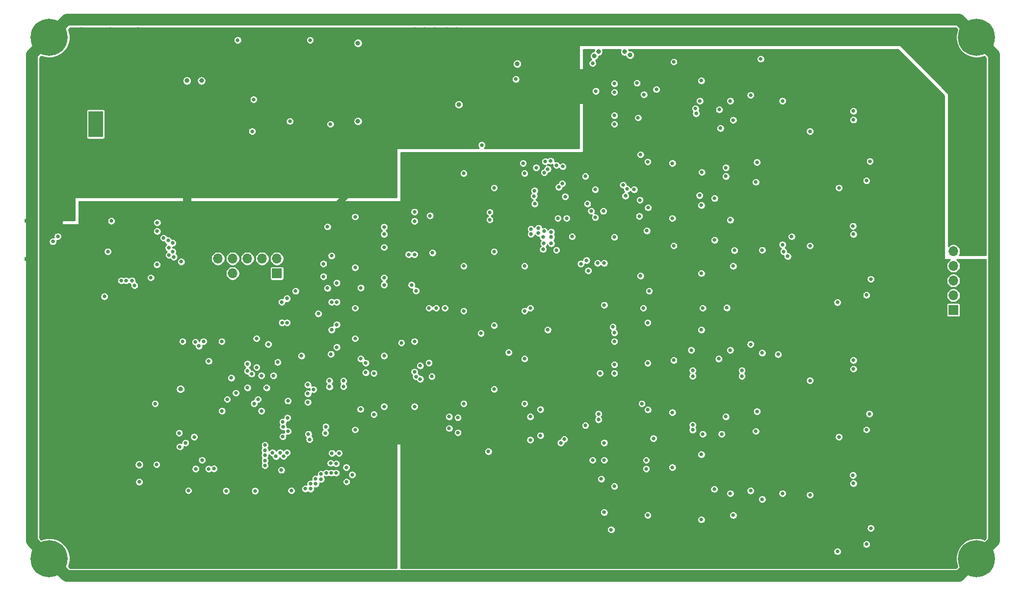
<source format=gbr>
G04 #@! TF.GenerationSoftware,KiCad,Pcbnew,5.1.5*
G04 #@! TF.CreationDate,2020-02-13T08:46:50-05:00*
G04 #@! TF.ProjectId,io-master,696f2d6d-6173-4746-9572-2e6b69636164,A*
G04 #@! TF.SameCoordinates,Original*
G04 #@! TF.FileFunction,Copper,L3,Inr*
G04 #@! TF.FilePolarity,Positive*
%FSLAX46Y46*%
G04 Gerber Fmt 4.6, Leading zero omitted, Abs format (unit mm)*
G04 Created by KiCad (PCBNEW 5.1.5) date 2020-02-13 08:46:50*
%MOMM*%
%LPD*%
G04 APERTURE LIST*
%ADD10C,6.400000*%
%ADD11R,2.500000X4.500000*%
%ADD12O,2.500000X4.500000*%
%ADD13O,4.500000X2.500000*%
%ADD14O,1.600000X0.900000*%
%ADD15R,1.700000X1.700000*%
%ADD16O,1.700000X1.700000*%
%ADD17C,2.800000*%
%ADD18C,0.660000*%
%ADD19C,0.635000*%
%ADD20C,0.812000*%
%ADD21C,2.000000*%
%ADD22C,0.250000*%
G04 APERTURE END LIST*
D10*
X35000000Y-35000000D03*
X195000000Y-35000000D03*
X35000000Y-125000000D03*
X195000000Y-125000000D03*
D11*
X43000000Y-50000000D03*
D12*
X36750000Y-50000000D03*
D13*
X40000000Y-54800000D03*
D14*
X31500000Y-66700000D03*
X31500000Y-73300000D03*
D15*
X74250000Y-75750000D03*
D16*
X74250000Y-73210000D03*
X71710000Y-75750000D03*
X71710000Y-73210000D03*
X69170000Y-75750000D03*
X69170000Y-73210000D03*
X66630000Y-75750000D03*
X66630000Y-73210000D03*
X64090000Y-75750000D03*
X64090000Y-73210000D03*
D17*
X190000000Y-107000000D03*
D15*
X191000000Y-82080000D03*
D16*
X193540000Y-82080000D03*
X191000000Y-79540000D03*
X193540000Y-79540000D03*
X191000000Y-77000000D03*
X193540000Y-77000000D03*
X191000000Y-74460000D03*
X193540000Y-74460000D03*
X191000000Y-71920000D03*
X193540000Y-71920000D03*
D18*
X52000000Y-103000000D03*
X164500000Y-94250000D03*
X169364801Y-97360617D03*
X161250000Y-85500000D03*
X164500000Y-112500000D03*
X168250000Y-123750000D03*
X130750000Y-106500000D03*
X130750000Y-87500000D03*
X128000000Y-104500000D03*
X147500000Y-113750000D03*
X176000000Y-121000000D03*
X144250000Y-99750000D03*
X124500000Y-102000000D03*
X133500000Y-107500000D03*
X130250000Y-118750000D03*
X169400000Y-117299996D03*
X144750000Y-82250000D03*
X150500000Y-118750000D03*
X150500000Y-85500000D03*
X173750000Y-98250000D03*
X130750000Y-103500000D03*
X168750000Y-107750000D03*
X130750000Y-115500000D03*
X144750000Y-114000000D03*
X144250000Y-101250000D03*
X176000000Y-101250000D03*
X161250000Y-100500000D03*
X131000000Y-91500000D03*
X130750000Y-82500000D03*
X168750000Y-88000000D03*
X164500000Y-114000000D03*
X164500000Y-92750000D03*
X161000000Y-116000000D03*
X144250000Y-85500000D03*
X130750000Y-102000000D03*
X144250000Y-109250000D03*
X125500000Y-108000000D03*
X173750000Y-118000000D03*
X130500000Y-84250000D03*
X147500000Y-112250000D03*
X144250000Y-115750000D03*
X150500000Y-107000000D03*
X156250000Y-105750000D03*
X147500000Y-90500000D03*
X127000000Y-110500000D03*
X168250000Y-104000000D03*
X132000000Y-89500000D03*
X130750000Y-112500000D03*
X117000000Y-96750000D03*
X106500000Y-85250000D03*
X111750000Y-97500000D03*
X106500000Y-83750000D03*
X99750000Y-96500000D03*
X111750000Y-83000000D03*
X106500000Y-95250000D03*
X117000000Y-83750000D03*
X99750000Y-87000000D03*
X117000000Y-95250000D03*
X117000000Y-85250000D03*
X106500000Y-96750000D03*
X48250000Y-70250000D03*
X48250000Y-72750000D03*
X50750000Y-72750000D03*
X49500000Y-72750000D03*
X49500000Y-70250000D03*
X50750000Y-70250000D03*
X49500000Y-71500000D03*
X50750000Y-71500000D03*
X48250000Y-71500000D03*
D19*
X74750000Y-43000000D03*
X73750000Y-45000000D03*
X73750000Y-43000000D03*
X73750000Y-44000000D03*
X74750000Y-44000000D03*
X74750000Y-45000000D03*
X72750000Y-43000000D03*
X71750000Y-44000000D03*
X71750000Y-45000000D03*
X72750000Y-45000000D03*
X72750000Y-44000000D03*
X71750000Y-43000000D03*
X66500000Y-45500000D03*
X72970778Y-48027135D03*
X85000000Y-42000000D03*
X35600000Y-75300000D03*
X35600000Y-73400000D03*
X35600000Y-72500000D03*
X35600000Y-74400000D03*
D18*
X35750000Y-58500000D03*
X40500000Y-33600000D03*
X45500000Y-33600000D03*
X50250000Y-33600000D03*
X40500000Y-40500000D03*
X40500000Y-37000000D03*
X33600000Y-40500000D03*
X37000000Y-40500000D03*
X50250000Y-35000000D03*
X49250000Y-35250000D03*
X49250000Y-39000000D03*
X47250000Y-39000000D03*
X44000000Y-40750000D03*
X45500000Y-40750000D03*
X46500000Y-40750000D03*
X33600000Y-56000000D03*
X33700000Y-44000000D03*
X33600000Y-48000000D03*
X33600000Y-52000000D03*
X37000000Y-56000000D03*
X42500000Y-47000000D03*
X42500000Y-44000000D03*
X46250000Y-70000000D03*
X43500000Y-72000000D03*
X52500000Y-78250000D03*
X53250000Y-65250000D03*
X50250000Y-63750000D03*
X48000000Y-64500000D03*
X43750000Y-65000000D03*
X44000000Y-66750000D03*
X44000000Y-68250000D03*
X38750000Y-65750000D03*
X107750000Y-42500000D03*
X113000000Y-45500000D03*
X121000000Y-45500000D03*
X121000000Y-43000000D03*
X115500000Y-45500000D03*
X118250000Y-45500000D03*
X98000000Y-34500000D03*
X74145000Y-39911138D03*
X67500000Y-37000000D03*
X66500000Y-38500000D03*
X111750000Y-73750000D03*
X106500000Y-71500000D03*
X106500000Y-73000000D03*
X117000000Y-73000000D03*
X117000000Y-71500000D03*
X111750000Y-59250000D03*
X117000000Y-60000000D03*
X106500000Y-61500000D03*
X106500000Y-60000000D03*
X99750000Y-72750000D03*
X99750000Y-63250000D03*
X144250000Y-47000000D03*
X131000000Y-48500000D03*
X132000000Y-46500000D03*
X144250000Y-42500000D03*
X169364801Y-54360617D03*
X164500000Y-49750000D03*
X164500000Y-51250000D03*
X168250000Y-61000000D03*
X176000000Y-58250000D03*
X173750000Y-55250000D03*
X168750000Y-45000000D03*
X144250000Y-56750000D03*
X144250000Y-58250000D03*
X130750000Y-59000000D03*
X130750000Y-60500000D03*
X147500000Y-69250000D03*
X150500000Y-64000000D03*
X144250000Y-66250000D03*
X130750000Y-63500000D03*
X133500000Y-64500000D03*
X125500000Y-65000000D03*
X127000000Y-67500000D03*
X128000000Y-61500000D03*
X130750000Y-72500000D03*
X130250000Y-75750000D03*
X144750000Y-71000000D03*
X144250000Y-72750000D03*
X147500000Y-70750000D03*
X150500000Y-75750000D03*
X150500000Y-42500000D03*
X147500000Y-47500000D03*
X168750000Y-64750000D03*
X169400000Y-74299996D03*
X164500000Y-69500000D03*
X164500000Y-71000000D03*
X176000000Y-78000000D03*
X168250000Y-80750000D03*
X173750000Y-75000000D03*
X161000000Y-73000000D03*
X161250000Y-57500000D03*
X156250000Y-62750000D03*
X161250000Y-42500000D03*
X130750000Y-44500000D03*
X130500000Y-41250000D03*
X130750000Y-39500000D03*
X60250000Y-46000000D03*
X98000000Y-33600000D03*
X105250000Y-33600000D03*
X101500000Y-33600000D03*
X99750000Y-33600000D03*
X103500000Y-33600000D03*
X105250000Y-36250000D03*
X105250000Y-34750000D03*
X103000000Y-36250000D03*
X101000000Y-35250000D03*
X99750000Y-34500000D03*
X118250000Y-42250000D03*
X117000000Y-42250000D03*
X117000000Y-44000000D03*
X119000000Y-43000000D03*
X102500000Y-35250000D03*
X122250000Y-38750000D03*
X90500000Y-38500000D03*
X90250000Y-47250000D03*
X89000000Y-40250000D03*
X89000000Y-42750000D03*
X88000000Y-42750000D03*
X87000000Y-42000000D03*
X86000000Y-42750000D03*
X84000000Y-42750000D03*
X82750000Y-42000000D03*
X81250000Y-42250000D03*
X81250000Y-40750000D03*
X77250000Y-40750000D03*
X77250000Y-42250000D03*
X79250000Y-42250000D03*
X79250000Y-40750000D03*
X75000000Y-50000000D03*
X75000000Y-51500000D03*
X73000000Y-52250000D03*
X73000000Y-56250000D03*
X73000000Y-54250000D03*
X74000000Y-52250000D03*
X74000000Y-53250000D03*
X73000000Y-55250000D03*
X73000000Y-53250000D03*
X42500000Y-56000000D03*
X65500000Y-115250000D03*
X70500000Y-115250000D03*
X75000000Y-115500000D03*
X76750000Y-115250000D03*
X65000000Y-90750000D03*
X46500000Y-94500000D03*
X57250000Y-99000000D03*
X57250000Y-106500000D03*
X49250000Y-101250000D03*
X49250000Y-107000000D03*
X49250000Y-103000000D03*
X49250000Y-105000000D03*
X53250000Y-107000000D03*
X53250000Y-101250000D03*
X51250000Y-107000000D03*
X48750000Y-110250000D03*
X48750000Y-111750000D03*
X51750000Y-108750000D03*
X92750000Y-100000000D03*
X92750000Y-91250000D03*
X92750000Y-79000000D03*
X92750000Y-70250000D03*
X130766196Y-69516196D03*
X116931505Y-61431505D03*
X87750000Y-64250000D03*
X85500000Y-67750000D03*
X85500000Y-69500000D03*
X87750000Y-83500000D03*
X85500000Y-76500000D03*
X85500000Y-78250000D03*
X87750000Y-73000000D03*
X87750000Y-85250000D03*
X85500000Y-88750000D03*
X85500000Y-90500000D03*
X87750000Y-95750000D03*
X87750000Y-104500000D03*
X78500000Y-88250000D03*
X80250000Y-87750000D03*
X76200000Y-104000000D03*
X81300000Y-103500000D03*
X58776273Y-109500000D03*
X65000000Y-109750000D03*
X70000000Y-109750000D03*
X51500000Y-98250000D03*
X35000000Y-96500000D03*
X35500000Y-107750000D03*
X64750000Y-85750000D03*
X58000000Y-85750000D03*
X44500000Y-84750000D03*
X50750000Y-78000000D03*
X55250000Y-68250000D03*
X54204938Y-75000000D03*
X55500000Y-67000000D03*
X59000000Y-115250000D03*
X70750000Y-85000000D03*
X69750000Y-86000000D03*
X86000000Y-98250000D03*
X80400000Y-98730000D03*
X79000000Y-91930010D03*
X69915328Y-90889770D03*
X76066260Y-98619001D03*
X144233804Y-89516196D03*
X144750000Y-39355010D03*
X124592702Y-59144716D03*
D19*
X35600000Y-71600000D03*
D18*
X70250000Y-45750000D03*
X76500000Y-49500000D03*
X130750000Y-117000000D03*
X153000000Y-117500000D03*
X127500000Y-102000000D03*
X132500000Y-87500000D03*
X117000000Y-98250000D03*
X106500000Y-82250000D03*
X99000000Y-94000000D03*
X117000000Y-82250000D03*
X106500000Y-98250000D03*
X45100000Y-72000000D03*
X53550000Y-74250000D03*
X53600000Y-68500000D03*
X45700000Y-66700000D03*
X115500000Y-42250000D03*
X106500000Y-74500000D03*
X117000000Y-74500000D03*
X117000000Y-58500000D03*
X106500000Y-58500000D03*
X128500000Y-65000000D03*
X127500000Y-59000000D03*
X130750000Y-74000000D03*
X153000000Y-74500000D03*
X132500000Y-44500000D03*
X87750000Y-66000000D03*
X87750000Y-74750000D03*
X87750000Y-81750000D03*
X87750000Y-87000000D03*
X130750000Y-81230010D03*
X87750000Y-102750000D03*
X78500000Y-90000000D03*
X79700000Y-103500000D03*
X59000000Y-113250000D03*
X53250000Y-98250000D03*
X64750000Y-87500000D03*
X58000000Y-87500000D03*
X44500000Y-79750000D03*
D20*
X57620326Y-95712469D03*
D18*
X50500000Y-111750000D03*
X53500000Y-108750000D03*
D20*
X58750000Y-42500000D03*
D18*
X70750000Y-87000000D03*
X89600000Y-91230000D03*
X89599967Y-92873228D03*
X79600000Y-98000000D03*
X80600000Y-95800000D03*
X130750000Y-108000000D03*
X128750000Y-108000000D03*
X147750000Y-81750000D03*
D20*
X61250000Y-42500000D03*
D18*
X124000000Y-62500000D03*
X129300000Y-44300000D03*
X146500000Y-47300000D03*
X151900000Y-81700000D03*
X134400000Y-62400000D03*
X130600000Y-65000000D03*
X136900000Y-63100000D03*
X109600000Y-53600000D03*
X65500000Y-113300000D03*
X70500000Y-113300000D03*
X76750000Y-113250000D03*
X127850000Y-63750000D03*
X101100000Y-72200000D03*
X75023705Y-109702073D03*
X72200000Y-105399996D03*
X57400000Y-103300000D03*
D20*
X50500000Y-108750000D03*
D18*
X53600000Y-67000000D03*
X52500000Y-76500000D03*
X176000000Y-102750000D03*
X150500000Y-90500000D03*
X151750000Y-100500000D03*
X161500000Y-113750000D03*
X176500000Y-100000000D03*
X166250000Y-94250000D03*
X142500000Y-99750000D03*
X130750000Y-105000000D03*
X176750000Y-119750000D03*
X166250000Y-114000000D03*
X132500000Y-112500000D03*
X132500000Y-91500000D03*
X176000000Y-122500000D03*
X111750000Y-95750000D03*
X67500000Y-35500000D03*
X80000000Y-35500000D03*
X111750000Y-72000000D03*
X132500000Y-48500000D03*
X166250000Y-51250000D03*
X176000000Y-59750000D03*
X142500000Y-56750000D03*
X132500000Y-69500000D03*
X176750000Y-76750000D03*
X176000000Y-79500000D03*
X151750000Y-57500000D03*
X161500000Y-46000000D03*
X149750000Y-113000000D03*
X147750000Y-103500000D03*
X151000000Y-103500000D03*
X160750000Y-89750000D03*
D20*
X88250000Y-36000000D03*
D18*
X176600000Y-56400000D03*
X150600000Y-47500000D03*
X136600000Y-48900000D03*
X137600000Y-44900000D03*
X161500000Y-70800000D03*
X166250000Y-71000000D03*
X138100000Y-68400000D03*
X146606670Y-48153361D03*
X149800000Y-70000000D03*
X147500000Y-107000000D03*
X147500000Y-85500000D03*
X142500000Y-109250000D03*
X132500000Y-86000000D03*
X152500000Y-113750000D03*
X171250000Y-104000000D03*
X171000000Y-123750000D03*
X152500000Y-89000000D03*
X111750000Y-84750000D03*
X70000000Y-51250000D03*
X83500000Y-50000000D03*
X111750000Y-61000000D03*
X171250000Y-61000000D03*
X147500000Y-64000000D03*
X142500000Y-66250000D03*
X147500000Y-75750000D03*
X147500000Y-42500000D03*
X171000000Y-80750000D03*
X152500000Y-46000000D03*
X132500000Y-43000000D03*
X147500000Y-118250000D03*
X139250000Y-104250000D03*
D20*
X88250000Y-49500000D03*
D18*
X163100000Y-69400000D03*
X162400000Y-72800000D03*
X129200000Y-66100000D03*
X129200000Y-61300000D03*
X147600000Y-58300000D03*
X152500000Y-66530000D03*
X149800000Y-62800000D03*
X134000000Y-60500000D03*
X161700000Y-72000000D03*
X153200000Y-71800000D03*
X158000000Y-89480002D03*
X138250000Y-84250000D03*
X121000000Y-85495000D03*
X142750000Y-90750000D03*
X146016188Y-92516188D03*
X154500000Y-92500000D03*
X156000000Y-88000000D03*
X109475000Y-86100000D03*
X138250000Y-91250000D03*
X146000000Y-93500000D03*
X154500000Y-93500000D03*
X132250000Y-85000000D03*
X158000000Y-114750000D03*
X105500000Y-100645000D03*
X138250000Y-117500000D03*
X105500000Y-103250000D03*
X156000000Y-113269998D03*
X131943750Y-120000000D03*
X118000000Y-104500000D03*
X118000000Y-100500000D03*
X120552800Y-56447200D03*
X128750010Y-39500000D03*
X157750000Y-38750000D03*
X142750000Y-39250012D03*
X119000000Y-57500000D03*
X156000000Y-45000000D03*
X116750000Y-56750000D03*
X121512795Y-56342805D03*
X136400000Y-42900000D03*
X153000000Y-49300000D03*
X150800004Y-50700000D03*
X142750000Y-71000000D03*
X158000000Y-71750000D03*
X129600000Y-74000000D03*
X127700000Y-73500000D03*
X121605000Y-69500000D03*
X120200000Y-69500000D03*
X119405010Y-68800000D03*
X118100000Y-69000000D03*
X120300000Y-70600000D03*
X121605000Y-70600000D03*
X126700000Y-74100000D03*
X127991188Y-75291188D03*
X138500000Y-78800000D03*
X137000000Y-76200000D03*
D20*
X105650000Y-46600000D03*
X115750000Y-39600000D03*
D18*
X92750000Y-98750000D03*
X98000000Y-98750000D03*
X88700000Y-99200000D03*
X64800000Y-99500000D03*
X71600000Y-99500000D03*
X92750000Y-90000000D03*
X101750000Y-81750000D03*
X95750000Y-87750000D03*
X88750000Y-90500000D03*
X71000000Y-97500000D03*
X65700000Y-97500000D03*
X137500000Y-81750000D03*
X92750000Y-77750000D03*
X97500000Y-77750000D03*
X88750000Y-78250000D03*
X66399998Y-93800000D03*
X71600000Y-93400000D03*
X73680010Y-93400000D03*
X92750000Y-69000000D03*
X139750000Y-44000000D03*
X76158991Y-97764003D03*
X70320002Y-98220000D03*
X123600000Y-57300000D03*
X118647825Y-62419784D03*
X35600000Y-70250002D03*
X36465300Y-69384700D03*
X81400000Y-82700000D03*
X77500000Y-78800000D03*
X76000000Y-84250000D03*
X75999992Y-80100000D03*
X75139587Y-84250000D03*
X75100002Y-80700000D03*
X156920000Y-103000000D03*
X157097886Y-99578871D03*
X173750000Y-112000000D03*
X173662500Y-110600000D03*
X173750000Y-69000000D03*
X173662500Y-67600000D03*
X173750000Y-47750000D03*
X173750000Y-49250000D03*
X157097886Y-56578871D03*
X156920000Y-60000000D03*
X173750000Y-90750000D03*
X173750000Y-92250000D03*
X84994968Y-106799992D03*
X84500000Y-108600000D03*
X130250000Y-111250000D03*
X110750000Y-106500000D03*
X100500000Y-81750000D03*
X145750000Y-89000000D03*
X100500000Y-91200000D03*
X98000000Y-72500000D03*
X98000000Y-66750000D03*
X79600000Y-95000000D03*
X76010012Y-106700000D03*
X80934583Y-111190634D03*
X123858120Y-104391880D03*
X99000179Y-91692505D03*
X98254334Y-93571532D03*
X122891887Y-60858113D03*
X120391887Y-58358113D03*
X98000000Y-65145000D03*
X129750000Y-101000000D03*
X85750010Y-95300000D03*
X83345113Y-95319996D03*
X146000000Y-102769990D03*
X100997378Y-93550288D03*
X98000000Y-92750000D03*
X98000000Y-87500000D03*
X97000000Y-72500000D03*
X79600000Y-96500000D03*
X75277800Y-103922200D03*
X81900000Y-111265045D03*
X123250012Y-105000000D03*
X123500000Y-60250000D03*
X121000000Y-57750000D03*
X103250000Y-81750000D03*
X118000000Y-81750000D03*
X91000000Y-93000000D03*
X91000000Y-100100000D03*
X83750000Y-106800000D03*
X83535016Y-108510247D03*
X129750000Y-100000000D03*
X85750010Y-94300000D03*
X83339999Y-94299999D03*
X146000000Y-101909977D03*
X92750000Y-76500000D03*
X98250000Y-78750000D03*
X84600000Y-77400000D03*
X84600000Y-80700000D03*
X84600000Y-84600000D03*
X84600002Y-88500000D03*
X72500000Y-95500000D03*
X69194990Y-95500000D03*
X82300002Y-76300000D03*
X82300000Y-74100000D03*
D20*
X129000000Y-38250000D03*
X135223872Y-38068990D03*
D18*
X147250000Y-46000000D03*
X92750000Y-67750000D03*
X83589991Y-89699583D03*
X83709792Y-72709792D03*
X83700000Y-80700000D03*
X83700000Y-85500000D03*
X118733822Y-61483806D03*
X122500000Y-57100000D03*
X151750000Y-59000000D03*
X122500000Y-71750000D03*
X122750000Y-66250000D03*
X124250000Y-66250000D03*
X147200000Y-62300000D03*
X135905000Y-61300000D03*
X134695000Y-61200000D03*
X92750000Y-71250000D03*
X72780000Y-87996602D03*
X69900000Y-93100006D03*
X118750000Y-63750000D03*
D20*
X134250000Y-37500000D03*
X129750000Y-37500000D03*
D18*
X83000000Y-78300000D03*
X83000000Y-67700000D03*
X74400000Y-91100000D03*
X67200000Y-96400000D03*
X104000000Y-102500000D03*
X104000000Y-100500000D03*
X119750000Y-99250000D03*
X119750000Y-103750000D03*
X132500000Y-93000000D03*
X130000000Y-93000000D03*
X114250000Y-89395000D03*
X117000000Y-90500000D03*
X138000006Y-108000000D03*
X138000000Y-109500000D03*
X137250000Y-98250000D03*
X138282980Y-99282980D03*
X120200000Y-71600000D03*
X125200000Y-69400000D03*
X118100000Y-68100000D03*
X119405000Y-67939999D03*
X120395000Y-68500000D03*
X121605000Y-68600000D03*
X132500000Y-50000000D03*
X100700000Y-65800000D03*
X111000000Y-65200000D03*
X111000000Y-66505000D03*
X136800000Y-65900000D03*
X138300000Y-64400000D03*
X137000000Y-55250000D03*
X138250000Y-56500000D03*
X83640015Y-110206722D03*
X75300000Y-101378911D03*
X76100000Y-100700000D03*
X84500000Y-110200000D03*
X75405010Y-107313776D03*
X80967828Y-112083889D03*
X74800000Y-106700000D03*
X80066966Y-112074035D03*
X74105010Y-107342587D03*
X80083808Y-112950886D03*
X73500000Y-106700000D03*
X79172978Y-112931066D03*
X61595000Y-87500000D03*
X70772196Y-91972196D03*
X60800000Y-88300000D03*
X69195448Y-92606825D03*
X60195000Y-87600000D03*
X69200000Y-91367186D03*
X75304304Y-102238912D03*
X82778776Y-110201098D03*
X87250000Y-110500000D03*
X82600000Y-103300000D03*
X79900000Y-104399996D03*
X86277807Y-111722193D03*
X76200000Y-103000000D03*
X81900000Y-110405032D03*
X82700000Y-102200000D03*
X86250000Y-109250000D03*
X49250000Y-77000000D03*
X59999992Y-104000000D03*
X48250000Y-77000000D03*
X58500000Y-105000000D03*
X47389987Y-77000000D03*
X57521956Y-105684131D03*
X54718080Y-69645000D03*
X61355000Y-107994990D03*
X49702818Y-77852214D03*
X60250000Y-109500000D03*
X55500000Y-70093439D03*
X62500000Y-109500000D03*
X56263022Y-70506771D03*
X63400000Y-109475002D03*
X55582574Y-71355010D03*
X72198005Y-108900486D03*
X56270414Y-71999992D03*
X72200150Y-108040477D03*
X55628577Y-72605002D03*
X72196729Y-107180472D03*
X56496070Y-72910496D03*
X72190322Y-106298187D03*
X57750000Y-73750000D03*
X62500000Y-90899986D03*
D21*
X35000000Y-35000000D02*
X32000000Y-38000000D01*
X32000000Y-38000000D02*
X32000000Y-122000000D01*
X32000000Y-122000000D02*
X35000000Y-125000000D01*
X195000000Y-125000000D02*
X192000000Y-128000000D01*
X198000000Y-122000000D02*
X195000000Y-125000000D01*
X195000000Y-35000000D02*
X198000000Y-38000000D01*
X192000000Y-32000000D02*
X195000000Y-35000000D01*
X35000000Y-35000000D02*
X38000000Y-32000000D01*
X198000000Y-38000000D02*
X198000000Y-122000000D01*
X71000000Y-32000000D02*
X192000000Y-32000000D01*
X38000000Y-32000000D02*
X71000000Y-32000000D01*
X38000000Y-128000000D02*
X35000000Y-125000000D01*
X192000000Y-128000000D02*
X38000000Y-128000000D01*
D22*
G36*
X191694270Y-33638813D02*
G01*
X191562385Y-33957211D01*
X191425000Y-34647893D01*
X191425000Y-35352107D01*
X191562385Y-36042789D01*
X191831876Y-36693398D01*
X192223116Y-37278930D01*
X192721070Y-37776884D01*
X193306602Y-38168124D01*
X193957211Y-38437615D01*
X194647893Y-38575000D01*
X195352107Y-38575000D01*
X196042789Y-38437615D01*
X196361187Y-38305730D01*
X196625000Y-38569544D01*
X196625000Y-72625000D01*
X192002229Y-72625000D01*
X192085581Y-72500255D01*
X192177924Y-72277319D01*
X192225000Y-72040652D01*
X192225000Y-71799348D01*
X192177924Y-71562681D01*
X192085581Y-71339745D01*
X191951519Y-71139108D01*
X191780892Y-70968481D01*
X191580255Y-70834419D01*
X191357319Y-70742076D01*
X191120652Y-70695000D01*
X190879348Y-70695000D01*
X190642681Y-70742076D01*
X190419745Y-70834419D01*
X190219108Y-70968481D01*
X190125000Y-71062589D01*
X190125000Y-44750000D01*
X190122598Y-44725614D01*
X190115485Y-44702165D01*
X190103934Y-44680554D01*
X190088388Y-44661612D01*
X181838388Y-36411612D01*
X181819446Y-36396066D01*
X181797835Y-36384515D01*
X181774386Y-36377402D01*
X181750000Y-36375000D01*
X126500000Y-36375000D01*
X126475614Y-36377402D01*
X126452165Y-36384515D01*
X126430554Y-36396066D01*
X126411612Y-36411612D01*
X126396066Y-36430554D01*
X126384515Y-36452165D01*
X126377402Y-36475614D01*
X126375000Y-36500000D01*
X126375000Y-40500000D01*
X126377402Y-40524386D01*
X126384515Y-40547835D01*
X126396066Y-40569446D01*
X126411612Y-40588388D01*
X126430554Y-40603934D01*
X126452165Y-40615485D01*
X126475614Y-40622598D01*
X126500000Y-40625000D01*
X127000000Y-40625000D01*
X127024386Y-40622598D01*
X127047835Y-40615485D01*
X127069446Y-40603934D01*
X127088388Y-40588388D01*
X127103934Y-40569446D01*
X127115485Y-40547835D01*
X127122598Y-40524386D01*
X127125000Y-40500000D01*
X127125000Y-37125000D01*
X129061267Y-37125000D01*
X129057887Y-37130058D01*
X128999013Y-37272191D01*
X128969000Y-37423078D01*
X128969000Y-37469000D01*
X128923078Y-37469000D01*
X128772191Y-37499013D01*
X128630058Y-37557887D01*
X128502141Y-37643358D01*
X128393358Y-37752141D01*
X128307887Y-37880058D01*
X128249013Y-38022191D01*
X128219000Y-38173078D01*
X128219000Y-38326922D01*
X128249013Y-38477809D01*
X128307887Y-38619942D01*
X128393358Y-38747859D01*
X128490079Y-38844580D01*
X128416067Y-38875237D01*
X128300599Y-38952391D01*
X128202401Y-39050589D01*
X128125247Y-39166057D01*
X128072103Y-39294359D01*
X128045010Y-39430564D01*
X128045010Y-39569436D01*
X128072103Y-39705641D01*
X128125247Y-39833943D01*
X128202401Y-39949411D01*
X128300599Y-40047609D01*
X128416067Y-40124763D01*
X128544369Y-40177907D01*
X128680574Y-40205000D01*
X128819446Y-40205000D01*
X128955651Y-40177907D01*
X129083953Y-40124763D01*
X129199421Y-40047609D01*
X129297619Y-39949411D01*
X129374773Y-39833943D01*
X129427917Y-39705641D01*
X129455010Y-39569436D01*
X129455010Y-39430564D01*
X129427917Y-39294359D01*
X129380787Y-39180576D01*
X142045000Y-39180576D01*
X142045000Y-39319448D01*
X142072093Y-39455653D01*
X142125237Y-39583955D01*
X142202391Y-39699423D01*
X142300589Y-39797621D01*
X142416057Y-39874775D01*
X142544359Y-39927919D01*
X142680564Y-39955012D01*
X142819436Y-39955012D01*
X142955641Y-39927919D01*
X143083943Y-39874775D01*
X143199411Y-39797621D01*
X143297609Y-39699423D01*
X143374763Y-39583955D01*
X143427907Y-39455653D01*
X143455000Y-39319448D01*
X143455000Y-39180576D01*
X143427907Y-39044371D01*
X143374763Y-38916069D01*
X143297609Y-38800601D01*
X143199411Y-38702403D01*
X143166727Y-38680564D01*
X157045000Y-38680564D01*
X157045000Y-38819436D01*
X157072093Y-38955641D01*
X157125237Y-39083943D01*
X157202391Y-39199411D01*
X157300589Y-39297609D01*
X157416057Y-39374763D01*
X157544359Y-39427907D01*
X157680564Y-39455000D01*
X157819436Y-39455000D01*
X157955641Y-39427907D01*
X158083943Y-39374763D01*
X158199411Y-39297609D01*
X158297609Y-39199411D01*
X158374763Y-39083943D01*
X158427907Y-38955641D01*
X158455000Y-38819436D01*
X158455000Y-38680564D01*
X158427907Y-38544359D01*
X158374763Y-38416057D01*
X158297609Y-38300589D01*
X158199411Y-38202391D01*
X158083943Y-38125237D01*
X157955641Y-38072093D01*
X157819436Y-38045000D01*
X157680564Y-38045000D01*
X157544359Y-38072093D01*
X157416057Y-38125237D01*
X157300589Y-38202391D01*
X157202391Y-38300589D01*
X157125237Y-38416057D01*
X157072093Y-38544359D01*
X157045000Y-38680564D01*
X143166727Y-38680564D01*
X143083943Y-38625249D01*
X142955641Y-38572105D01*
X142819436Y-38545012D01*
X142680564Y-38545012D01*
X142544359Y-38572105D01*
X142416057Y-38625249D01*
X142300589Y-38702403D01*
X142202391Y-38800601D01*
X142125237Y-38916069D01*
X142072093Y-39044371D01*
X142045000Y-39180576D01*
X129380787Y-39180576D01*
X129374773Y-39166057D01*
X129297619Y-39050589D01*
X129242098Y-38995068D01*
X129369942Y-38942113D01*
X129497859Y-38856642D01*
X129606642Y-38747859D01*
X129692113Y-38619942D01*
X129750987Y-38477809D01*
X129781000Y-38326922D01*
X129781000Y-38281000D01*
X129826922Y-38281000D01*
X129977809Y-38250987D01*
X130119942Y-38192113D01*
X130247859Y-38106642D01*
X130356642Y-37997859D01*
X130442113Y-37869942D01*
X130500987Y-37727809D01*
X130531000Y-37576922D01*
X130531000Y-37423078D01*
X130500987Y-37272191D01*
X130442113Y-37130058D01*
X130438733Y-37125000D01*
X133561267Y-37125000D01*
X133557887Y-37130058D01*
X133499013Y-37272191D01*
X133469000Y-37423078D01*
X133469000Y-37576922D01*
X133499013Y-37727809D01*
X133557887Y-37869942D01*
X133643358Y-37997859D01*
X133752141Y-38106642D01*
X133880058Y-38192113D01*
X134022191Y-38250987D01*
X134173078Y-38281000D01*
X134326922Y-38281000D01*
X134464307Y-38253673D01*
X134472885Y-38296799D01*
X134531759Y-38438932D01*
X134617230Y-38566849D01*
X134726013Y-38675632D01*
X134853930Y-38761103D01*
X134996063Y-38819977D01*
X135146950Y-38849990D01*
X135300794Y-38849990D01*
X135451681Y-38819977D01*
X135593814Y-38761103D01*
X135721731Y-38675632D01*
X135830514Y-38566849D01*
X135915985Y-38438932D01*
X135974859Y-38296799D01*
X136004872Y-38145912D01*
X136004872Y-37992068D01*
X135974859Y-37841181D01*
X135915985Y-37699048D01*
X135830514Y-37571131D01*
X135721731Y-37462348D01*
X135593814Y-37376877D01*
X135451681Y-37318003D01*
X135300794Y-37287990D01*
X135146950Y-37287990D01*
X135009565Y-37315317D01*
X135000987Y-37272191D01*
X134942113Y-37130058D01*
X134938733Y-37125000D01*
X181448224Y-37125000D01*
X189375000Y-45051776D01*
X189375000Y-73250000D01*
X189377402Y-73274386D01*
X189384515Y-73297835D01*
X189396066Y-73319446D01*
X189411612Y-73338388D01*
X189430554Y-73353934D01*
X189452165Y-73365485D01*
X189475614Y-73372598D01*
X189500000Y-73375000D01*
X190418875Y-73375000D01*
X190219108Y-73508481D01*
X190048481Y-73679108D01*
X189914419Y-73879745D01*
X189822076Y-74102681D01*
X189775000Y-74339348D01*
X189775000Y-74580652D01*
X189822076Y-74817319D01*
X189914419Y-75040255D01*
X190048481Y-75240892D01*
X190219108Y-75411519D01*
X190419745Y-75545581D01*
X190642681Y-75637924D01*
X190879348Y-75685000D01*
X191120652Y-75685000D01*
X191357319Y-75637924D01*
X191580255Y-75545581D01*
X191780892Y-75411519D01*
X191951519Y-75240892D01*
X192085581Y-75040255D01*
X192177924Y-74817319D01*
X192225000Y-74580652D01*
X192225000Y-74339348D01*
X192177924Y-74102681D01*
X192085581Y-73879745D01*
X191951519Y-73679108D01*
X191780892Y-73508481D01*
X191581125Y-73375000D01*
X196625000Y-73375000D01*
X196625001Y-121430455D01*
X196361187Y-121694270D01*
X196042789Y-121562385D01*
X195352107Y-121425000D01*
X194647893Y-121425000D01*
X193957211Y-121562385D01*
X193306602Y-121831876D01*
X192721070Y-122223116D01*
X192223116Y-122721070D01*
X191831876Y-123306602D01*
X191562385Y-123957211D01*
X191425000Y-124647893D01*
X191425000Y-125352107D01*
X191562385Y-126042789D01*
X191694270Y-126361187D01*
X191430457Y-126625000D01*
X95625000Y-126625000D01*
X95625000Y-123680564D01*
X170295000Y-123680564D01*
X170295000Y-123819436D01*
X170322093Y-123955641D01*
X170375237Y-124083943D01*
X170452391Y-124199411D01*
X170550589Y-124297609D01*
X170666057Y-124374763D01*
X170794359Y-124427907D01*
X170930564Y-124455000D01*
X171069436Y-124455000D01*
X171205641Y-124427907D01*
X171333943Y-124374763D01*
X171449411Y-124297609D01*
X171547609Y-124199411D01*
X171624763Y-124083943D01*
X171677907Y-123955641D01*
X171705000Y-123819436D01*
X171705000Y-123680564D01*
X171677907Y-123544359D01*
X171624763Y-123416057D01*
X171547609Y-123300589D01*
X171449411Y-123202391D01*
X171333943Y-123125237D01*
X171205641Y-123072093D01*
X171069436Y-123045000D01*
X170930564Y-123045000D01*
X170794359Y-123072093D01*
X170666057Y-123125237D01*
X170550589Y-123202391D01*
X170452391Y-123300589D01*
X170375237Y-123416057D01*
X170322093Y-123544359D01*
X170295000Y-123680564D01*
X95625000Y-123680564D01*
X95625000Y-122430564D01*
X175295000Y-122430564D01*
X175295000Y-122569436D01*
X175322093Y-122705641D01*
X175375237Y-122833943D01*
X175452391Y-122949411D01*
X175550589Y-123047609D01*
X175666057Y-123124763D01*
X175794359Y-123177907D01*
X175930564Y-123205000D01*
X176069436Y-123205000D01*
X176205641Y-123177907D01*
X176333943Y-123124763D01*
X176449411Y-123047609D01*
X176547609Y-122949411D01*
X176624763Y-122833943D01*
X176677907Y-122705641D01*
X176705000Y-122569436D01*
X176705000Y-122430564D01*
X176677907Y-122294359D01*
X176624763Y-122166057D01*
X176547609Y-122050589D01*
X176449411Y-121952391D01*
X176333943Y-121875237D01*
X176205641Y-121822093D01*
X176069436Y-121795000D01*
X175930564Y-121795000D01*
X175794359Y-121822093D01*
X175666057Y-121875237D01*
X175550589Y-121952391D01*
X175452391Y-122050589D01*
X175375237Y-122166057D01*
X175322093Y-122294359D01*
X175295000Y-122430564D01*
X95625000Y-122430564D01*
X95625000Y-119930564D01*
X131238750Y-119930564D01*
X131238750Y-120069436D01*
X131265843Y-120205641D01*
X131318987Y-120333943D01*
X131396141Y-120449411D01*
X131494339Y-120547609D01*
X131609807Y-120624763D01*
X131738109Y-120677907D01*
X131874314Y-120705000D01*
X132013186Y-120705000D01*
X132149391Y-120677907D01*
X132277693Y-120624763D01*
X132393161Y-120547609D01*
X132491359Y-120449411D01*
X132568513Y-120333943D01*
X132621657Y-120205641D01*
X132648750Y-120069436D01*
X132648750Y-119930564D01*
X132621657Y-119794359D01*
X132574522Y-119680564D01*
X176045000Y-119680564D01*
X176045000Y-119819436D01*
X176072093Y-119955641D01*
X176125237Y-120083943D01*
X176202391Y-120199411D01*
X176300589Y-120297609D01*
X176416057Y-120374763D01*
X176544359Y-120427907D01*
X176680564Y-120455000D01*
X176819436Y-120455000D01*
X176955641Y-120427907D01*
X177083943Y-120374763D01*
X177199411Y-120297609D01*
X177297609Y-120199411D01*
X177374763Y-120083943D01*
X177427907Y-119955641D01*
X177455000Y-119819436D01*
X177455000Y-119680564D01*
X177427907Y-119544359D01*
X177374763Y-119416057D01*
X177297609Y-119300589D01*
X177199411Y-119202391D01*
X177083943Y-119125237D01*
X176955641Y-119072093D01*
X176819436Y-119045000D01*
X176680564Y-119045000D01*
X176544359Y-119072093D01*
X176416057Y-119125237D01*
X176300589Y-119202391D01*
X176202391Y-119300589D01*
X176125237Y-119416057D01*
X176072093Y-119544359D01*
X176045000Y-119680564D01*
X132574522Y-119680564D01*
X132568513Y-119666057D01*
X132491359Y-119550589D01*
X132393161Y-119452391D01*
X132277693Y-119375237D01*
X132149391Y-119322093D01*
X132013186Y-119295000D01*
X131874314Y-119295000D01*
X131738109Y-119322093D01*
X131609807Y-119375237D01*
X131494339Y-119452391D01*
X131396141Y-119550589D01*
X131318987Y-119666057D01*
X131265843Y-119794359D01*
X131238750Y-119930564D01*
X95625000Y-119930564D01*
X95625000Y-116930564D01*
X130045000Y-116930564D01*
X130045000Y-117069436D01*
X130072093Y-117205641D01*
X130125237Y-117333943D01*
X130202391Y-117449411D01*
X130300589Y-117547609D01*
X130416057Y-117624763D01*
X130544359Y-117677907D01*
X130680564Y-117705000D01*
X130819436Y-117705000D01*
X130955641Y-117677907D01*
X131083943Y-117624763D01*
X131199411Y-117547609D01*
X131297609Y-117449411D01*
X131310202Y-117430564D01*
X137545000Y-117430564D01*
X137545000Y-117569436D01*
X137572093Y-117705641D01*
X137625237Y-117833943D01*
X137702391Y-117949411D01*
X137800589Y-118047609D01*
X137916057Y-118124763D01*
X138044359Y-118177907D01*
X138180564Y-118205000D01*
X138319436Y-118205000D01*
X138442283Y-118180564D01*
X146795000Y-118180564D01*
X146795000Y-118319436D01*
X146822093Y-118455641D01*
X146875237Y-118583943D01*
X146952391Y-118699411D01*
X147050589Y-118797609D01*
X147166057Y-118874763D01*
X147294359Y-118927907D01*
X147430564Y-118955000D01*
X147569436Y-118955000D01*
X147705641Y-118927907D01*
X147833943Y-118874763D01*
X147949411Y-118797609D01*
X148047609Y-118699411D01*
X148124763Y-118583943D01*
X148177907Y-118455641D01*
X148205000Y-118319436D01*
X148205000Y-118180564D01*
X148177907Y-118044359D01*
X148124763Y-117916057D01*
X148047609Y-117800589D01*
X147949411Y-117702391D01*
X147833943Y-117625237D01*
X147705641Y-117572093D01*
X147569436Y-117545000D01*
X147430564Y-117545000D01*
X147294359Y-117572093D01*
X147166057Y-117625237D01*
X147050589Y-117702391D01*
X146952391Y-117800589D01*
X146875237Y-117916057D01*
X146822093Y-118044359D01*
X146795000Y-118180564D01*
X138442283Y-118180564D01*
X138455641Y-118177907D01*
X138583943Y-118124763D01*
X138699411Y-118047609D01*
X138797609Y-117949411D01*
X138874763Y-117833943D01*
X138927907Y-117705641D01*
X138955000Y-117569436D01*
X138955000Y-117430564D01*
X152295000Y-117430564D01*
X152295000Y-117569436D01*
X152322093Y-117705641D01*
X152375237Y-117833943D01*
X152452391Y-117949411D01*
X152550589Y-118047609D01*
X152666057Y-118124763D01*
X152794359Y-118177907D01*
X152930564Y-118205000D01*
X153069436Y-118205000D01*
X153205641Y-118177907D01*
X153333943Y-118124763D01*
X153449411Y-118047609D01*
X153547609Y-117949411D01*
X153624763Y-117833943D01*
X153677907Y-117705641D01*
X153705000Y-117569436D01*
X153705000Y-117430564D01*
X153677907Y-117294359D01*
X153624763Y-117166057D01*
X153547609Y-117050589D01*
X153449411Y-116952391D01*
X153333943Y-116875237D01*
X153205641Y-116822093D01*
X153069436Y-116795000D01*
X152930564Y-116795000D01*
X152794359Y-116822093D01*
X152666057Y-116875237D01*
X152550589Y-116952391D01*
X152452391Y-117050589D01*
X152375237Y-117166057D01*
X152322093Y-117294359D01*
X152295000Y-117430564D01*
X138955000Y-117430564D01*
X138927907Y-117294359D01*
X138874763Y-117166057D01*
X138797609Y-117050589D01*
X138699411Y-116952391D01*
X138583943Y-116875237D01*
X138455641Y-116822093D01*
X138319436Y-116795000D01*
X138180564Y-116795000D01*
X138044359Y-116822093D01*
X137916057Y-116875237D01*
X137800589Y-116952391D01*
X137702391Y-117050589D01*
X137625237Y-117166057D01*
X137572093Y-117294359D01*
X137545000Y-117430564D01*
X131310202Y-117430564D01*
X131374763Y-117333943D01*
X131427907Y-117205641D01*
X131455000Y-117069436D01*
X131455000Y-116930564D01*
X131427907Y-116794359D01*
X131374763Y-116666057D01*
X131297609Y-116550589D01*
X131199411Y-116452391D01*
X131083943Y-116375237D01*
X130955641Y-116322093D01*
X130819436Y-116295000D01*
X130680564Y-116295000D01*
X130544359Y-116322093D01*
X130416057Y-116375237D01*
X130300589Y-116452391D01*
X130202391Y-116550589D01*
X130125237Y-116666057D01*
X130072093Y-116794359D01*
X130045000Y-116930564D01*
X95625000Y-116930564D01*
X95625000Y-114680564D01*
X157295000Y-114680564D01*
X157295000Y-114819436D01*
X157322093Y-114955641D01*
X157375237Y-115083943D01*
X157452391Y-115199411D01*
X157550589Y-115297609D01*
X157666057Y-115374763D01*
X157794359Y-115427907D01*
X157930564Y-115455000D01*
X158069436Y-115455000D01*
X158205641Y-115427907D01*
X158333943Y-115374763D01*
X158449411Y-115297609D01*
X158547609Y-115199411D01*
X158624763Y-115083943D01*
X158677907Y-114955641D01*
X158705000Y-114819436D01*
X158705000Y-114680564D01*
X158677907Y-114544359D01*
X158624763Y-114416057D01*
X158547609Y-114300589D01*
X158449411Y-114202391D01*
X158333943Y-114125237D01*
X158205641Y-114072093D01*
X158069436Y-114045000D01*
X157930564Y-114045000D01*
X157794359Y-114072093D01*
X157666057Y-114125237D01*
X157550589Y-114202391D01*
X157452391Y-114300589D01*
X157375237Y-114416057D01*
X157322093Y-114544359D01*
X157295000Y-114680564D01*
X95625000Y-114680564D01*
X95625000Y-112430564D01*
X131795000Y-112430564D01*
X131795000Y-112569436D01*
X131822093Y-112705641D01*
X131875237Y-112833943D01*
X131952391Y-112949411D01*
X132050589Y-113047609D01*
X132166057Y-113124763D01*
X132294359Y-113177907D01*
X132430564Y-113205000D01*
X132569436Y-113205000D01*
X132705641Y-113177907D01*
X132833943Y-113124763D01*
X132949411Y-113047609D01*
X133047609Y-112949411D01*
X133060202Y-112930564D01*
X149045000Y-112930564D01*
X149045000Y-113069436D01*
X149072093Y-113205641D01*
X149125237Y-113333943D01*
X149202391Y-113449411D01*
X149300589Y-113547609D01*
X149416057Y-113624763D01*
X149544359Y-113677907D01*
X149680564Y-113705000D01*
X149819436Y-113705000D01*
X149942283Y-113680564D01*
X151795000Y-113680564D01*
X151795000Y-113819436D01*
X151822093Y-113955641D01*
X151875237Y-114083943D01*
X151952391Y-114199411D01*
X152050589Y-114297609D01*
X152166057Y-114374763D01*
X152294359Y-114427907D01*
X152430564Y-114455000D01*
X152569436Y-114455000D01*
X152705641Y-114427907D01*
X152833943Y-114374763D01*
X152949411Y-114297609D01*
X153047609Y-114199411D01*
X153124763Y-114083943D01*
X153177907Y-113955641D01*
X153205000Y-113819436D01*
X153205000Y-113680564D01*
X153177907Y-113544359D01*
X153124763Y-113416057D01*
X153047609Y-113300589D01*
X152949411Y-113202391D01*
X152946674Y-113200562D01*
X155295000Y-113200562D01*
X155295000Y-113339434D01*
X155322093Y-113475639D01*
X155375237Y-113603941D01*
X155452391Y-113719409D01*
X155550589Y-113817607D01*
X155666057Y-113894761D01*
X155794359Y-113947905D01*
X155930564Y-113974998D01*
X156069436Y-113974998D01*
X156205641Y-113947905D01*
X156333943Y-113894761D01*
X156449411Y-113817607D01*
X156547609Y-113719409D01*
X156573564Y-113680564D01*
X160795000Y-113680564D01*
X160795000Y-113819436D01*
X160822093Y-113955641D01*
X160875237Y-114083943D01*
X160952391Y-114199411D01*
X161050589Y-114297609D01*
X161166057Y-114374763D01*
X161294359Y-114427907D01*
X161430564Y-114455000D01*
X161569436Y-114455000D01*
X161705641Y-114427907D01*
X161833943Y-114374763D01*
X161949411Y-114297609D01*
X162047609Y-114199411D01*
X162124763Y-114083943D01*
X162177907Y-113955641D01*
X162182895Y-113930564D01*
X165545000Y-113930564D01*
X165545000Y-114069436D01*
X165572093Y-114205641D01*
X165625237Y-114333943D01*
X165702391Y-114449411D01*
X165800589Y-114547609D01*
X165916057Y-114624763D01*
X166044359Y-114677907D01*
X166180564Y-114705000D01*
X166319436Y-114705000D01*
X166455641Y-114677907D01*
X166583943Y-114624763D01*
X166699411Y-114547609D01*
X166797609Y-114449411D01*
X166874763Y-114333943D01*
X166927907Y-114205641D01*
X166955000Y-114069436D01*
X166955000Y-113930564D01*
X166927907Y-113794359D01*
X166874763Y-113666057D01*
X166797609Y-113550589D01*
X166699411Y-113452391D01*
X166583943Y-113375237D01*
X166455641Y-113322093D01*
X166319436Y-113295000D01*
X166180564Y-113295000D01*
X166044359Y-113322093D01*
X165916057Y-113375237D01*
X165800589Y-113452391D01*
X165702391Y-113550589D01*
X165625237Y-113666057D01*
X165572093Y-113794359D01*
X165545000Y-113930564D01*
X162182895Y-113930564D01*
X162205000Y-113819436D01*
X162205000Y-113680564D01*
X162177907Y-113544359D01*
X162124763Y-113416057D01*
X162047609Y-113300589D01*
X161949411Y-113202391D01*
X161833943Y-113125237D01*
X161705641Y-113072093D01*
X161569436Y-113045000D01*
X161430564Y-113045000D01*
X161294359Y-113072093D01*
X161166057Y-113125237D01*
X161050589Y-113202391D01*
X160952391Y-113300589D01*
X160875237Y-113416057D01*
X160822093Y-113544359D01*
X160795000Y-113680564D01*
X156573564Y-113680564D01*
X156624763Y-113603941D01*
X156677907Y-113475639D01*
X156705000Y-113339434D01*
X156705000Y-113200562D01*
X156677907Y-113064357D01*
X156624763Y-112936055D01*
X156547609Y-112820587D01*
X156449411Y-112722389D01*
X156333943Y-112645235D01*
X156205641Y-112592091D01*
X156069436Y-112564998D01*
X155930564Y-112564998D01*
X155794359Y-112592091D01*
X155666057Y-112645235D01*
X155550589Y-112722389D01*
X155452391Y-112820587D01*
X155375237Y-112936055D01*
X155322093Y-113064357D01*
X155295000Y-113200562D01*
X152946674Y-113200562D01*
X152833943Y-113125237D01*
X152705641Y-113072093D01*
X152569436Y-113045000D01*
X152430564Y-113045000D01*
X152294359Y-113072093D01*
X152166057Y-113125237D01*
X152050589Y-113202391D01*
X151952391Y-113300589D01*
X151875237Y-113416057D01*
X151822093Y-113544359D01*
X151795000Y-113680564D01*
X149942283Y-113680564D01*
X149955641Y-113677907D01*
X150083943Y-113624763D01*
X150199411Y-113547609D01*
X150297609Y-113449411D01*
X150374763Y-113333943D01*
X150427907Y-113205641D01*
X150455000Y-113069436D01*
X150455000Y-112930564D01*
X150427907Y-112794359D01*
X150374763Y-112666057D01*
X150297609Y-112550589D01*
X150199411Y-112452391D01*
X150083943Y-112375237D01*
X149955641Y-112322093D01*
X149819436Y-112295000D01*
X149680564Y-112295000D01*
X149544359Y-112322093D01*
X149416057Y-112375237D01*
X149300589Y-112452391D01*
X149202391Y-112550589D01*
X149125237Y-112666057D01*
X149072093Y-112794359D01*
X149045000Y-112930564D01*
X133060202Y-112930564D01*
X133124763Y-112833943D01*
X133177907Y-112705641D01*
X133205000Y-112569436D01*
X133205000Y-112430564D01*
X133177907Y-112294359D01*
X133124763Y-112166057D01*
X133047609Y-112050589D01*
X132949411Y-111952391D01*
X132833943Y-111875237D01*
X132705641Y-111822093D01*
X132569436Y-111795000D01*
X132430564Y-111795000D01*
X132294359Y-111822093D01*
X132166057Y-111875237D01*
X132050589Y-111952391D01*
X131952391Y-112050589D01*
X131875237Y-112166057D01*
X131822093Y-112294359D01*
X131795000Y-112430564D01*
X95625000Y-112430564D01*
X95625000Y-111180564D01*
X129545000Y-111180564D01*
X129545000Y-111319436D01*
X129572093Y-111455641D01*
X129625237Y-111583943D01*
X129702391Y-111699411D01*
X129800589Y-111797609D01*
X129916057Y-111874763D01*
X130044359Y-111927907D01*
X130180564Y-111955000D01*
X130319436Y-111955000D01*
X130455641Y-111927907D01*
X130583943Y-111874763D01*
X130699411Y-111797609D01*
X130797609Y-111699411D01*
X130874763Y-111583943D01*
X130927907Y-111455641D01*
X130955000Y-111319436D01*
X130955000Y-111180564D01*
X130927907Y-111044359D01*
X130874763Y-110916057D01*
X130797609Y-110800589D01*
X130699411Y-110702391D01*
X130583943Y-110625237D01*
X130455641Y-110572093D01*
X130319436Y-110545000D01*
X130180564Y-110545000D01*
X130044359Y-110572093D01*
X129916057Y-110625237D01*
X129800589Y-110702391D01*
X129702391Y-110800589D01*
X129625237Y-110916057D01*
X129572093Y-111044359D01*
X129545000Y-111180564D01*
X95625000Y-111180564D01*
X95625000Y-110530564D01*
X172957500Y-110530564D01*
X172957500Y-110669436D01*
X172984593Y-110805641D01*
X173037737Y-110933943D01*
X173114891Y-111049411D01*
X173213089Y-111147609D01*
X173328557Y-111224763D01*
X173456859Y-111277907D01*
X173593064Y-111305000D01*
X173630291Y-111305000D01*
X173544359Y-111322093D01*
X173416057Y-111375237D01*
X173300589Y-111452391D01*
X173202391Y-111550589D01*
X173125237Y-111666057D01*
X173072093Y-111794359D01*
X173045000Y-111930564D01*
X173045000Y-112069436D01*
X173072093Y-112205641D01*
X173125237Y-112333943D01*
X173202391Y-112449411D01*
X173300589Y-112547609D01*
X173416057Y-112624763D01*
X173544359Y-112677907D01*
X173680564Y-112705000D01*
X173819436Y-112705000D01*
X173955641Y-112677907D01*
X174083943Y-112624763D01*
X174199411Y-112547609D01*
X174297609Y-112449411D01*
X174374763Y-112333943D01*
X174427907Y-112205641D01*
X174455000Y-112069436D01*
X174455000Y-111930564D01*
X174427907Y-111794359D01*
X174374763Y-111666057D01*
X174297609Y-111550589D01*
X174199411Y-111452391D01*
X174083943Y-111375237D01*
X173955641Y-111322093D01*
X173819436Y-111295000D01*
X173782209Y-111295000D01*
X173868141Y-111277907D01*
X173996443Y-111224763D01*
X174111911Y-111147609D01*
X174210109Y-111049411D01*
X174287263Y-110933943D01*
X174340407Y-110805641D01*
X174367500Y-110669436D01*
X174367500Y-110530564D01*
X174340407Y-110394359D01*
X174287263Y-110266057D01*
X174210109Y-110150589D01*
X174111911Y-110052391D01*
X173996443Y-109975237D01*
X173868141Y-109922093D01*
X173731936Y-109895000D01*
X173593064Y-109895000D01*
X173456859Y-109922093D01*
X173328557Y-109975237D01*
X173213089Y-110052391D01*
X173114891Y-110150589D01*
X173037737Y-110266057D01*
X172984593Y-110394359D01*
X172957500Y-110530564D01*
X95625000Y-110530564D01*
X95625000Y-109430564D01*
X137295000Y-109430564D01*
X137295000Y-109569436D01*
X137322093Y-109705641D01*
X137375237Y-109833943D01*
X137452391Y-109949411D01*
X137550589Y-110047609D01*
X137666057Y-110124763D01*
X137794359Y-110177907D01*
X137930564Y-110205000D01*
X138069436Y-110205000D01*
X138205641Y-110177907D01*
X138333943Y-110124763D01*
X138449411Y-110047609D01*
X138547609Y-109949411D01*
X138624763Y-109833943D01*
X138677907Y-109705641D01*
X138705000Y-109569436D01*
X138705000Y-109430564D01*
X138677907Y-109294359D01*
X138630772Y-109180564D01*
X141795000Y-109180564D01*
X141795000Y-109319436D01*
X141822093Y-109455641D01*
X141875237Y-109583943D01*
X141952391Y-109699411D01*
X142050589Y-109797609D01*
X142166057Y-109874763D01*
X142294359Y-109927907D01*
X142430564Y-109955000D01*
X142569436Y-109955000D01*
X142705641Y-109927907D01*
X142833943Y-109874763D01*
X142949411Y-109797609D01*
X143047609Y-109699411D01*
X143124763Y-109583943D01*
X143177907Y-109455641D01*
X143205000Y-109319436D01*
X143205000Y-109180564D01*
X143177907Y-109044359D01*
X143124763Y-108916057D01*
X143047609Y-108800589D01*
X142949411Y-108702391D01*
X142833943Y-108625237D01*
X142705641Y-108572093D01*
X142569436Y-108545000D01*
X142430564Y-108545000D01*
X142294359Y-108572093D01*
X142166057Y-108625237D01*
X142050589Y-108702391D01*
X141952391Y-108800589D01*
X141875237Y-108916057D01*
X141822093Y-109044359D01*
X141795000Y-109180564D01*
X138630772Y-109180564D01*
X138624763Y-109166057D01*
X138547609Y-109050589D01*
X138449411Y-108952391D01*
X138333943Y-108875237D01*
X138205641Y-108822093D01*
X138069436Y-108795000D01*
X137930564Y-108795000D01*
X137794359Y-108822093D01*
X137666057Y-108875237D01*
X137550589Y-108952391D01*
X137452391Y-109050589D01*
X137375237Y-109166057D01*
X137322093Y-109294359D01*
X137295000Y-109430564D01*
X95625000Y-109430564D01*
X95625000Y-107930564D01*
X128045000Y-107930564D01*
X128045000Y-108069436D01*
X128072093Y-108205641D01*
X128125237Y-108333943D01*
X128202391Y-108449411D01*
X128300589Y-108547609D01*
X128416057Y-108624763D01*
X128544359Y-108677907D01*
X128680564Y-108705000D01*
X128819436Y-108705000D01*
X128955641Y-108677907D01*
X129083943Y-108624763D01*
X129199411Y-108547609D01*
X129297609Y-108449411D01*
X129374763Y-108333943D01*
X129427907Y-108205641D01*
X129455000Y-108069436D01*
X129455000Y-107930564D01*
X130045000Y-107930564D01*
X130045000Y-108069436D01*
X130072093Y-108205641D01*
X130125237Y-108333943D01*
X130202391Y-108449411D01*
X130300589Y-108547609D01*
X130416057Y-108624763D01*
X130544359Y-108677907D01*
X130680564Y-108705000D01*
X130819436Y-108705000D01*
X130955641Y-108677907D01*
X131083943Y-108624763D01*
X131199411Y-108547609D01*
X131297609Y-108449411D01*
X131374763Y-108333943D01*
X131427907Y-108205641D01*
X131455000Y-108069436D01*
X131455000Y-107930564D01*
X137295006Y-107930564D01*
X137295006Y-108069436D01*
X137322099Y-108205641D01*
X137375243Y-108333943D01*
X137452397Y-108449411D01*
X137550595Y-108547609D01*
X137666063Y-108624763D01*
X137794365Y-108677907D01*
X137930570Y-108705000D01*
X138069442Y-108705000D01*
X138205647Y-108677907D01*
X138333949Y-108624763D01*
X138449417Y-108547609D01*
X138547615Y-108449411D01*
X138624769Y-108333943D01*
X138677913Y-108205641D01*
X138705006Y-108069436D01*
X138705006Y-107930564D01*
X138677913Y-107794359D01*
X138624769Y-107666057D01*
X138547615Y-107550589D01*
X138449417Y-107452391D01*
X138333949Y-107375237D01*
X138205647Y-107322093D01*
X138069442Y-107295000D01*
X137930570Y-107295000D01*
X137794365Y-107322093D01*
X137666063Y-107375237D01*
X137550595Y-107452391D01*
X137452397Y-107550589D01*
X137375243Y-107666057D01*
X137322099Y-107794359D01*
X137295006Y-107930564D01*
X131455000Y-107930564D01*
X131427907Y-107794359D01*
X131374763Y-107666057D01*
X131297609Y-107550589D01*
X131199411Y-107452391D01*
X131083943Y-107375237D01*
X130955641Y-107322093D01*
X130819436Y-107295000D01*
X130680564Y-107295000D01*
X130544359Y-107322093D01*
X130416057Y-107375237D01*
X130300589Y-107452391D01*
X130202391Y-107550589D01*
X130125237Y-107666057D01*
X130072093Y-107794359D01*
X130045000Y-107930564D01*
X129455000Y-107930564D01*
X129427907Y-107794359D01*
X129374763Y-107666057D01*
X129297609Y-107550589D01*
X129199411Y-107452391D01*
X129083943Y-107375237D01*
X128955641Y-107322093D01*
X128819436Y-107295000D01*
X128680564Y-107295000D01*
X128544359Y-107322093D01*
X128416057Y-107375237D01*
X128300589Y-107452391D01*
X128202391Y-107550589D01*
X128125237Y-107666057D01*
X128072093Y-107794359D01*
X128045000Y-107930564D01*
X95625000Y-107930564D01*
X95625000Y-106430564D01*
X110045000Y-106430564D01*
X110045000Y-106569436D01*
X110072093Y-106705641D01*
X110125237Y-106833943D01*
X110202391Y-106949411D01*
X110300589Y-107047609D01*
X110416057Y-107124763D01*
X110544359Y-107177907D01*
X110680564Y-107205000D01*
X110819436Y-107205000D01*
X110955641Y-107177907D01*
X111083943Y-107124763D01*
X111199411Y-107047609D01*
X111297609Y-106949411D01*
X111310202Y-106930564D01*
X146795000Y-106930564D01*
X146795000Y-107069436D01*
X146822093Y-107205641D01*
X146875237Y-107333943D01*
X146952391Y-107449411D01*
X147050589Y-107547609D01*
X147166057Y-107624763D01*
X147294359Y-107677907D01*
X147430564Y-107705000D01*
X147569436Y-107705000D01*
X147705641Y-107677907D01*
X147833943Y-107624763D01*
X147949411Y-107547609D01*
X148047609Y-107449411D01*
X148124763Y-107333943D01*
X148177907Y-107205641D01*
X148205000Y-107069436D01*
X148205000Y-106930564D01*
X148177907Y-106794359D01*
X148124763Y-106666057D01*
X148047609Y-106550589D01*
X147949411Y-106452391D01*
X147833943Y-106375237D01*
X147705641Y-106322093D01*
X147569436Y-106295000D01*
X147430564Y-106295000D01*
X147294359Y-106322093D01*
X147166057Y-106375237D01*
X147050589Y-106452391D01*
X146952391Y-106550589D01*
X146875237Y-106666057D01*
X146822093Y-106794359D01*
X146795000Y-106930564D01*
X111310202Y-106930564D01*
X111374763Y-106833943D01*
X111427907Y-106705641D01*
X111455000Y-106569436D01*
X111455000Y-106430564D01*
X111427907Y-106294359D01*
X111374763Y-106166057D01*
X111297609Y-106050589D01*
X111199411Y-105952391D01*
X111083943Y-105875237D01*
X110955641Y-105822093D01*
X110819436Y-105795000D01*
X110680564Y-105795000D01*
X110544359Y-105822093D01*
X110416057Y-105875237D01*
X110300589Y-105952391D01*
X110202391Y-106050589D01*
X110125237Y-106166057D01*
X110072093Y-106294359D01*
X110045000Y-106430564D01*
X95625000Y-106430564D01*
X95625000Y-105250000D01*
X95622598Y-105225614D01*
X95615485Y-105202165D01*
X95603934Y-105180554D01*
X95588388Y-105161612D01*
X95569446Y-105146066D01*
X95547835Y-105134515D01*
X95524386Y-105127402D01*
X95500000Y-105125000D01*
X95000000Y-105125000D01*
X94975614Y-105127402D01*
X94952165Y-105134515D01*
X94930554Y-105146066D01*
X94911612Y-105161612D01*
X94896066Y-105180554D01*
X94884515Y-105202165D01*
X94877402Y-105225614D01*
X94875000Y-105250000D01*
X94875000Y-126625000D01*
X38569544Y-126625000D01*
X38305730Y-126361187D01*
X38437615Y-126042789D01*
X38575000Y-125352107D01*
X38575000Y-124647893D01*
X38437615Y-123957211D01*
X38168124Y-123306602D01*
X37776884Y-122721070D01*
X37278930Y-122223116D01*
X36693398Y-121831876D01*
X36042789Y-121562385D01*
X35352107Y-121425000D01*
X34647893Y-121425000D01*
X33957211Y-121562385D01*
X33638813Y-121694270D01*
X33375000Y-121430457D01*
X33375000Y-113180564D01*
X58295000Y-113180564D01*
X58295000Y-113319436D01*
X58322093Y-113455641D01*
X58375237Y-113583943D01*
X58452391Y-113699411D01*
X58550589Y-113797609D01*
X58666057Y-113874763D01*
X58794359Y-113927907D01*
X58930564Y-113955000D01*
X59069436Y-113955000D01*
X59205641Y-113927907D01*
X59333943Y-113874763D01*
X59449411Y-113797609D01*
X59547609Y-113699411D01*
X59624763Y-113583943D01*
X59677907Y-113455641D01*
X59705000Y-113319436D01*
X59705000Y-113230564D01*
X64795000Y-113230564D01*
X64795000Y-113369436D01*
X64822093Y-113505641D01*
X64875237Y-113633943D01*
X64952391Y-113749411D01*
X65050589Y-113847609D01*
X65166057Y-113924763D01*
X65294359Y-113977907D01*
X65430564Y-114005000D01*
X65569436Y-114005000D01*
X65705641Y-113977907D01*
X65833943Y-113924763D01*
X65949411Y-113847609D01*
X66047609Y-113749411D01*
X66124763Y-113633943D01*
X66177907Y-113505641D01*
X66205000Y-113369436D01*
X66205000Y-113230564D01*
X69795000Y-113230564D01*
X69795000Y-113369436D01*
X69822093Y-113505641D01*
X69875237Y-113633943D01*
X69952391Y-113749411D01*
X70050589Y-113847609D01*
X70166057Y-113924763D01*
X70294359Y-113977907D01*
X70430564Y-114005000D01*
X70569436Y-114005000D01*
X70705641Y-113977907D01*
X70833943Y-113924763D01*
X70949411Y-113847609D01*
X71047609Y-113749411D01*
X71124763Y-113633943D01*
X71177907Y-113505641D01*
X71205000Y-113369436D01*
X71205000Y-113230564D01*
X71195055Y-113180564D01*
X76045000Y-113180564D01*
X76045000Y-113319436D01*
X76072093Y-113455641D01*
X76125237Y-113583943D01*
X76202391Y-113699411D01*
X76300589Y-113797609D01*
X76416057Y-113874763D01*
X76544359Y-113927907D01*
X76680564Y-113955000D01*
X76819436Y-113955000D01*
X76955641Y-113927907D01*
X77083943Y-113874763D01*
X77199411Y-113797609D01*
X77297609Y-113699411D01*
X77374763Y-113583943D01*
X77427907Y-113455641D01*
X77455000Y-113319436D01*
X77455000Y-113180564D01*
X77427907Y-113044359D01*
X77374763Y-112916057D01*
X77338396Y-112861630D01*
X78467978Y-112861630D01*
X78467978Y-113000502D01*
X78495071Y-113136707D01*
X78548215Y-113265009D01*
X78625369Y-113380477D01*
X78723567Y-113478675D01*
X78839035Y-113555829D01*
X78967337Y-113608973D01*
X79103542Y-113636066D01*
X79242414Y-113636066D01*
X79378619Y-113608973D01*
X79506921Y-113555829D01*
X79617706Y-113481804D01*
X79634397Y-113498495D01*
X79749865Y-113575649D01*
X79878167Y-113628793D01*
X80014372Y-113655886D01*
X80153244Y-113655886D01*
X80289449Y-113628793D01*
X80417751Y-113575649D01*
X80533219Y-113498495D01*
X80631417Y-113400297D01*
X80708571Y-113284829D01*
X80761715Y-113156527D01*
X80788808Y-113020322D01*
X80788808Y-112881450D01*
X80765123Y-112762380D01*
X80898392Y-112788889D01*
X81037264Y-112788889D01*
X81173469Y-112761796D01*
X81301771Y-112708652D01*
X81417239Y-112631498D01*
X81515437Y-112533300D01*
X81592591Y-112417832D01*
X81645735Y-112289530D01*
X81672828Y-112153325D01*
X81672828Y-112014453D01*
X81655395Y-111926813D01*
X81694359Y-111942952D01*
X81830564Y-111970045D01*
X81969436Y-111970045D01*
X82105641Y-111942952D01*
X82233943Y-111889808D01*
X82349411Y-111812654D01*
X82447609Y-111714456D01*
X82488835Y-111652757D01*
X85572807Y-111652757D01*
X85572807Y-111791629D01*
X85599900Y-111927834D01*
X85653044Y-112056136D01*
X85730198Y-112171604D01*
X85828396Y-112269802D01*
X85943864Y-112346956D01*
X86072166Y-112400100D01*
X86208371Y-112427193D01*
X86347243Y-112427193D01*
X86483448Y-112400100D01*
X86611750Y-112346956D01*
X86727218Y-112269802D01*
X86825416Y-112171604D01*
X86902570Y-112056136D01*
X86955714Y-111927834D01*
X86982807Y-111791629D01*
X86982807Y-111652757D01*
X86955714Y-111516552D01*
X86902570Y-111388250D01*
X86825416Y-111272782D01*
X86727218Y-111174584D01*
X86611750Y-111097430D01*
X86483448Y-111044286D01*
X86347243Y-111017193D01*
X86208371Y-111017193D01*
X86072166Y-111044286D01*
X85943864Y-111097430D01*
X85828396Y-111174584D01*
X85730198Y-111272782D01*
X85653044Y-111388250D01*
X85599900Y-111516552D01*
X85572807Y-111652757D01*
X82488835Y-111652757D01*
X82524763Y-111598988D01*
X82577907Y-111470686D01*
X82605000Y-111334481D01*
X82605000Y-111195609D01*
X82577907Y-111059404D01*
X82524763Y-110931102D01*
X82460575Y-110835038D01*
X82461965Y-110832957D01*
X82573135Y-110879005D01*
X82709340Y-110906098D01*
X82848212Y-110906098D01*
X82984417Y-110879005D01*
X83112719Y-110825861D01*
X83205187Y-110764075D01*
X83306072Y-110831485D01*
X83434374Y-110884629D01*
X83570579Y-110911722D01*
X83709451Y-110911722D01*
X83845656Y-110884629D01*
X83973958Y-110831485D01*
X84075038Y-110763945D01*
X84166057Y-110824763D01*
X84294359Y-110877907D01*
X84430564Y-110905000D01*
X84569436Y-110905000D01*
X84705641Y-110877907D01*
X84833943Y-110824763D01*
X84949411Y-110747609D01*
X85047609Y-110649411D01*
X85124763Y-110533943D01*
X85167583Y-110430564D01*
X86545000Y-110430564D01*
X86545000Y-110569436D01*
X86572093Y-110705641D01*
X86625237Y-110833943D01*
X86702391Y-110949411D01*
X86800589Y-111047609D01*
X86916057Y-111124763D01*
X87044359Y-111177907D01*
X87180564Y-111205000D01*
X87319436Y-111205000D01*
X87455641Y-111177907D01*
X87583943Y-111124763D01*
X87699411Y-111047609D01*
X87797609Y-110949411D01*
X87874763Y-110833943D01*
X87927907Y-110705641D01*
X87955000Y-110569436D01*
X87955000Y-110430564D01*
X87927907Y-110294359D01*
X87874763Y-110166057D01*
X87797609Y-110050589D01*
X87699411Y-109952391D01*
X87583943Y-109875237D01*
X87455641Y-109822093D01*
X87319436Y-109795000D01*
X87180564Y-109795000D01*
X87044359Y-109822093D01*
X86916057Y-109875237D01*
X86800589Y-109952391D01*
X86702391Y-110050589D01*
X86625237Y-110166057D01*
X86572093Y-110294359D01*
X86545000Y-110430564D01*
X85167583Y-110430564D01*
X85177907Y-110405641D01*
X85205000Y-110269436D01*
X85205000Y-110130564D01*
X85177907Y-109994359D01*
X85124763Y-109866057D01*
X85047609Y-109750589D01*
X84949411Y-109652391D01*
X84833943Y-109575237D01*
X84705641Y-109522093D01*
X84569436Y-109495000D01*
X84430564Y-109495000D01*
X84294359Y-109522093D01*
X84166057Y-109575237D01*
X84064977Y-109642777D01*
X83973958Y-109581959D01*
X83845656Y-109528815D01*
X83709451Y-109501722D01*
X83570579Y-109501722D01*
X83434374Y-109528815D01*
X83306072Y-109581959D01*
X83213604Y-109643745D01*
X83112719Y-109576335D01*
X82984417Y-109523191D01*
X82848212Y-109496098D01*
X82709340Y-109496098D01*
X82573135Y-109523191D01*
X82444833Y-109576335D01*
X82329365Y-109653489D01*
X82231167Y-109751687D01*
X82216811Y-109773173D01*
X82105641Y-109727125D01*
X81969436Y-109700032D01*
X81830564Y-109700032D01*
X81694359Y-109727125D01*
X81566057Y-109780269D01*
X81450589Y-109857423D01*
X81352391Y-109955621D01*
X81275237Y-110071089D01*
X81222093Y-110199391D01*
X81195000Y-110335596D01*
X81195000Y-110474468D01*
X81208212Y-110540888D01*
X81140224Y-110512727D01*
X81004019Y-110485634D01*
X80865147Y-110485634D01*
X80728942Y-110512727D01*
X80600640Y-110565871D01*
X80485172Y-110643025D01*
X80386974Y-110741223D01*
X80309820Y-110856691D01*
X80256676Y-110984993D01*
X80229583Y-111121198D01*
X80229583Y-111260070D01*
X80255989Y-111392823D01*
X80136402Y-111369035D01*
X79997530Y-111369035D01*
X79861325Y-111396128D01*
X79733023Y-111449272D01*
X79617555Y-111526426D01*
X79519357Y-111624624D01*
X79442203Y-111740092D01*
X79389059Y-111868394D01*
X79361966Y-112004599D01*
X79361966Y-112143471D01*
X79384248Y-112255491D01*
X79378619Y-112253159D01*
X79242414Y-112226066D01*
X79103542Y-112226066D01*
X78967337Y-112253159D01*
X78839035Y-112306303D01*
X78723567Y-112383457D01*
X78625369Y-112481655D01*
X78548215Y-112597123D01*
X78495071Y-112725425D01*
X78467978Y-112861630D01*
X77338396Y-112861630D01*
X77297609Y-112800589D01*
X77199411Y-112702391D01*
X77083943Y-112625237D01*
X76955641Y-112572093D01*
X76819436Y-112545000D01*
X76680564Y-112545000D01*
X76544359Y-112572093D01*
X76416057Y-112625237D01*
X76300589Y-112702391D01*
X76202391Y-112800589D01*
X76125237Y-112916057D01*
X76072093Y-113044359D01*
X76045000Y-113180564D01*
X71195055Y-113180564D01*
X71177907Y-113094359D01*
X71124763Y-112966057D01*
X71047609Y-112850589D01*
X70949411Y-112752391D01*
X70833943Y-112675237D01*
X70705641Y-112622093D01*
X70569436Y-112595000D01*
X70430564Y-112595000D01*
X70294359Y-112622093D01*
X70166057Y-112675237D01*
X70050589Y-112752391D01*
X69952391Y-112850589D01*
X69875237Y-112966057D01*
X69822093Y-113094359D01*
X69795000Y-113230564D01*
X66205000Y-113230564D01*
X66177907Y-113094359D01*
X66124763Y-112966057D01*
X66047609Y-112850589D01*
X65949411Y-112752391D01*
X65833943Y-112675237D01*
X65705641Y-112622093D01*
X65569436Y-112595000D01*
X65430564Y-112595000D01*
X65294359Y-112622093D01*
X65166057Y-112675237D01*
X65050589Y-112752391D01*
X64952391Y-112850589D01*
X64875237Y-112966057D01*
X64822093Y-113094359D01*
X64795000Y-113230564D01*
X59705000Y-113230564D01*
X59705000Y-113180564D01*
X59677907Y-113044359D01*
X59624763Y-112916057D01*
X59547609Y-112800589D01*
X59449411Y-112702391D01*
X59333943Y-112625237D01*
X59205641Y-112572093D01*
X59069436Y-112545000D01*
X58930564Y-112545000D01*
X58794359Y-112572093D01*
X58666057Y-112625237D01*
X58550589Y-112702391D01*
X58452391Y-112800589D01*
X58375237Y-112916057D01*
X58322093Y-113044359D01*
X58295000Y-113180564D01*
X33375000Y-113180564D01*
X33375000Y-111680564D01*
X49795000Y-111680564D01*
X49795000Y-111819436D01*
X49822093Y-111955641D01*
X49875237Y-112083943D01*
X49952391Y-112199411D01*
X50050589Y-112297609D01*
X50166057Y-112374763D01*
X50294359Y-112427907D01*
X50430564Y-112455000D01*
X50569436Y-112455000D01*
X50705641Y-112427907D01*
X50833943Y-112374763D01*
X50949411Y-112297609D01*
X51047609Y-112199411D01*
X51124763Y-112083943D01*
X51177907Y-111955641D01*
X51205000Y-111819436D01*
X51205000Y-111680564D01*
X51177907Y-111544359D01*
X51124763Y-111416057D01*
X51047609Y-111300589D01*
X50949411Y-111202391D01*
X50833943Y-111125237D01*
X50705641Y-111072093D01*
X50569436Y-111045000D01*
X50430564Y-111045000D01*
X50294359Y-111072093D01*
X50166057Y-111125237D01*
X50050589Y-111202391D01*
X49952391Y-111300589D01*
X49875237Y-111416057D01*
X49822093Y-111544359D01*
X49795000Y-111680564D01*
X33375000Y-111680564D01*
X33375000Y-108673078D01*
X49719000Y-108673078D01*
X49719000Y-108826922D01*
X49749013Y-108977809D01*
X49807887Y-109119942D01*
X49893358Y-109247859D01*
X50002141Y-109356642D01*
X50130058Y-109442113D01*
X50272191Y-109500987D01*
X50423078Y-109531000D01*
X50576922Y-109531000D01*
X50727809Y-109500987D01*
X50869942Y-109442113D01*
X50997859Y-109356642D01*
X51106642Y-109247859D01*
X51192113Y-109119942D01*
X51250987Y-108977809D01*
X51281000Y-108826922D01*
X51281000Y-108680564D01*
X52795000Y-108680564D01*
X52795000Y-108819436D01*
X52822093Y-108955641D01*
X52875237Y-109083943D01*
X52952391Y-109199411D01*
X53050589Y-109297609D01*
X53166057Y-109374763D01*
X53294359Y-109427907D01*
X53430564Y-109455000D01*
X53569436Y-109455000D01*
X53692283Y-109430564D01*
X59545000Y-109430564D01*
X59545000Y-109569436D01*
X59572093Y-109705641D01*
X59625237Y-109833943D01*
X59702391Y-109949411D01*
X59800589Y-110047609D01*
X59916057Y-110124763D01*
X60044359Y-110177907D01*
X60180564Y-110205000D01*
X60319436Y-110205000D01*
X60455641Y-110177907D01*
X60583943Y-110124763D01*
X60699411Y-110047609D01*
X60797609Y-109949411D01*
X60874763Y-109833943D01*
X60927907Y-109705641D01*
X60955000Y-109569436D01*
X60955000Y-109430564D01*
X61795000Y-109430564D01*
X61795000Y-109569436D01*
X61822093Y-109705641D01*
X61875237Y-109833943D01*
X61952391Y-109949411D01*
X62050589Y-110047609D01*
X62166057Y-110124763D01*
X62294359Y-110177907D01*
X62430564Y-110205000D01*
X62569436Y-110205000D01*
X62705641Y-110177907D01*
X62833943Y-110124763D01*
X62949411Y-110047609D01*
X62964868Y-110032152D01*
X63066057Y-110099765D01*
X63194359Y-110152909D01*
X63330564Y-110180002D01*
X63469436Y-110180002D01*
X63605641Y-110152909D01*
X63733943Y-110099765D01*
X63849411Y-110022611D01*
X63947609Y-109924413D01*
X64024763Y-109808945D01*
X64077907Y-109680643D01*
X64087456Y-109632637D01*
X74318705Y-109632637D01*
X74318705Y-109771509D01*
X74345798Y-109907714D01*
X74398942Y-110036016D01*
X74476096Y-110151484D01*
X74574294Y-110249682D01*
X74689762Y-110326836D01*
X74818064Y-110379980D01*
X74954269Y-110407073D01*
X75093141Y-110407073D01*
X75229346Y-110379980D01*
X75357648Y-110326836D01*
X75473116Y-110249682D01*
X75571314Y-110151484D01*
X75648468Y-110036016D01*
X75701612Y-109907714D01*
X75728705Y-109771509D01*
X75728705Y-109632637D01*
X75701612Y-109496432D01*
X75648468Y-109368130D01*
X75571314Y-109252662D01*
X75473116Y-109154464D01*
X75357648Y-109077310D01*
X75229346Y-109024166D01*
X75093141Y-108997073D01*
X74954269Y-108997073D01*
X74818064Y-109024166D01*
X74689762Y-109077310D01*
X74574294Y-109154464D01*
X74476096Y-109252662D01*
X74398942Y-109368130D01*
X74345798Y-109496432D01*
X74318705Y-109632637D01*
X64087456Y-109632637D01*
X64105000Y-109544438D01*
X64105000Y-109405566D01*
X64077907Y-109269361D01*
X64024763Y-109141059D01*
X63947609Y-109025591D01*
X63849411Y-108927393D01*
X63733943Y-108850239D01*
X63605641Y-108797095D01*
X63469436Y-108770002D01*
X63330564Y-108770002D01*
X63194359Y-108797095D01*
X63066057Y-108850239D01*
X62950589Y-108927393D01*
X62935132Y-108942850D01*
X62833943Y-108875237D01*
X62705641Y-108822093D01*
X62569436Y-108795000D01*
X62430564Y-108795000D01*
X62294359Y-108822093D01*
X62166057Y-108875237D01*
X62050589Y-108952391D01*
X61952391Y-109050589D01*
X61875237Y-109166057D01*
X61822093Y-109294359D01*
X61795000Y-109430564D01*
X60955000Y-109430564D01*
X60927907Y-109294359D01*
X60874763Y-109166057D01*
X60797609Y-109050589D01*
X60699411Y-108952391D01*
X60583943Y-108875237D01*
X60455641Y-108822093D01*
X60319436Y-108795000D01*
X60180564Y-108795000D01*
X60044359Y-108822093D01*
X59916057Y-108875237D01*
X59800589Y-108952391D01*
X59702391Y-109050589D01*
X59625237Y-109166057D01*
X59572093Y-109294359D01*
X59545000Y-109430564D01*
X53692283Y-109430564D01*
X53705641Y-109427907D01*
X53833943Y-109374763D01*
X53949411Y-109297609D01*
X54047609Y-109199411D01*
X54124763Y-109083943D01*
X54177907Y-108955641D01*
X54205000Y-108819436D01*
X54205000Y-108680564D01*
X54177907Y-108544359D01*
X54124763Y-108416057D01*
X54047609Y-108300589D01*
X53949411Y-108202391D01*
X53833943Y-108125237D01*
X53705641Y-108072093D01*
X53569436Y-108045000D01*
X53430564Y-108045000D01*
X53294359Y-108072093D01*
X53166057Y-108125237D01*
X53050589Y-108202391D01*
X52952391Y-108300589D01*
X52875237Y-108416057D01*
X52822093Y-108544359D01*
X52795000Y-108680564D01*
X51281000Y-108680564D01*
X51281000Y-108673078D01*
X51250987Y-108522191D01*
X51192113Y-108380058D01*
X51106642Y-108252141D01*
X50997859Y-108143358D01*
X50869942Y-108057887D01*
X50727809Y-107999013D01*
X50576922Y-107969000D01*
X50423078Y-107969000D01*
X50272191Y-107999013D01*
X50130058Y-108057887D01*
X50002141Y-108143358D01*
X49893358Y-108252141D01*
X49807887Y-108380058D01*
X49749013Y-108522191D01*
X49719000Y-108673078D01*
X33375000Y-108673078D01*
X33375000Y-107925554D01*
X60650000Y-107925554D01*
X60650000Y-108064426D01*
X60677093Y-108200631D01*
X60730237Y-108328933D01*
X60807391Y-108444401D01*
X60905589Y-108542599D01*
X61021057Y-108619753D01*
X61149359Y-108672897D01*
X61285564Y-108699990D01*
X61424436Y-108699990D01*
X61560641Y-108672897D01*
X61688943Y-108619753D01*
X61804411Y-108542599D01*
X61902609Y-108444401D01*
X61979763Y-108328933D01*
X62032907Y-108200631D01*
X62060000Y-108064426D01*
X62060000Y-107925554D01*
X62032907Y-107789349D01*
X61979763Y-107661047D01*
X61902609Y-107545579D01*
X61804411Y-107447381D01*
X61688943Y-107370227D01*
X61560641Y-107317083D01*
X61424436Y-107289990D01*
X61285564Y-107289990D01*
X61149359Y-107317083D01*
X61021057Y-107370227D01*
X60905589Y-107447381D01*
X60807391Y-107545579D01*
X60730237Y-107661047D01*
X60677093Y-107789349D01*
X60650000Y-107925554D01*
X33375000Y-107925554D01*
X33375000Y-105614695D01*
X56816956Y-105614695D01*
X56816956Y-105753567D01*
X56844049Y-105889772D01*
X56897193Y-106018074D01*
X56974347Y-106133542D01*
X57072545Y-106231740D01*
X57188013Y-106308894D01*
X57316315Y-106362038D01*
X57452520Y-106389131D01*
X57591392Y-106389131D01*
X57727597Y-106362038D01*
X57855899Y-106308894D01*
X57971367Y-106231740D01*
X57974356Y-106228751D01*
X71485322Y-106228751D01*
X71485322Y-106367623D01*
X71512415Y-106503828D01*
X71565559Y-106632130D01*
X71640392Y-106744124D01*
X71571966Y-106846529D01*
X71518822Y-106974831D01*
X71491729Y-107111036D01*
X71491729Y-107249908D01*
X71518822Y-107386113D01*
X71571966Y-107514415D01*
X71637862Y-107613034D01*
X71575387Y-107706534D01*
X71522243Y-107834836D01*
X71495150Y-107971041D01*
X71495150Y-108109913D01*
X71522243Y-108246118D01*
X71575387Y-108374420D01*
X71638501Y-108468876D01*
X71573242Y-108566543D01*
X71520098Y-108694845D01*
X71493005Y-108831050D01*
X71493005Y-108969922D01*
X71520098Y-109106127D01*
X71573242Y-109234429D01*
X71650396Y-109349897D01*
X71748594Y-109448095D01*
X71864062Y-109525249D01*
X71992364Y-109578393D01*
X72128569Y-109605486D01*
X72267441Y-109605486D01*
X72403646Y-109578393D01*
X72531948Y-109525249D01*
X72647416Y-109448095D01*
X72745614Y-109349897D01*
X72822768Y-109234429D01*
X72875912Y-109106127D01*
X72903005Y-108969922D01*
X72903005Y-108831050D01*
X72875912Y-108694845D01*
X72822768Y-108566543D01*
X72759654Y-108472087D01*
X72780551Y-108440811D01*
X82830016Y-108440811D01*
X82830016Y-108579683D01*
X82857109Y-108715888D01*
X82910253Y-108844190D01*
X82987407Y-108959658D01*
X83085605Y-109057856D01*
X83201073Y-109135010D01*
X83329375Y-109188154D01*
X83465580Y-109215247D01*
X83604452Y-109215247D01*
X83740657Y-109188154D01*
X83868959Y-109135010D01*
X83970285Y-109067305D01*
X84050589Y-109147609D01*
X84166057Y-109224763D01*
X84294359Y-109277907D01*
X84430564Y-109305000D01*
X84569436Y-109305000D01*
X84705641Y-109277907D01*
X84833943Y-109224763D01*
X84900090Y-109180564D01*
X85545000Y-109180564D01*
X85545000Y-109319436D01*
X85572093Y-109455641D01*
X85625237Y-109583943D01*
X85702391Y-109699411D01*
X85800589Y-109797609D01*
X85916057Y-109874763D01*
X86044359Y-109927907D01*
X86180564Y-109955000D01*
X86319436Y-109955000D01*
X86455641Y-109927907D01*
X86583943Y-109874763D01*
X86699411Y-109797609D01*
X86797609Y-109699411D01*
X86874763Y-109583943D01*
X86927907Y-109455641D01*
X86955000Y-109319436D01*
X86955000Y-109180564D01*
X86927907Y-109044359D01*
X86874763Y-108916057D01*
X86797609Y-108800589D01*
X86699411Y-108702391D01*
X86583943Y-108625237D01*
X86455641Y-108572093D01*
X86319436Y-108545000D01*
X86180564Y-108545000D01*
X86044359Y-108572093D01*
X85916057Y-108625237D01*
X85800589Y-108702391D01*
X85702391Y-108800589D01*
X85625237Y-108916057D01*
X85572093Y-109044359D01*
X85545000Y-109180564D01*
X84900090Y-109180564D01*
X84949411Y-109147609D01*
X85047609Y-109049411D01*
X85124763Y-108933943D01*
X85177907Y-108805641D01*
X85205000Y-108669436D01*
X85205000Y-108530564D01*
X85177907Y-108394359D01*
X85124763Y-108266057D01*
X85047609Y-108150589D01*
X84949411Y-108052391D01*
X84833943Y-107975237D01*
X84705641Y-107922093D01*
X84569436Y-107895000D01*
X84430564Y-107895000D01*
X84294359Y-107922093D01*
X84166057Y-107975237D01*
X84064731Y-108042942D01*
X83984427Y-107962638D01*
X83868959Y-107885484D01*
X83740657Y-107832340D01*
X83604452Y-107805247D01*
X83465580Y-107805247D01*
X83329375Y-107832340D01*
X83201073Y-107885484D01*
X83085605Y-107962638D01*
X82987407Y-108060836D01*
X82910253Y-108176304D01*
X82857109Y-108304606D01*
X82830016Y-108440811D01*
X72780551Y-108440811D01*
X72824913Y-108374420D01*
X72878057Y-108246118D01*
X72905150Y-108109913D01*
X72905150Y-107971041D01*
X72878057Y-107834836D01*
X72824913Y-107706534D01*
X72759017Y-107607915D01*
X72821492Y-107514415D01*
X72874636Y-107386113D01*
X72901729Y-107249908D01*
X72901729Y-107111036D01*
X72891123Y-107057718D01*
X72952391Y-107149411D01*
X73050589Y-107247609D01*
X73166057Y-107324763D01*
X73294359Y-107377907D01*
X73400010Y-107398922D01*
X73400010Y-107412023D01*
X73427103Y-107548228D01*
X73480247Y-107676530D01*
X73557401Y-107791998D01*
X73655599Y-107890196D01*
X73771067Y-107967350D01*
X73899369Y-108020494D01*
X74035574Y-108047587D01*
X74174446Y-108047587D01*
X74310651Y-108020494D01*
X74438953Y-107967350D01*
X74554421Y-107890196D01*
X74652619Y-107791998D01*
X74729773Y-107676530D01*
X74760977Y-107601197D01*
X74780247Y-107647719D01*
X74857401Y-107763187D01*
X74955599Y-107861385D01*
X75071067Y-107938539D01*
X75199369Y-107991683D01*
X75335574Y-108018776D01*
X75474446Y-108018776D01*
X75610651Y-107991683D01*
X75738953Y-107938539D01*
X75854421Y-107861385D01*
X75952619Y-107763187D01*
X76029773Y-107647719D01*
X76082917Y-107519417D01*
X76106757Y-107399568D01*
X76215653Y-107377907D01*
X76343955Y-107324763D01*
X76459423Y-107247609D01*
X76557621Y-107149411D01*
X76634775Y-107033943D01*
X76687919Y-106905641D01*
X76715012Y-106769436D01*
X76715012Y-106730564D01*
X83045000Y-106730564D01*
X83045000Y-106869436D01*
X83072093Y-107005641D01*
X83125237Y-107133943D01*
X83202391Y-107249411D01*
X83300589Y-107347609D01*
X83416057Y-107424763D01*
X83544359Y-107477907D01*
X83680564Y-107505000D01*
X83819436Y-107505000D01*
X83955641Y-107477907D01*
X84083943Y-107424763D01*
X84199411Y-107347609D01*
X84297609Y-107249411D01*
X84372487Y-107137350D01*
X84447359Y-107249403D01*
X84545557Y-107347601D01*
X84661025Y-107424755D01*
X84789327Y-107477899D01*
X84925532Y-107504992D01*
X85064404Y-107504992D01*
X85200609Y-107477899D01*
X85328911Y-107424755D01*
X85444379Y-107347601D01*
X85542577Y-107249403D01*
X85619731Y-107133935D01*
X85672875Y-107005633D01*
X85699968Y-106869428D01*
X85699968Y-106730556D01*
X85672875Y-106594351D01*
X85619731Y-106466049D01*
X85542577Y-106350581D01*
X85444379Y-106252383D01*
X85328911Y-106175229D01*
X85200609Y-106122085D01*
X85064404Y-106094992D01*
X84925532Y-106094992D01*
X84789327Y-106122085D01*
X84661025Y-106175229D01*
X84545557Y-106252383D01*
X84447359Y-106350581D01*
X84372481Y-106462642D01*
X84297609Y-106350589D01*
X84199411Y-106252391D01*
X84083943Y-106175237D01*
X83955641Y-106122093D01*
X83819436Y-106095000D01*
X83680564Y-106095000D01*
X83544359Y-106122093D01*
X83416057Y-106175237D01*
X83300589Y-106252391D01*
X83202391Y-106350589D01*
X83125237Y-106466057D01*
X83072093Y-106594359D01*
X83045000Y-106730564D01*
X76715012Y-106730564D01*
X76715012Y-106630564D01*
X76687919Y-106494359D01*
X76634775Y-106366057D01*
X76557621Y-106250589D01*
X76459423Y-106152391D01*
X76343955Y-106075237D01*
X76215653Y-106022093D01*
X76079448Y-105995000D01*
X75940576Y-105995000D01*
X75804371Y-106022093D01*
X75676069Y-106075237D01*
X75560601Y-106152391D01*
X75462403Y-106250589D01*
X75405006Y-106336489D01*
X75347609Y-106250589D01*
X75249411Y-106152391D01*
X75133943Y-106075237D01*
X75005641Y-106022093D01*
X74869436Y-105995000D01*
X74730564Y-105995000D01*
X74594359Y-106022093D01*
X74466057Y-106075237D01*
X74350589Y-106152391D01*
X74252391Y-106250589D01*
X74175237Y-106366057D01*
X74150000Y-106426985D01*
X74124763Y-106366057D01*
X74047609Y-106250589D01*
X73949411Y-106152391D01*
X73833943Y-106075237D01*
X73705641Y-106022093D01*
X73569436Y-105995000D01*
X73430564Y-105995000D01*
X73294359Y-106022093D01*
X73166057Y-106075237D01*
X73050589Y-106152391D01*
X72952391Y-106250589D01*
X72895322Y-106335998D01*
X72895322Y-106228751D01*
X72868229Y-106092546D01*
X72815085Y-105964244D01*
X72742060Y-105854956D01*
X72747609Y-105849407D01*
X72824763Y-105733939D01*
X72877907Y-105605637D01*
X72905000Y-105469432D01*
X72905000Y-105330560D01*
X72877907Y-105194355D01*
X72824763Y-105066053D01*
X72747609Y-104950585D01*
X72649411Y-104852387D01*
X72533943Y-104775233D01*
X72405641Y-104722089D01*
X72269436Y-104694996D01*
X72130564Y-104694996D01*
X71994359Y-104722089D01*
X71866057Y-104775233D01*
X71750589Y-104852387D01*
X71652391Y-104950585D01*
X71575237Y-105066053D01*
X71522093Y-105194355D01*
X71495000Y-105330560D01*
X71495000Y-105469432D01*
X71522093Y-105605637D01*
X71575237Y-105733939D01*
X71648262Y-105843227D01*
X71642713Y-105848776D01*
X71565559Y-105964244D01*
X71512415Y-106092546D01*
X71485322Y-106228751D01*
X57974356Y-106228751D01*
X58069565Y-106133542D01*
X58146719Y-106018074D01*
X58199863Y-105889772D01*
X58226956Y-105753567D01*
X58226956Y-105649988D01*
X58294359Y-105677907D01*
X58430564Y-105705000D01*
X58569436Y-105705000D01*
X58705641Y-105677907D01*
X58833943Y-105624763D01*
X58949411Y-105547609D01*
X59047609Y-105449411D01*
X59124763Y-105333943D01*
X59177907Y-105205641D01*
X59205000Y-105069436D01*
X59205000Y-104930564D01*
X59177907Y-104794359D01*
X59124763Y-104666057D01*
X59047609Y-104550589D01*
X58949411Y-104452391D01*
X58833943Y-104375237D01*
X58705641Y-104322093D01*
X58569436Y-104295000D01*
X58430564Y-104295000D01*
X58294359Y-104322093D01*
X58166057Y-104375237D01*
X58050589Y-104452391D01*
X57952391Y-104550589D01*
X57875237Y-104666057D01*
X57822093Y-104794359D01*
X57795000Y-104930564D01*
X57795000Y-105034143D01*
X57727597Y-105006224D01*
X57591392Y-104979131D01*
X57452520Y-104979131D01*
X57316315Y-105006224D01*
X57188013Y-105059368D01*
X57072545Y-105136522D01*
X56974347Y-105234720D01*
X56897193Y-105350188D01*
X56844049Y-105478490D01*
X56816956Y-105614695D01*
X33375000Y-105614695D01*
X33375000Y-103230564D01*
X56695000Y-103230564D01*
X56695000Y-103369436D01*
X56722093Y-103505641D01*
X56775237Y-103633943D01*
X56852391Y-103749411D01*
X56950589Y-103847609D01*
X57066057Y-103924763D01*
X57194359Y-103977907D01*
X57330564Y-104005000D01*
X57469436Y-104005000D01*
X57605641Y-103977907D01*
X57719938Y-103930564D01*
X59294992Y-103930564D01*
X59294992Y-104069436D01*
X59322085Y-104205641D01*
X59375229Y-104333943D01*
X59452383Y-104449411D01*
X59550581Y-104547609D01*
X59666049Y-104624763D01*
X59794351Y-104677907D01*
X59930556Y-104705000D01*
X60069428Y-104705000D01*
X60205633Y-104677907D01*
X60333935Y-104624763D01*
X60449403Y-104547609D01*
X60547601Y-104449411D01*
X60624755Y-104333943D01*
X60677899Y-104205641D01*
X60704992Y-104069436D01*
X60704992Y-103930564D01*
X60689517Y-103852764D01*
X74572800Y-103852764D01*
X74572800Y-103991636D01*
X74599893Y-104127841D01*
X74653037Y-104256143D01*
X74730191Y-104371611D01*
X74828389Y-104469809D01*
X74943857Y-104546963D01*
X75072159Y-104600107D01*
X75208364Y-104627200D01*
X75347236Y-104627200D01*
X75483441Y-104600107D01*
X75611743Y-104546963D01*
X75727211Y-104469809D01*
X75825409Y-104371611D01*
X75902563Y-104256143D01*
X75955707Y-104127841D01*
X75982800Y-103991636D01*
X75982800Y-103852764D01*
X75955707Y-103716559D01*
X75928376Y-103650576D01*
X75994359Y-103677907D01*
X76130564Y-103705000D01*
X76269436Y-103705000D01*
X76405641Y-103677907D01*
X76533943Y-103624763D01*
X76649411Y-103547609D01*
X76747609Y-103449411D01*
X76760202Y-103430564D01*
X78995000Y-103430564D01*
X78995000Y-103569436D01*
X79022093Y-103705641D01*
X79075237Y-103833943D01*
X79152391Y-103949411D01*
X79250589Y-104047609D01*
X79276149Y-104064688D01*
X79275237Y-104066053D01*
X79222093Y-104194355D01*
X79195000Y-104330560D01*
X79195000Y-104469432D01*
X79222093Y-104605637D01*
X79275237Y-104733939D01*
X79352391Y-104849407D01*
X79450589Y-104947605D01*
X79566057Y-105024759D01*
X79694359Y-105077903D01*
X79830564Y-105104996D01*
X79969436Y-105104996D01*
X80105641Y-105077903D01*
X80233943Y-105024759D01*
X80349411Y-104947605D01*
X80447609Y-104849407D01*
X80524763Y-104733939D01*
X80577907Y-104605637D01*
X80605000Y-104469432D01*
X80605000Y-104430564D01*
X117295000Y-104430564D01*
X117295000Y-104569436D01*
X117322093Y-104705641D01*
X117375237Y-104833943D01*
X117452391Y-104949411D01*
X117550589Y-105047609D01*
X117666057Y-105124763D01*
X117794359Y-105177907D01*
X117930564Y-105205000D01*
X118069436Y-105205000D01*
X118205641Y-105177907D01*
X118333943Y-105124763D01*
X118449411Y-105047609D01*
X118547609Y-104949411D01*
X118560202Y-104930564D01*
X122545012Y-104930564D01*
X122545012Y-105069436D01*
X122572105Y-105205641D01*
X122625249Y-105333943D01*
X122702403Y-105449411D01*
X122800601Y-105547609D01*
X122916069Y-105624763D01*
X123044371Y-105677907D01*
X123180576Y-105705000D01*
X123319448Y-105705000D01*
X123455653Y-105677907D01*
X123583955Y-105624763D01*
X123699423Y-105547609D01*
X123797621Y-105449411D01*
X123874775Y-105333943D01*
X123927919Y-105205641D01*
X123950459Y-105092324D01*
X124063761Y-105069787D01*
X124192063Y-105016643D01*
X124307531Y-104939489D01*
X124316456Y-104930564D01*
X130045000Y-104930564D01*
X130045000Y-105069436D01*
X130072093Y-105205641D01*
X130125237Y-105333943D01*
X130202391Y-105449411D01*
X130300589Y-105547609D01*
X130416057Y-105624763D01*
X130544359Y-105677907D01*
X130680564Y-105705000D01*
X130819436Y-105705000D01*
X130955641Y-105677907D01*
X131083943Y-105624763D01*
X131199411Y-105547609D01*
X131297609Y-105449411D01*
X131374763Y-105333943D01*
X131427907Y-105205641D01*
X131455000Y-105069436D01*
X131455000Y-104930564D01*
X131427907Y-104794359D01*
X131374763Y-104666057D01*
X131297609Y-104550589D01*
X131199411Y-104452391D01*
X131083943Y-104375237D01*
X130955641Y-104322093D01*
X130819436Y-104295000D01*
X130680564Y-104295000D01*
X130544359Y-104322093D01*
X130416057Y-104375237D01*
X130300589Y-104452391D01*
X130202391Y-104550589D01*
X130125237Y-104666057D01*
X130072093Y-104794359D01*
X130045000Y-104930564D01*
X124316456Y-104930564D01*
X124405729Y-104841291D01*
X124482883Y-104725823D01*
X124536027Y-104597521D01*
X124563120Y-104461316D01*
X124563120Y-104322444D01*
X124536027Y-104186239D01*
X124533677Y-104180564D01*
X138545000Y-104180564D01*
X138545000Y-104319436D01*
X138572093Y-104455641D01*
X138625237Y-104583943D01*
X138702391Y-104699411D01*
X138800589Y-104797609D01*
X138916057Y-104874763D01*
X139044359Y-104927907D01*
X139180564Y-104955000D01*
X139319436Y-104955000D01*
X139455641Y-104927907D01*
X139583943Y-104874763D01*
X139699411Y-104797609D01*
X139797609Y-104699411D01*
X139874763Y-104583943D01*
X139927907Y-104455641D01*
X139955000Y-104319436D01*
X139955000Y-104180564D01*
X139927907Y-104044359D01*
X139874763Y-103916057D01*
X139797609Y-103800589D01*
X139699411Y-103702391D01*
X139583943Y-103625237D01*
X139455641Y-103572093D01*
X139319436Y-103545000D01*
X139180564Y-103545000D01*
X139044359Y-103572093D01*
X138916057Y-103625237D01*
X138800589Y-103702391D01*
X138702391Y-103800589D01*
X138625237Y-103916057D01*
X138572093Y-104044359D01*
X138545000Y-104180564D01*
X124533677Y-104180564D01*
X124482883Y-104057937D01*
X124405729Y-103942469D01*
X124307531Y-103844271D01*
X124192063Y-103767117D01*
X124063761Y-103713973D01*
X123927556Y-103686880D01*
X123788684Y-103686880D01*
X123652479Y-103713973D01*
X123524177Y-103767117D01*
X123408709Y-103844271D01*
X123310511Y-103942469D01*
X123233357Y-104057937D01*
X123180213Y-104186239D01*
X123157673Y-104299556D01*
X123044371Y-104322093D01*
X122916069Y-104375237D01*
X122800601Y-104452391D01*
X122702403Y-104550589D01*
X122625249Y-104666057D01*
X122572105Y-104794359D01*
X122545012Y-104930564D01*
X118560202Y-104930564D01*
X118624763Y-104833943D01*
X118677907Y-104705641D01*
X118705000Y-104569436D01*
X118705000Y-104430564D01*
X118677907Y-104294359D01*
X118624763Y-104166057D01*
X118547609Y-104050589D01*
X118449411Y-103952391D01*
X118333943Y-103875237D01*
X118205641Y-103822093D01*
X118069436Y-103795000D01*
X117930564Y-103795000D01*
X117794359Y-103822093D01*
X117666057Y-103875237D01*
X117550589Y-103952391D01*
X117452391Y-104050589D01*
X117375237Y-104166057D01*
X117322093Y-104294359D01*
X117295000Y-104430564D01*
X80605000Y-104430564D01*
X80605000Y-104330560D01*
X80577907Y-104194355D01*
X80524763Y-104066053D01*
X80447609Y-103950585D01*
X80349411Y-103852387D01*
X80323851Y-103835308D01*
X80324763Y-103833943D01*
X80377907Y-103705641D01*
X80405000Y-103569436D01*
X80405000Y-103430564D01*
X80377907Y-103294359D01*
X80351483Y-103230564D01*
X81895000Y-103230564D01*
X81895000Y-103369436D01*
X81922093Y-103505641D01*
X81975237Y-103633943D01*
X82052391Y-103749411D01*
X82150589Y-103847609D01*
X82266057Y-103924763D01*
X82394359Y-103977907D01*
X82530564Y-104005000D01*
X82669436Y-104005000D01*
X82805641Y-103977907D01*
X82933943Y-103924763D01*
X83049411Y-103847609D01*
X83147609Y-103749411D01*
X83224763Y-103633943D01*
X83277907Y-103505641D01*
X83305000Y-103369436D01*
X83305000Y-103230564D01*
X83277907Y-103094359D01*
X83224763Y-102966057D01*
X83147609Y-102850589D01*
X83086599Y-102789579D01*
X83149411Y-102747609D01*
X83216456Y-102680564D01*
X87045000Y-102680564D01*
X87045000Y-102819436D01*
X87072093Y-102955641D01*
X87125237Y-103083943D01*
X87202391Y-103199411D01*
X87300589Y-103297609D01*
X87416057Y-103374763D01*
X87544359Y-103427907D01*
X87680564Y-103455000D01*
X87819436Y-103455000D01*
X87955641Y-103427907D01*
X88083943Y-103374763D01*
X88199411Y-103297609D01*
X88297609Y-103199411D01*
X88374763Y-103083943D01*
X88427907Y-102955641D01*
X88455000Y-102819436D01*
X88455000Y-102680564D01*
X88427907Y-102544359D01*
X88380772Y-102430564D01*
X103295000Y-102430564D01*
X103295000Y-102569436D01*
X103322093Y-102705641D01*
X103375237Y-102833943D01*
X103452391Y-102949411D01*
X103550589Y-103047609D01*
X103666057Y-103124763D01*
X103794359Y-103177907D01*
X103930564Y-103205000D01*
X104069436Y-103205000D01*
X104192283Y-103180564D01*
X104795000Y-103180564D01*
X104795000Y-103319436D01*
X104822093Y-103455641D01*
X104875237Y-103583943D01*
X104952391Y-103699411D01*
X105050589Y-103797609D01*
X105166057Y-103874763D01*
X105294359Y-103927907D01*
X105430564Y-103955000D01*
X105569436Y-103955000D01*
X105705641Y-103927907D01*
X105833943Y-103874763D01*
X105949411Y-103797609D01*
X106047609Y-103699411D01*
X106060202Y-103680564D01*
X119045000Y-103680564D01*
X119045000Y-103819436D01*
X119072093Y-103955641D01*
X119125237Y-104083943D01*
X119202391Y-104199411D01*
X119300589Y-104297609D01*
X119416057Y-104374763D01*
X119544359Y-104427907D01*
X119680564Y-104455000D01*
X119819436Y-104455000D01*
X119955641Y-104427907D01*
X120083943Y-104374763D01*
X120199411Y-104297609D01*
X120297609Y-104199411D01*
X120374763Y-104083943D01*
X120427907Y-103955641D01*
X120455000Y-103819436D01*
X120455000Y-103680564D01*
X120427907Y-103544359D01*
X120374763Y-103416057D01*
X120297609Y-103300589D01*
X120199411Y-103202391D01*
X120083943Y-103125237D01*
X119955641Y-103072093D01*
X119819436Y-103045000D01*
X119680564Y-103045000D01*
X119544359Y-103072093D01*
X119416057Y-103125237D01*
X119300589Y-103202391D01*
X119202391Y-103300589D01*
X119125237Y-103416057D01*
X119072093Y-103544359D01*
X119045000Y-103680564D01*
X106060202Y-103680564D01*
X106124763Y-103583943D01*
X106177907Y-103455641D01*
X106205000Y-103319436D01*
X106205000Y-103180564D01*
X106177907Y-103044359D01*
X106124763Y-102916057D01*
X106047609Y-102800589D01*
X105949411Y-102702391D01*
X105833943Y-102625237D01*
X105705641Y-102572093D01*
X105569436Y-102545000D01*
X105430564Y-102545000D01*
X105294359Y-102572093D01*
X105166057Y-102625237D01*
X105050589Y-102702391D01*
X104952391Y-102800589D01*
X104875237Y-102916057D01*
X104822093Y-103044359D01*
X104795000Y-103180564D01*
X104192283Y-103180564D01*
X104205641Y-103177907D01*
X104333943Y-103124763D01*
X104449411Y-103047609D01*
X104547609Y-102949411D01*
X104624763Y-102833943D01*
X104677907Y-102705641D01*
X104705000Y-102569436D01*
X104705000Y-102430564D01*
X104677907Y-102294359D01*
X104624763Y-102166057D01*
X104547609Y-102050589D01*
X104449411Y-101952391D01*
X104416745Y-101930564D01*
X126795000Y-101930564D01*
X126795000Y-102069436D01*
X126822093Y-102205641D01*
X126875237Y-102333943D01*
X126952391Y-102449411D01*
X127050589Y-102547609D01*
X127166057Y-102624763D01*
X127294359Y-102677907D01*
X127430564Y-102705000D01*
X127569436Y-102705000D01*
X127705641Y-102677907D01*
X127833943Y-102624763D01*
X127949411Y-102547609D01*
X128047609Y-102449411D01*
X128124763Y-102333943D01*
X128177907Y-102205641D01*
X128205000Y-102069436D01*
X128205000Y-101930564D01*
X128187094Y-101840541D01*
X145295000Y-101840541D01*
X145295000Y-101979413D01*
X145322093Y-102115618D01*
X145375237Y-102243920D01*
X145439425Y-102339984D01*
X145375237Y-102436047D01*
X145322093Y-102564349D01*
X145295000Y-102700554D01*
X145295000Y-102839426D01*
X145322093Y-102975631D01*
X145375237Y-103103933D01*
X145452391Y-103219401D01*
X145550589Y-103317599D01*
X145666057Y-103394753D01*
X145794359Y-103447897D01*
X145930564Y-103474990D01*
X146069436Y-103474990D01*
X146205641Y-103447897D01*
X146247486Y-103430564D01*
X147045000Y-103430564D01*
X147045000Y-103569436D01*
X147072093Y-103705641D01*
X147125237Y-103833943D01*
X147202391Y-103949411D01*
X147300589Y-104047609D01*
X147416057Y-104124763D01*
X147544359Y-104177907D01*
X147680564Y-104205000D01*
X147819436Y-104205000D01*
X147955641Y-104177907D01*
X148083943Y-104124763D01*
X148199411Y-104047609D01*
X148297609Y-103949411D01*
X148374763Y-103833943D01*
X148427907Y-103705641D01*
X148455000Y-103569436D01*
X148455000Y-103430564D01*
X150295000Y-103430564D01*
X150295000Y-103569436D01*
X150322093Y-103705641D01*
X150375237Y-103833943D01*
X150452391Y-103949411D01*
X150550589Y-104047609D01*
X150666057Y-104124763D01*
X150794359Y-104177907D01*
X150930564Y-104205000D01*
X151069436Y-104205000D01*
X151205641Y-104177907D01*
X151333943Y-104124763D01*
X151449411Y-104047609D01*
X151547609Y-103949411D01*
X151560202Y-103930564D01*
X170545000Y-103930564D01*
X170545000Y-104069436D01*
X170572093Y-104205641D01*
X170625237Y-104333943D01*
X170702391Y-104449411D01*
X170800589Y-104547609D01*
X170916057Y-104624763D01*
X171044359Y-104677907D01*
X171180564Y-104705000D01*
X171319436Y-104705000D01*
X171455641Y-104677907D01*
X171583943Y-104624763D01*
X171699411Y-104547609D01*
X171797609Y-104449411D01*
X171874763Y-104333943D01*
X171927907Y-104205641D01*
X171955000Y-104069436D01*
X171955000Y-103930564D01*
X171927907Y-103794359D01*
X171874763Y-103666057D01*
X171797609Y-103550589D01*
X171699411Y-103452391D01*
X171583943Y-103375237D01*
X171455641Y-103322093D01*
X171319436Y-103295000D01*
X171180564Y-103295000D01*
X171044359Y-103322093D01*
X170916057Y-103375237D01*
X170800589Y-103452391D01*
X170702391Y-103550589D01*
X170625237Y-103666057D01*
X170572093Y-103794359D01*
X170545000Y-103930564D01*
X151560202Y-103930564D01*
X151624763Y-103833943D01*
X151677907Y-103705641D01*
X151705000Y-103569436D01*
X151705000Y-103430564D01*
X151677907Y-103294359D01*
X151624763Y-103166057D01*
X151547609Y-103050589D01*
X151449411Y-102952391D01*
X151416745Y-102930564D01*
X156215000Y-102930564D01*
X156215000Y-103069436D01*
X156242093Y-103205641D01*
X156295237Y-103333943D01*
X156372391Y-103449411D01*
X156470589Y-103547609D01*
X156586057Y-103624763D01*
X156714359Y-103677907D01*
X156850564Y-103705000D01*
X156989436Y-103705000D01*
X157125641Y-103677907D01*
X157253943Y-103624763D01*
X157369411Y-103547609D01*
X157467609Y-103449411D01*
X157544763Y-103333943D01*
X157597907Y-103205641D01*
X157625000Y-103069436D01*
X157625000Y-102930564D01*
X157597907Y-102794359D01*
X157550772Y-102680564D01*
X175295000Y-102680564D01*
X175295000Y-102819436D01*
X175322093Y-102955641D01*
X175375237Y-103083943D01*
X175452391Y-103199411D01*
X175550589Y-103297609D01*
X175666057Y-103374763D01*
X175794359Y-103427907D01*
X175930564Y-103455000D01*
X176069436Y-103455000D01*
X176205641Y-103427907D01*
X176333943Y-103374763D01*
X176449411Y-103297609D01*
X176547609Y-103199411D01*
X176624763Y-103083943D01*
X176677907Y-102955641D01*
X176705000Y-102819436D01*
X176705000Y-102680564D01*
X176677907Y-102544359D01*
X176624763Y-102416057D01*
X176547609Y-102300589D01*
X176449411Y-102202391D01*
X176333943Y-102125237D01*
X176205641Y-102072093D01*
X176069436Y-102045000D01*
X175930564Y-102045000D01*
X175794359Y-102072093D01*
X175666057Y-102125237D01*
X175550589Y-102202391D01*
X175452391Y-102300589D01*
X175375237Y-102416057D01*
X175322093Y-102544359D01*
X175295000Y-102680564D01*
X157550772Y-102680564D01*
X157544763Y-102666057D01*
X157467609Y-102550589D01*
X157369411Y-102452391D01*
X157253943Y-102375237D01*
X157125641Y-102322093D01*
X156989436Y-102295000D01*
X156850564Y-102295000D01*
X156714359Y-102322093D01*
X156586057Y-102375237D01*
X156470589Y-102452391D01*
X156372391Y-102550589D01*
X156295237Y-102666057D01*
X156242093Y-102794359D01*
X156215000Y-102930564D01*
X151416745Y-102930564D01*
X151333943Y-102875237D01*
X151205641Y-102822093D01*
X151069436Y-102795000D01*
X150930564Y-102795000D01*
X150794359Y-102822093D01*
X150666057Y-102875237D01*
X150550589Y-102952391D01*
X150452391Y-103050589D01*
X150375237Y-103166057D01*
X150322093Y-103294359D01*
X150295000Y-103430564D01*
X148455000Y-103430564D01*
X148427907Y-103294359D01*
X148374763Y-103166057D01*
X148297609Y-103050589D01*
X148199411Y-102952391D01*
X148083943Y-102875237D01*
X147955641Y-102822093D01*
X147819436Y-102795000D01*
X147680564Y-102795000D01*
X147544359Y-102822093D01*
X147416057Y-102875237D01*
X147300589Y-102952391D01*
X147202391Y-103050589D01*
X147125237Y-103166057D01*
X147072093Y-103294359D01*
X147045000Y-103430564D01*
X146247486Y-103430564D01*
X146333943Y-103394753D01*
X146449411Y-103317599D01*
X146547609Y-103219401D01*
X146624763Y-103103933D01*
X146677907Y-102975631D01*
X146705000Y-102839426D01*
X146705000Y-102700554D01*
X146677907Y-102564349D01*
X146624763Y-102436047D01*
X146560575Y-102339983D01*
X146624763Y-102243920D01*
X146677907Y-102115618D01*
X146705000Y-101979413D01*
X146705000Y-101840541D01*
X146677907Y-101704336D01*
X146624763Y-101576034D01*
X146547609Y-101460566D01*
X146449411Y-101362368D01*
X146333943Y-101285214D01*
X146205641Y-101232070D01*
X146069436Y-101204977D01*
X145930564Y-101204977D01*
X145794359Y-101232070D01*
X145666057Y-101285214D01*
X145550589Y-101362368D01*
X145452391Y-101460566D01*
X145375237Y-101576034D01*
X145322093Y-101704336D01*
X145295000Y-101840541D01*
X128187094Y-101840541D01*
X128177907Y-101794359D01*
X128124763Y-101666057D01*
X128047609Y-101550589D01*
X127949411Y-101452391D01*
X127833943Y-101375237D01*
X127705641Y-101322093D01*
X127569436Y-101295000D01*
X127430564Y-101295000D01*
X127294359Y-101322093D01*
X127166057Y-101375237D01*
X127050589Y-101452391D01*
X126952391Y-101550589D01*
X126875237Y-101666057D01*
X126822093Y-101794359D01*
X126795000Y-101930564D01*
X104416745Y-101930564D01*
X104333943Y-101875237D01*
X104205641Y-101822093D01*
X104069436Y-101795000D01*
X103930564Y-101795000D01*
X103794359Y-101822093D01*
X103666057Y-101875237D01*
X103550589Y-101952391D01*
X103452391Y-102050589D01*
X103375237Y-102166057D01*
X103322093Y-102294359D01*
X103295000Y-102430564D01*
X88380772Y-102430564D01*
X88374763Y-102416057D01*
X88297609Y-102300589D01*
X88199411Y-102202391D01*
X88083943Y-102125237D01*
X87955641Y-102072093D01*
X87819436Y-102045000D01*
X87680564Y-102045000D01*
X87544359Y-102072093D01*
X87416057Y-102125237D01*
X87300589Y-102202391D01*
X87202391Y-102300589D01*
X87125237Y-102416057D01*
X87072093Y-102544359D01*
X87045000Y-102680564D01*
X83216456Y-102680564D01*
X83247609Y-102649411D01*
X83324763Y-102533943D01*
X83377907Y-102405641D01*
X83405000Y-102269436D01*
X83405000Y-102130564D01*
X83377907Y-101994359D01*
X83324763Y-101866057D01*
X83247609Y-101750589D01*
X83149411Y-101652391D01*
X83033943Y-101575237D01*
X82905641Y-101522093D01*
X82769436Y-101495000D01*
X82630564Y-101495000D01*
X82494359Y-101522093D01*
X82366057Y-101575237D01*
X82250589Y-101652391D01*
X82152391Y-101750589D01*
X82075237Y-101866057D01*
X82022093Y-101994359D01*
X81995000Y-102130564D01*
X81995000Y-102269436D01*
X82022093Y-102405641D01*
X82075237Y-102533943D01*
X82152391Y-102649411D01*
X82213401Y-102710421D01*
X82150589Y-102752391D01*
X82052391Y-102850589D01*
X81975237Y-102966057D01*
X81922093Y-103094359D01*
X81895000Y-103230564D01*
X80351483Y-103230564D01*
X80324763Y-103166057D01*
X80247609Y-103050589D01*
X80149411Y-102952391D01*
X80033943Y-102875237D01*
X79905641Y-102822093D01*
X79769436Y-102795000D01*
X79630564Y-102795000D01*
X79494359Y-102822093D01*
X79366057Y-102875237D01*
X79250589Y-102952391D01*
X79152391Y-103050589D01*
X79075237Y-103166057D01*
X79022093Y-103294359D01*
X78995000Y-103430564D01*
X76760202Y-103430564D01*
X76824763Y-103333943D01*
X76877907Y-103205641D01*
X76905000Y-103069436D01*
X76905000Y-102930564D01*
X76877907Y-102794359D01*
X76824763Y-102666057D01*
X76747609Y-102550589D01*
X76649411Y-102452391D01*
X76533943Y-102375237D01*
X76405641Y-102322093D01*
X76269436Y-102295000D01*
X76130564Y-102295000D01*
X76007073Y-102319564D01*
X76009304Y-102308348D01*
X76009304Y-102169476D01*
X75982211Y-102033271D01*
X75929067Y-101904969D01*
X75862731Y-101805691D01*
X75924763Y-101712854D01*
X75977907Y-101584552D01*
X76005000Y-101448347D01*
X76005000Y-101399915D01*
X76030564Y-101405000D01*
X76169436Y-101405000D01*
X76305641Y-101377907D01*
X76433943Y-101324763D01*
X76549411Y-101247609D01*
X76647609Y-101149411D01*
X76724763Y-101033943D01*
X76777907Y-100905641D01*
X76805000Y-100769436D01*
X76805000Y-100630564D01*
X76777907Y-100494359D01*
X76724763Y-100366057D01*
X76647609Y-100250589D01*
X76549411Y-100152391D01*
X76433943Y-100075237D01*
X76326092Y-100030564D01*
X90295000Y-100030564D01*
X90295000Y-100169436D01*
X90322093Y-100305641D01*
X90375237Y-100433943D01*
X90452391Y-100549411D01*
X90550589Y-100647609D01*
X90666057Y-100724763D01*
X90794359Y-100777907D01*
X90930564Y-100805000D01*
X91069436Y-100805000D01*
X91205641Y-100777907D01*
X91333943Y-100724763D01*
X91449411Y-100647609D01*
X91547609Y-100549411D01*
X91624763Y-100433943D01*
X91626162Y-100430564D01*
X103295000Y-100430564D01*
X103295000Y-100569436D01*
X103322093Y-100705641D01*
X103375237Y-100833943D01*
X103452391Y-100949411D01*
X103550589Y-101047609D01*
X103666057Y-101124763D01*
X103794359Y-101177907D01*
X103930564Y-101205000D01*
X104069436Y-101205000D01*
X104205641Y-101177907D01*
X104333943Y-101124763D01*
X104449411Y-101047609D01*
X104547609Y-100949411D01*
X104624763Y-100833943D01*
X104677907Y-100705641D01*
X104703781Y-100575564D01*
X104795000Y-100575564D01*
X104795000Y-100714436D01*
X104822093Y-100850641D01*
X104875237Y-100978943D01*
X104952391Y-101094411D01*
X105050589Y-101192609D01*
X105166057Y-101269763D01*
X105294359Y-101322907D01*
X105430564Y-101350000D01*
X105569436Y-101350000D01*
X105705641Y-101322907D01*
X105833943Y-101269763D01*
X105949411Y-101192609D01*
X106047609Y-101094411D01*
X106124763Y-100978943D01*
X106177907Y-100850641D01*
X106205000Y-100714436D01*
X106205000Y-100575564D01*
X106177907Y-100439359D01*
X106174265Y-100430564D01*
X117295000Y-100430564D01*
X117295000Y-100569436D01*
X117322093Y-100705641D01*
X117375237Y-100833943D01*
X117452391Y-100949411D01*
X117550589Y-101047609D01*
X117666057Y-101124763D01*
X117794359Y-101177907D01*
X117930564Y-101205000D01*
X118069436Y-101205000D01*
X118205641Y-101177907D01*
X118333943Y-101124763D01*
X118449411Y-101047609D01*
X118547609Y-100949411D01*
X118624763Y-100833943D01*
X118677907Y-100705641D01*
X118705000Y-100569436D01*
X118705000Y-100430564D01*
X118677907Y-100294359D01*
X118624763Y-100166057D01*
X118547609Y-100050589D01*
X118449411Y-99952391D01*
X118333943Y-99875237D01*
X118205641Y-99822093D01*
X118069436Y-99795000D01*
X117930564Y-99795000D01*
X117794359Y-99822093D01*
X117666057Y-99875237D01*
X117550589Y-99952391D01*
X117452391Y-100050589D01*
X117375237Y-100166057D01*
X117322093Y-100294359D01*
X117295000Y-100430564D01*
X106174265Y-100430564D01*
X106124763Y-100311057D01*
X106047609Y-100195589D01*
X105949411Y-100097391D01*
X105833943Y-100020237D01*
X105705641Y-99967093D01*
X105569436Y-99940000D01*
X105430564Y-99940000D01*
X105294359Y-99967093D01*
X105166057Y-100020237D01*
X105050589Y-100097391D01*
X104952391Y-100195589D01*
X104875237Y-100311057D01*
X104822093Y-100439359D01*
X104795000Y-100575564D01*
X104703781Y-100575564D01*
X104705000Y-100569436D01*
X104705000Y-100430564D01*
X104677907Y-100294359D01*
X104624763Y-100166057D01*
X104547609Y-100050589D01*
X104449411Y-99952391D01*
X104333943Y-99875237D01*
X104205641Y-99822093D01*
X104069436Y-99795000D01*
X103930564Y-99795000D01*
X103794359Y-99822093D01*
X103666057Y-99875237D01*
X103550589Y-99952391D01*
X103452391Y-100050589D01*
X103375237Y-100166057D01*
X103322093Y-100294359D01*
X103295000Y-100430564D01*
X91626162Y-100430564D01*
X91677907Y-100305641D01*
X91705000Y-100169436D01*
X91705000Y-100030564D01*
X91677907Y-99894359D01*
X91624763Y-99766057D01*
X91547609Y-99650589D01*
X91449411Y-99552391D01*
X91333943Y-99475237D01*
X91205641Y-99422093D01*
X91069436Y-99395000D01*
X90930564Y-99395000D01*
X90794359Y-99422093D01*
X90666057Y-99475237D01*
X90550589Y-99552391D01*
X90452391Y-99650589D01*
X90375237Y-99766057D01*
X90322093Y-99894359D01*
X90295000Y-100030564D01*
X76326092Y-100030564D01*
X76305641Y-100022093D01*
X76169436Y-99995000D01*
X76030564Y-99995000D01*
X75894359Y-100022093D01*
X75766057Y-100075237D01*
X75650589Y-100152391D01*
X75552391Y-100250589D01*
X75475237Y-100366057D01*
X75422093Y-100494359D01*
X75395000Y-100630564D01*
X75395000Y-100678996D01*
X75369436Y-100673911D01*
X75230564Y-100673911D01*
X75094359Y-100701004D01*
X74966057Y-100754148D01*
X74850589Y-100831302D01*
X74752391Y-100929500D01*
X74675237Y-101044968D01*
X74622093Y-101173270D01*
X74595000Y-101309475D01*
X74595000Y-101448347D01*
X74622093Y-101584552D01*
X74675237Y-101712854D01*
X74741573Y-101812132D01*
X74679541Y-101904969D01*
X74626397Y-102033271D01*
X74599304Y-102169476D01*
X74599304Y-102308348D01*
X74626397Y-102444553D01*
X74679541Y-102572855D01*
X74756695Y-102688323D01*
X74854893Y-102786521D01*
X74970361Y-102863675D01*
X75098663Y-102916819D01*
X75234868Y-102943912D01*
X75373740Y-102943912D01*
X75497231Y-102919348D01*
X75495000Y-102930564D01*
X75495000Y-103069436D01*
X75522093Y-103205641D01*
X75549424Y-103271624D01*
X75483441Y-103244293D01*
X75347236Y-103217200D01*
X75208364Y-103217200D01*
X75072159Y-103244293D01*
X74943857Y-103297437D01*
X74828389Y-103374591D01*
X74730191Y-103472789D01*
X74653037Y-103588257D01*
X74599893Y-103716559D01*
X74572800Y-103852764D01*
X60689517Y-103852764D01*
X60677899Y-103794359D01*
X60624755Y-103666057D01*
X60547601Y-103550589D01*
X60449403Y-103452391D01*
X60333935Y-103375237D01*
X60205633Y-103322093D01*
X60069428Y-103295000D01*
X59930556Y-103295000D01*
X59794351Y-103322093D01*
X59666049Y-103375237D01*
X59550581Y-103452391D01*
X59452383Y-103550589D01*
X59375229Y-103666057D01*
X59322085Y-103794359D01*
X59294992Y-103930564D01*
X57719938Y-103930564D01*
X57733943Y-103924763D01*
X57849411Y-103847609D01*
X57947609Y-103749411D01*
X58024763Y-103633943D01*
X58077907Y-103505641D01*
X58105000Y-103369436D01*
X58105000Y-103230564D01*
X58077907Y-103094359D01*
X58024763Y-102966057D01*
X57947609Y-102850589D01*
X57849411Y-102752391D01*
X57733943Y-102675237D01*
X57605641Y-102622093D01*
X57469436Y-102595000D01*
X57330564Y-102595000D01*
X57194359Y-102622093D01*
X57066057Y-102675237D01*
X56950589Y-102752391D01*
X56852391Y-102850589D01*
X56775237Y-102966057D01*
X56722093Y-103094359D01*
X56695000Y-103230564D01*
X33375000Y-103230564D01*
X33375000Y-99430564D01*
X64095000Y-99430564D01*
X64095000Y-99569436D01*
X64122093Y-99705641D01*
X64175237Y-99833943D01*
X64252391Y-99949411D01*
X64350589Y-100047609D01*
X64466057Y-100124763D01*
X64594359Y-100177907D01*
X64730564Y-100205000D01*
X64869436Y-100205000D01*
X65005641Y-100177907D01*
X65133943Y-100124763D01*
X65249411Y-100047609D01*
X65347609Y-99949411D01*
X65424763Y-99833943D01*
X65477907Y-99705641D01*
X65505000Y-99569436D01*
X65505000Y-99430564D01*
X70895000Y-99430564D01*
X70895000Y-99569436D01*
X70922093Y-99705641D01*
X70975237Y-99833943D01*
X71052391Y-99949411D01*
X71150589Y-100047609D01*
X71266057Y-100124763D01*
X71394359Y-100177907D01*
X71530564Y-100205000D01*
X71669436Y-100205000D01*
X71805641Y-100177907D01*
X71933943Y-100124763D01*
X72049411Y-100047609D01*
X72147609Y-99949411D01*
X72224763Y-99833943D01*
X72277907Y-99705641D01*
X72305000Y-99569436D01*
X72305000Y-99430564D01*
X72277907Y-99294359D01*
X72224763Y-99166057D01*
X72201048Y-99130564D01*
X87995000Y-99130564D01*
X87995000Y-99269436D01*
X88022093Y-99405641D01*
X88075237Y-99533943D01*
X88152391Y-99649411D01*
X88250589Y-99747609D01*
X88366057Y-99824763D01*
X88494359Y-99877907D01*
X88630564Y-99905000D01*
X88769436Y-99905000D01*
X88905641Y-99877907D01*
X89033943Y-99824763D01*
X89149411Y-99747609D01*
X89247609Y-99649411D01*
X89324763Y-99533943D01*
X89377907Y-99405641D01*
X89405000Y-99269436D01*
X89405000Y-99130564D01*
X89377907Y-98994359D01*
X89324763Y-98866057D01*
X89247609Y-98750589D01*
X89177584Y-98680564D01*
X92045000Y-98680564D01*
X92045000Y-98819436D01*
X92072093Y-98955641D01*
X92125237Y-99083943D01*
X92202391Y-99199411D01*
X92300589Y-99297609D01*
X92416057Y-99374763D01*
X92544359Y-99427907D01*
X92680564Y-99455000D01*
X92819436Y-99455000D01*
X92955641Y-99427907D01*
X93083943Y-99374763D01*
X93199411Y-99297609D01*
X93297609Y-99199411D01*
X93374763Y-99083943D01*
X93427907Y-98955641D01*
X93455000Y-98819436D01*
X93455000Y-98680564D01*
X97295000Y-98680564D01*
X97295000Y-98819436D01*
X97322093Y-98955641D01*
X97375237Y-99083943D01*
X97452391Y-99199411D01*
X97550589Y-99297609D01*
X97666057Y-99374763D01*
X97794359Y-99427907D01*
X97930564Y-99455000D01*
X98069436Y-99455000D01*
X98205641Y-99427907D01*
X98333943Y-99374763D01*
X98449411Y-99297609D01*
X98547609Y-99199411D01*
X98560202Y-99180564D01*
X119045000Y-99180564D01*
X119045000Y-99319436D01*
X119072093Y-99455641D01*
X119125237Y-99583943D01*
X119202391Y-99699411D01*
X119300589Y-99797609D01*
X119416057Y-99874763D01*
X119544359Y-99927907D01*
X119680564Y-99955000D01*
X119819436Y-99955000D01*
X119942283Y-99930564D01*
X129045000Y-99930564D01*
X129045000Y-100069436D01*
X129072093Y-100205641D01*
X129125237Y-100333943D01*
X129202391Y-100449411D01*
X129252980Y-100500000D01*
X129202391Y-100550589D01*
X129125237Y-100666057D01*
X129072093Y-100794359D01*
X129045000Y-100930564D01*
X129045000Y-101069436D01*
X129072093Y-101205641D01*
X129125237Y-101333943D01*
X129202391Y-101449411D01*
X129300589Y-101547609D01*
X129416057Y-101624763D01*
X129544359Y-101677907D01*
X129680564Y-101705000D01*
X129819436Y-101705000D01*
X129955641Y-101677907D01*
X130083943Y-101624763D01*
X130199411Y-101547609D01*
X130297609Y-101449411D01*
X130374763Y-101333943D01*
X130427907Y-101205641D01*
X130455000Y-101069436D01*
X130455000Y-100930564D01*
X130427907Y-100794359D01*
X130374763Y-100666057D01*
X130297609Y-100550589D01*
X130247020Y-100500000D01*
X130297609Y-100449411D01*
X130374763Y-100333943D01*
X130427907Y-100205641D01*
X130455000Y-100069436D01*
X130455000Y-99930564D01*
X130427907Y-99794359D01*
X130374763Y-99666057D01*
X130297609Y-99550589D01*
X130199411Y-99452391D01*
X130083943Y-99375237D01*
X129955641Y-99322093D01*
X129819436Y-99295000D01*
X129680564Y-99295000D01*
X129544359Y-99322093D01*
X129416057Y-99375237D01*
X129300589Y-99452391D01*
X129202391Y-99550589D01*
X129125237Y-99666057D01*
X129072093Y-99794359D01*
X129045000Y-99930564D01*
X119942283Y-99930564D01*
X119955641Y-99927907D01*
X120083943Y-99874763D01*
X120199411Y-99797609D01*
X120297609Y-99699411D01*
X120374763Y-99583943D01*
X120427907Y-99455641D01*
X120455000Y-99319436D01*
X120455000Y-99213544D01*
X137577980Y-99213544D01*
X137577980Y-99352416D01*
X137605073Y-99488621D01*
X137658217Y-99616923D01*
X137735371Y-99732391D01*
X137833569Y-99830589D01*
X137949037Y-99907743D01*
X138077339Y-99960887D01*
X138213544Y-99987980D01*
X138352416Y-99987980D01*
X138488621Y-99960887D01*
X138616923Y-99907743D01*
X138732391Y-99830589D01*
X138830589Y-99732391D01*
X138865219Y-99680564D01*
X141795000Y-99680564D01*
X141795000Y-99819436D01*
X141822093Y-99955641D01*
X141875237Y-100083943D01*
X141952391Y-100199411D01*
X142050589Y-100297609D01*
X142166057Y-100374763D01*
X142294359Y-100427907D01*
X142430564Y-100455000D01*
X142569436Y-100455000D01*
X142692283Y-100430564D01*
X151045000Y-100430564D01*
X151045000Y-100569436D01*
X151072093Y-100705641D01*
X151125237Y-100833943D01*
X151202391Y-100949411D01*
X151300589Y-101047609D01*
X151416057Y-101124763D01*
X151544359Y-101177907D01*
X151680564Y-101205000D01*
X151819436Y-101205000D01*
X151955641Y-101177907D01*
X152083943Y-101124763D01*
X152199411Y-101047609D01*
X152297609Y-100949411D01*
X152374763Y-100833943D01*
X152427907Y-100705641D01*
X152455000Y-100569436D01*
X152455000Y-100430564D01*
X152427907Y-100294359D01*
X152374763Y-100166057D01*
X152297609Y-100050589D01*
X152199411Y-99952391D01*
X152083943Y-99875237D01*
X151955641Y-99822093D01*
X151819436Y-99795000D01*
X151680564Y-99795000D01*
X151544359Y-99822093D01*
X151416057Y-99875237D01*
X151300589Y-99952391D01*
X151202391Y-100050589D01*
X151125237Y-100166057D01*
X151072093Y-100294359D01*
X151045000Y-100430564D01*
X142692283Y-100430564D01*
X142705641Y-100427907D01*
X142833943Y-100374763D01*
X142949411Y-100297609D01*
X143047609Y-100199411D01*
X143124763Y-100083943D01*
X143177907Y-99955641D01*
X143205000Y-99819436D01*
X143205000Y-99680564D01*
X143177907Y-99544359D01*
X143163442Y-99509435D01*
X156392886Y-99509435D01*
X156392886Y-99648307D01*
X156419979Y-99784512D01*
X156473123Y-99912814D01*
X156550277Y-100028282D01*
X156648475Y-100126480D01*
X156763943Y-100203634D01*
X156892245Y-100256778D01*
X157028450Y-100283871D01*
X157167322Y-100283871D01*
X157303527Y-100256778D01*
X157431829Y-100203634D01*
X157547297Y-100126480D01*
X157645495Y-100028282D01*
X157710788Y-99930564D01*
X175795000Y-99930564D01*
X175795000Y-100069436D01*
X175822093Y-100205641D01*
X175875237Y-100333943D01*
X175952391Y-100449411D01*
X176050589Y-100547609D01*
X176166057Y-100624763D01*
X176294359Y-100677907D01*
X176430564Y-100705000D01*
X176569436Y-100705000D01*
X176705641Y-100677907D01*
X176833943Y-100624763D01*
X176949411Y-100547609D01*
X177047609Y-100449411D01*
X177124763Y-100333943D01*
X177177907Y-100205641D01*
X177205000Y-100069436D01*
X177205000Y-99930564D01*
X177177907Y-99794359D01*
X177124763Y-99666057D01*
X177047609Y-99550589D01*
X176949411Y-99452391D01*
X176833943Y-99375237D01*
X176705641Y-99322093D01*
X176569436Y-99295000D01*
X176430564Y-99295000D01*
X176294359Y-99322093D01*
X176166057Y-99375237D01*
X176050589Y-99452391D01*
X175952391Y-99550589D01*
X175875237Y-99666057D01*
X175822093Y-99794359D01*
X175795000Y-99930564D01*
X157710788Y-99930564D01*
X157722649Y-99912814D01*
X157775793Y-99784512D01*
X157802886Y-99648307D01*
X157802886Y-99509435D01*
X157775793Y-99373230D01*
X157722649Y-99244928D01*
X157645495Y-99129460D01*
X157547297Y-99031262D01*
X157431829Y-98954108D01*
X157303527Y-98900964D01*
X157167322Y-98873871D01*
X157028450Y-98873871D01*
X156892245Y-98900964D01*
X156763943Y-98954108D01*
X156648475Y-99031262D01*
X156550277Y-99129460D01*
X156473123Y-99244928D01*
X156419979Y-99373230D01*
X156392886Y-99509435D01*
X143163442Y-99509435D01*
X143124763Y-99416057D01*
X143047609Y-99300589D01*
X142949411Y-99202391D01*
X142833943Y-99125237D01*
X142705641Y-99072093D01*
X142569436Y-99045000D01*
X142430564Y-99045000D01*
X142294359Y-99072093D01*
X142166057Y-99125237D01*
X142050589Y-99202391D01*
X141952391Y-99300589D01*
X141875237Y-99416057D01*
X141822093Y-99544359D01*
X141795000Y-99680564D01*
X138865219Y-99680564D01*
X138907743Y-99616923D01*
X138960887Y-99488621D01*
X138987980Y-99352416D01*
X138987980Y-99213544D01*
X138960887Y-99077339D01*
X138907743Y-98949037D01*
X138830589Y-98833569D01*
X138732391Y-98735371D01*
X138616923Y-98658217D01*
X138488621Y-98605073D01*
X138352416Y-98577980D01*
X138213544Y-98577980D01*
X138077339Y-98605073D01*
X137949037Y-98658217D01*
X137833569Y-98735371D01*
X137735371Y-98833569D01*
X137658217Y-98949037D01*
X137605073Y-99077339D01*
X137577980Y-99213544D01*
X120455000Y-99213544D01*
X120455000Y-99180564D01*
X120427907Y-99044359D01*
X120374763Y-98916057D01*
X120297609Y-98800589D01*
X120199411Y-98702391D01*
X120083943Y-98625237D01*
X119955641Y-98572093D01*
X119819436Y-98545000D01*
X119680564Y-98545000D01*
X119544359Y-98572093D01*
X119416057Y-98625237D01*
X119300589Y-98702391D01*
X119202391Y-98800589D01*
X119125237Y-98916057D01*
X119072093Y-99044359D01*
X119045000Y-99180564D01*
X98560202Y-99180564D01*
X98624763Y-99083943D01*
X98677907Y-98955641D01*
X98705000Y-98819436D01*
X98705000Y-98680564D01*
X98677907Y-98544359D01*
X98624763Y-98416057D01*
X98547609Y-98300589D01*
X98449411Y-98202391D01*
X98416745Y-98180564D01*
X105795000Y-98180564D01*
X105795000Y-98319436D01*
X105822093Y-98455641D01*
X105875237Y-98583943D01*
X105952391Y-98699411D01*
X106050589Y-98797609D01*
X106166057Y-98874763D01*
X106294359Y-98927907D01*
X106430564Y-98955000D01*
X106569436Y-98955000D01*
X106705641Y-98927907D01*
X106833943Y-98874763D01*
X106949411Y-98797609D01*
X107047609Y-98699411D01*
X107124763Y-98583943D01*
X107177907Y-98455641D01*
X107205000Y-98319436D01*
X107205000Y-98180564D01*
X116295000Y-98180564D01*
X116295000Y-98319436D01*
X116322093Y-98455641D01*
X116375237Y-98583943D01*
X116452391Y-98699411D01*
X116550589Y-98797609D01*
X116666057Y-98874763D01*
X116794359Y-98927907D01*
X116930564Y-98955000D01*
X117069436Y-98955000D01*
X117205641Y-98927907D01*
X117333943Y-98874763D01*
X117449411Y-98797609D01*
X117547609Y-98699411D01*
X117624763Y-98583943D01*
X117677907Y-98455641D01*
X117705000Y-98319436D01*
X117705000Y-98180564D01*
X136545000Y-98180564D01*
X136545000Y-98319436D01*
X136572093Y-98455641D01*
X136625237Y-98583943D01*
X136702391Y-98699411D01*
X136800589Y-98797609D01*
X136916057Y-98874763D01*
X137044359Y-98927907D01*
X137180564Y-98955000D01*
X137319436Y-98955000D01*
X137455641Y-98927907D01*
X137583943Y-98874763D01*
X137699411Y-98797609D01*
X137797609Y-98699411D01*
X137874763Y-98583943D01*
X137927907Y-98455641D01*
X137955000Y-98319436D01*
X137955000Y-98180564D01*
X137927907Y-98044359D01*
X137874763Y-97916057D01*
X137797609Y-97800589D01*
X137699411Y-97702391D01*
X137583943Y-97625237D01*
X137455641Y-97572093D01*
X137319436Y-97545000D01*
X137180564Y-97545000D01*
X137044359Y-97572093D01*
X136916057Y-97625237D01*
X136800589Y-97702391D01*
X136702391Y-97800589D01*
X136625237Y-97916057D01*
X136572093Y-98044359D01*
X136545000Y-98180564D01*
X117705000Y-98180564D01*
X117677907Y-98044359D01*
X117624763Y-97916057D01*
X117547609Y-97800589D01*
X117449411Y-97702391D01*
X117333943Y-97625237D01*
X117205641Y-97572093D01*
X117069436Y-97545000D01*
X116930564Y-97545000D01*
X116794359Y-97572093D01*
X116666057Y-97625237D01*
X116550589Y-97702391D01*
X116452391Y-97800589D01*
X116375237Y-97916057D01*
X116322093Y-98044359D01*
X116295000Y-98180564D01*
X107205000Y-98180564D01*
X107177907Y-98044359D01*
X107124763Y-97916057D01*
X107047609Y-97800589D01*
X106949411Y-97702391D01*
X106833943Y-97625237D01*
X106705641Y-97572093D01*
X106569436Y-97545000D01*
X106430564Y-97545000D01*
X106294359Y-97572093D01*
X106166057Y-97625237D01*
X106050589Y-97702391D01*
X105952391Y-97800589D01*
X105875237Y-97916057D01*
X105822093Y-98044359D01*
X105795000Y-98180564D01*
X98416745Y-98180564D01*
X98333943Y-98125237D01*
X98205641Y-98072093D01*
X98069436Y-98045000D01*
X97930564Y-98045000D01*
X97794359Y-98072093D01*
X97666057Y-98125237D01*
X97550589Y-98202391D01*
X97452391Y-98300589D01*
X97375237Y-98416057D01*
X97322093Y-98544359D01*
X97295000Y-98680564D01*
X93455000Y-98680564D01*
X93427907Y-98544359D01*
X93374763Y-98416057D01*
X93297609Y-98300589D01*
X93199411Y-98202391D01*
X93083943Y-98125237D01*
X92955641Y-98072093D01*
X92819436Y-98045000D01*
X92680564Y-98045000D01*
X92544359Y-98072093D01*
X92416057Y-98125237D01*
X92300589Y-98202391D01*
X92202391Y-98300589D01*
X92125237Y-98416057D01*
X92072093Y-98544359D01*
X92045000Y-98680564D01*
X89177584Y-98680564D01*
X89149411Y-98652391D01*
X89033943Y-98575237D01*
X88905641Y-98522093D01*
X88769436Y-98495000D01*
X88630564Y-98495000D01*
X88494359Y-98522093D01*
X88366057Y-98575237D01*
X88250589Y-98652391D01*
X88152391Y-98750589D01*
X88075237Y-98866057D01*
X88022093Y-98994359D01*
X87995000Y-99130564D01*
X72201048Y-99130564D01*
X72147609Y-99050589D01*
X72049411Y-98952391D01*
X71933943Y-98875237D01*
X71805641Y-98822093D01*
X71669436Y-98795000D01*
X71530564Y-98795000D01*
X71394359Y-98822093D01*
X71266057Y-98875237D01*
X71150589Y-98952391D01*
X71052391Y-99050589D01*
X70975237Y-99166057D01*
X70922093Y-99294359D01*
X70895000Y-99430564D01*
X65505000Y-99430564D01*
X65477907Y-99294359D01*
X65424763Y-99166057D01*
X65347609Y-99050589D01*
X65249411Y-98952391D01*
X65133943Y-98875237D01*
X65005641Y-98822093D01*
X64869436Y-98795000D01*
X64730564Y-98795000D01*
X64594359Y-98822093D01*
X64466057Y-98875237D01*
X64350589Y-98952391D01*
X64252391Y-99050589D01*
X64175237Y-99166057D01*
X64122093Y-99294359D01*
X64095000Y-99430564D01*
X33375000Y-99430564D01*
X33375000Y-98180564D01*
X52545000Y-98180564D01*
X52545000Y-98319436D01*
X52572093Y-98455641D01*
X52625237Y-98583943D01*
X52702391Y-98699411D01*
X52800589Y-98797609D01*
X52916057Y-98874763D01*
X53044359Y-98927907D01*
X53180564Y-98955000D01*
X53319436Y-98955000D01*
X53455641Y-98927907D01*
X53583943Y-98874763D01*
X53699411Y-98797609D01*
X53797609Y-98699411D01*
X53874763Y-98583943D01*
X53927907Y-98455641D01*
X53955000Y-98319436D01*
X53955000Y-98180564D01*
X53927907Y-98044359D01*
X53874763Y-97916057D01*
X53797609Y-97800589D01*
X53699411Y-97702391D01*
X53583943Y-97625237D01*
X53455641Y-97572093D01*
X53319436Y-97545000D01*
X53180564Y-97545000D01*
X53044359Y-97572093D01*
X52916057Y-97625237D01*
X52800589Y-97702391D01*
X52702391Y-97800589D01*
X52625237Y-97916057D01*
X52572093Y-98044359D01*
X52545000Y-98180564D01*
X33375000Y-98180564D01*
X33375000Y-97430564D01*
X64995000Y-97430564D01*
X64995000Y-97569436D01*
X65022093Y-97705641D01*
X65075237Y-97833943D01*
X65152391Y-97949411D01*
X65250589Y-98047609D01*
X65366057Y-98124763D01*
X65494359Y-98177907D01*
X65630564Y-98205000D01*
X65769436Y-98205000D01*
X65905641Y-98177907D01*
X65971653Y-98150564D01*
X69615002Y-98150564D01*
X69615002Y-98289436D01*
X69642095Y-98425641D01*
X69695239Y-98553943D01*
X69772393Y-98669411D01*
X69870591Y-98767609D01*
X69986059Y-98844763D01*
X70114361Y-98897907D01*
X70250566Y-98925000D01*
X70389438Y-98925000D01*
X70525643Y-98897907D01*
X70653945Y-98844763D01*
X70769413Y-98767609D01*
X70867611Y-98669411D01*
X70944765Y-98553943D01*
X70997909Y-98425641D01*
X71025002Y-98289436D01*
X71025002Y-98205000D01*
X71069436Y-98205000D01*
X71205641Y-98177907D01*
X71333943Y-98124763D01*
X71449411Y-98047609D01*
X71547609Y-97949411D01*
X71624763Y-97833943D01*
X71677907Y-97705641D01*
X71680109Y-97694567D01*
X75453991Y-97694567D01*
X75453991Y-97833439D01*
X75481084Y-97969644D01*
X75534228Y-98097946D01*
X75611382Y-98213414D01*
X75709580Y-98311612D01*
X75825048Y-98388766D01*
X75953350Y-98441910D01*
X76089555Y-98469003D01*
X76228427Y-98469003D01*
X76364632Y-98441910D01*
X76492934Y-98388766D01*
X76608402Y-98311612D01*
X76706600Y-98213414D01*
X76783754Y-98097946D01*
X76836898Y-97969644D01*
X76844671Y-97930564D01*
X78895000Y-97930564D01*
X78895000Y-98069436D01*
X78922093Y-98205641D01*
X78975237Y-98333943D01*
X79052391Y-98449411D01*
X79150589Y-98547609D01*
X79266057Y-98624763D01*
X79394359Y-98677907D01*
X79530564Y-98705000D01*
X79669436Y-98705000D01*
X79805641Y-98677907D01*
X79933943Y-98624763D01*
X80049411Y-98547609D01*
X80147609Y-98449411D01*
X80224763Y-98333943D01*
X80277907Y-98205641D01*
X80305000Y-98069436D01*
X80305000Y-97930564D01*
X80277907Y-97794359D01*
X80224763Y-97666057D01*
X80147609Y-97550589D01*
X80049411Y-97452391D01*
X79933943Y-97375237D01*
X79805641Y-97322093D01*
X79669436Y-97295000D01*
X79530564Y-97295000D01*
X79394359Y-97322093D01*
X79266057Y-97375237D01*
X79150589Y-97452391D01*
X79052391Y-97550589D01*
X78975237Y-97666057D01*
X78922093Y-97794359D01*
X78895000Y-97930564D01*
X76844671Y-97930564D01*
X76863991Y-97833439D01*
X76863991Y-97694567D01*
X76836898Y-97558362D01*
X76783754Y-97430060D01*
X76706600Y-97314592D01*
X76608402Y-97216394D01*
X76492934Y-97139240D01*
X76364632Y-97086096D01*
X76228427Y-97059003D01*
X76089555Y-97059003D01*
X75953350Y-97086096D01*
X75825048Y-97139240D01*
X75709580Y-97216394D01*
X75611382Y-97314592D01*
X75534228Y-97430060D01*
X75481084Y-97558362D01*
X75453991Y-97694567D01*
X71680109Y-97694567D01*
X71705000Y-97569436D01*
X71705000Y-97430564D01*
X71677907Y-97294359D01*
X71624763Y-97166057D01*
X71547609Y-97050589D01*
X71449411Y-96952391D01*
X71333943Y-96875237D01*
X71205641Y-96822093D01*
X71069436Y-96795000D01*
X70930564Y-96795000D01*
X70794359Y-96822093D01*
X70666057Y-96875237D01*
X70550589Y-96952391D01*
X70452391Y-97050589D01*
X70375237Y-97166057D01*
X70322093Y-97294359D01*
X70295000Y-97430564D01*
X70295000Y-97515000D01*
X70250566Y-97515000D01*
X70114361Y-97542093D01*
X69986059Y-97595237D01*
X69870591Y-97672391D01*
X69772393Y-97770589D01*
X69695239Y-97886057D01*
X69642095Y-98014359D01*
X69615002Y-98150564D01*
X65971653Y-98150564D01*
X66033943Y-98124763D01*
X66149411Y-98047609D01*
X66247609Y-97949411D01*
X66324763Y-97833943D01*
X66377907Y-97705641D01*
X66405000Y-97569436D01*
X66405000Y-97430564D01*
X66377907Y-97294359D01*
X66324763Y-97166057D01*
X66247609Y-97050589D01*
X66149411Y-96952391D01*
X66033943Y-96875237D01*
X65905641Y-96822093D01*
X65769436Y-96795000D01*
X65630564Y-96795000D01*
X65494359Y-96822093D01*
X65366057Y-96875237D01*
X65250589Y-96952391D01*
X65152391Y-97050589D01*
X65075237Y-97166057D01*
X65022093Y-97294359D01*
X64995000Y-97430564D01*
X33375000Y-97430564D01*
X33375000Y-95635547D01*
X56839326Y-95635547D01*
X56839326Y-95789391D01*
X56869339Y-95940278D01*
X56928213Y-96082411D01*
X57013684Y-96210328D01*
X57122467Y-96319111D01*
X57250384Y-96404582D01*
X57392517Y-96463456D01*
X57543404Y-96493469D01*
X57697248Y-96493469D01*
X57848135Y-96463456D01*
X57990268Y-96404582D01*
X58101044Y-96330564D01*
X66495000Y-96330564D01*
X66495000Y-96469436D01*
X66522093Y-96605641D01*
X66575237Y-96733943D01*
X66652391Y-96849411D01*
X66750589Y-96947609D01*
X66866057Y-97024763D01*
X66994359Y-97077907D01*
X67130564Y-97105000D01*
X67269436Y-97105000D01*
X67405641Y-97077907D01*
X67533943Y-97024763D01*
X67649411Y-96947609D01*
X67747609Y-96849411D01*
X67824763Y-96733943D01*
X67877907Y-96605641D01*
X67905000Y-96469436D01*
X67905000Y-96330564D01*
X67877907Y-96194359D01*
X67824763Y-96066057D01*
X67747609Y-95950589D01*
X67649411Y-95852391D01*
X67533943Y-95775237D01*
X67405641Y-95722093D01*
X67269436Y-95695000D01*
X67130564Y-95695000D01*
X66994359Y-95722093D01*
X66866057Y-95775237D01*
X66750589Y-95852391D01*
X66652391Y-95950589D01*
X66575237Y-96066057D01*
X66522093Y-96194359D01*
X66495000Y-96330564D01*
X58101044Y-96330564D01*
X58118185Y-96319111D01*
X58226968Y-96210328D01*
X58312439Y-96082411D01*
X58371313Y-95940278D01*
X58401326Y-95789391D01*
X58401326Y-95635547D01*
X58371313Y-95484660D01*
X58348906Y-95430564D01*
X68489990Y-95430564D01*
X68489990Y-95569436D01*
X68517083Y-95705641D01*
X68570227Y-95833943D01*
X68647381Y-95949411D01*
X68745579Y-96047609D01*
X68861047Y-96124763D01*
X68989349Y-96177907D01*
X69125554Y-96205000D01*
X69264426Y-96205000D01*
X69400631Y-96177907D01*
X69528933Y-96124763D01*
X69644401Y-96047609D01*
X69742599Y-95949411D01*
X69819753Y-95833943D01*
X69872897Y-95705641D01*
X69899990Y-95569436D01*
X69899990Y-95430564D01*
X71795000Y-95430564D01*
X71795000Y-95569436D01*
X71822093Y-95705641D01*
X71875237Y-95833943D01*
X71952391Y-95949411D01*
X72050589Y-96047609D01*
X72166057Y-96124763D01*
X72294359Y-96177907D01*
X72430564Y-96205000D01*
X72569436Y-96205000D01*
X72705641Y-96177907D01*
X72833943Y-96124763D01*
X72949411Y-96047609D01*
X73047609Y-95949411D01*
X73124763Y-95833943D01*
X73177907Y-95705641D01*
X73205000Y-95569436D01*
X73205000Y-95430564D01*
X73177907Y-95294359D01*
X73124763Y-95166057D01*
X73047609Y-95050589D01*
X72949411Y-94952391D01*
X72916745Y-94930564D01*
X78895000Y-94930564D01*
X78895000Y-95069436D01*
X78922093Y-95205641D01*
X78975237Y-95333943D01*
X79052391Y-95449411D01*
X79150589Y-95547609D01*
X79266057Y-95624763D01*
X79394359Y-95677907D01*
X79530564Y-95705000D01*
X79669436Y-95705000D01*
X79805641Y-95677907D01*
X79914438Y-95632842D01*
X79895000Y-95730564D01*
X79895000Y-95859106D01*
X79805641Y-95822093D01*
X79669436Y-95795000D01*
X79530564Y-95795000D01*
X79394359Y-95822093D01*
X79266057Y-95875237D01*
X79150589Y-95952391D01*
X79052391Y-96050589D01*
X78975237Y-96166057D01*
X78922093Y-96294359D01*
X78895000Y-96430564D01*
X78895000Y-96569436D01*
X78922093Y-96705641D01*
X78975237Y-96833943D01*
X79052391Y-96949411D01*
X79150589Y-97047609D01*
X79266057Y-97124763D01*
X79394359Y-97177907D01*
X79530564Y-97205000D01*
X79669436Y-97205000D01*
X79805641Y-97177907D01*
X79933943Y-97124763D01*
X80049411Y-97047609D01*
X80147609Y-96949411D01*
X80224763Y-96833943D01*
X80277907Y-96705641D01*
X80305000Y-96569436D01*
X80305000Y-96440894D01*
X80394359Y-96477907D01*
X80530564Y-96505000D01*
X80669436Y-96505000D01*
X80805641Y-96477907D01*
X80933943Y-96424763D01*
X81049411Y-96347609D01*
X81147609Y-96249411D01*
X81224763Y-96133943D01*
X81277907Y-96005641D01*
X81305000Y-95869436D01*
X81305000Y-95730564D01*
X81277907Y-95594359D01*
X81224763Y-95466057D01*
X81147609Y-95350589D01*
X81049411Y-95252391D01*
X80933943Y-95175237D01*
X80805641Y-95122093D01*
X80669436Y-95095000D01*
X80530564Y-95095000D01*
X80394359Y-95122093D01*
X80285562Y-95167158D01*
X80305000Y-95069436D01*
X80305000Y-94930564D01*
X80277907Y-94794359D01*
X80224763Y-94666057D01*
X80147609Y-94550589D01*
X80049411Y-94452391D01*
X79933943Y-94375237D01*
X79805641Y-94322093D01*
X79669436Y-94295000D01*
X79530564Y-94295000D01*
X79394359Y-94322093D01*
X79266057Y-94375237D01*
X79150589Y-94452391D01*
X79052391Y-94550589D01*
X78975237Y-94666057D01*
X78922093Y-94794359D01*
X78895000Y-94930564D01*
X72916745Y-94930564D01*
X72833943Y-94875237D01*
X72705641Y-94822093D01*
X72569436Y-94795000D01*
X72430564Y-94795000D01*
X72294359Y-94822093D01*
X72166057Y-94875237D01*
X72050589Y-94952391D01*
X71952391Y-95050589D01*
X71875237Y-95166057D01*
X71822093Y-95294359D01*
X71795000Y-95430564D01*
X69899990Y-95430564D01*
X69872897Y-95294359D01*
X69819753Y-95166057D01*
X69742599Y-95050589D01*
X69644401Y-94952391D01*
X69528933Y-94875237D01*
X69400631Y-94822093D01*
X69264426Y-94795000D01*
X69125554Y-94795000D01*
X68989349Y-94822093D01*
X68861047Y-94875237D01*
X68745579Y-94952391D01*
X68647381Y-95050589D01*
X68570227Y-95166057D01*
X68517083Y-95294359D01*
X68489990Y-95430564D01*
X58348906Y-95430564D01*
X58312439Y-95342527D01*
X58226968Y-95214610D01*
X58118185Y-95105827D01*
X57990268Y-95020356D01*
X57848135Y-94961482D01*
X57697248Y-94931469D01*
X57543404Y-94931469D01*
X57392517Y-94961482D01*
X57250384Y-95020356D01*
X57122467Y-95105827D01*
X57013684Y-95214610D01*
X56928213Y-95342527D01*
X56869339Y-95484660D01*
X56839326Y-95635547D01*
X33375000Y-95635547D01*
X33375000Y-93730564D01*
X65694998Y-93730564D01*
X65694998Y-93869436D01*
X65722091Y-94005641D01*
X65775235Y-94133943D01*
X65852389Y-94249411D01*
X65950587Y-94347609D01*
X66066055Y-94424763D01*
X66194357Y-94477907D01*
X66330562Y-94505000D01*
X66469434Y-94505000D01*
X66605639Y-94477907D01*
X66733941Y-94424763D01*
X66849409Y-94347609D01*
X66947607Y-94249411D01*
X66960200Y-94230563D01*
X82634999Y-94230563D01*
X82634999Y-94369435D01*
X82662092Y-94505640D01*
X82715236Y-94633942D01*
X82792390Y-94749410D01*
X82855535Y-94812555D01*
X82797504Y-94870585D01*
X82720350Y-94986053D01*
X82667206Y-95114355D01*
X82640113Y-95250560D01*
X82640113Y-95389432D01*
X82667206Y-95525637D01*
X82720350Y-95653939D01*
X82797504Y-95769407D01*
X82895702Y-95867605D01*
X83011170Y-95944759D01*
X83139472Y-95997903D01*
X83275677Y-96024996D01*
X83414549Y-96024996D01*
X83550754Y-95997903D01*
X83679056Y-95944759D01*
X83794524Y-95867605D01*
X83892722Y-95769407D01*
X83969876Y-95653939D01*
X84023020Y-95525637D01*
X84050113Y-95389432D01*
X84050113Y-95250560D01*
X84023020Y-95114355D01*
X83969876Y-94986053D01*
X83892722Y-94870585D01*
X83829578Y-94807441D01*
X83887608Y-94749410D01*
X83964762Y-94633942D01*
X84017906Y-94505640D01*
X84044999Y-94369435D01*
X84044999Y-94230564D01*
X85045010Y-94230564D01*
X85045010Y-94369436D01*
X85072103Y-94505641D01*
X85125247Y-94633943D01*
X85202401Y-94749411D01*
X85252990Y-94800000D01*
X85202401Y-94850589D01*
X85125247Y-94966057D01*
X85072103Y-95094359D01*
X85045010Y-95230564D01*
X85045010Y-95369436D01*
X85072103Y-95505641D01*
X85125247Y-95633943D01*
X85202401Y-95749411D01*
X85300599Y-95847609D01*
X85416067Y-95924763D01*
X85544369Y-95977907D01*
X85680574Y-96005000D01*
X85819446Y-96005000D01*
X85955651Y-95977907D01*
X86083953Y-95924763D01*
X86199421Y-95847609D01*
X86297619Y-95749411D01*
X86343621Y-95680564D01*
X111045000Y-95680564D01*
X111045000Y-95819436D01*
X111072093Y-95955641D01*
X111125237Y-96083943D01*
X111202391Y-96199411D01*
X111300589Y-96297609D01*
X111416057Y-96374763D01*
X111544359Y-96427907D01*
X111680564Y-96455000D01*
X111819436Y-96455000D01*
X111955641Y-96427907D01*
X112083943Y-96374763D01*
X112199411Y-96297609D01*
X112297609Y-96199411D01*
X112374763Y-96083943D01*
X112427907Y-95955641D01*
X112455000Y-95819436D01*
X112455000Y-95680564D01*
X112427907Y-95544359D01*
X112374763Y-95416057D01*
X112297609Y-95300589D01*
X112199411Y-95202391D01*
X112083943Y-95125237D01*
X111955641Y-95072093D01*
X111819436Y-95045000D01*
X111680564Y-95045000D01*
X111544359Y-95072093D01*
X111416057Y-95125237D01*
X111300589Y-95202391D01*
X111202391Y-95300589D01*
X111125237Y-95416057D01*
X111072093Y-95544359D01*
X111045000Y-95680564D01*
X86343621Y-95680564D01*
X86374773Y-95633943D01*
X86427917Y-95505641D01*
X86455010Y-95369436D01*
X86455010Y-95230564D01*
X86427917Y-95094359D01*
X86374773Y-94966057D01*
X86297619Y-94850589D01*
X86247030Y-94800000D01*
X86297619Y-94749411D01*
X86374773Y-94633943D01*
X86427917Y-94505641D01*
X86455010Y-94369436D01*
X86455010Y-94230564D01*
X86427917Y-94094359D01*
X86374773Y-93966057D01*
X86297619Y-93850589D01*
X86199421Y-93752391D01*
X86083953Y-93675237D01*
X85955651Y-93622093D01*
X85819446Y-93595000D01*
X85680574Y-93595000D01*
X85544369Y-93622093D01*
X85416067Y-93675237D01*
X85300599Y-93752391D01*
X85202401Y-93850589D01*
X85125247Y-93966057D01*
X85072103Y-94094359D01*
X85045010Y-94230564D01*
X84044999Y-94230564D01*
X84044999Y-94230563D01*
X84017906Y-94094358D01*
X83964762Y-93966056D01*
X83887608Y-93850588D01*
X83789410Y-93752390D01*
X83673942Y-93675236D01*
X83545640Y-93622092D01*
X83409435Y-93594999D01*
X83270563Y-93594999D01*
X83134358Y-93622092D01*
X83006056Y-93675236D01*
X82890588Y-93752390D01*
X82792390Y-93850588D01*
X82715236Y-93966056D01*
X82662092Y-94094358D01*
X82634999Y-94230563D01*
X66960200Y-94230563D01*
X67024761Y-94133943D01*
X67077905Y-94005641D01*
X67104998Y-93869436D01*
X67104998Y-93730564D01*
X67077905Y-93594359D01*
X67024761Y-93466057D01*
X66947607Y-93350589D01*
X66849409Y-93252391D01*
X66733941Y-93175237D01*
X66605639Y-93122093D01*
X66469434Y-93095000D01*
X66330562Y-93095000D01*
X66194357Y-93122093D01*
X66066055Y-93175237D01*
X65950587Y-93252391D01*
X65852389Y-93350589D01*
X65775235Y-93466057D01*
X65722091Y-93594359D01*
X65694998Y-93730564D01*
X33375000Y-93730564D01*
X33375000Y-92537389D01*
X68490448Y-92537389D01*
X68490448Y-92676261D01*
X68517541Y-92812466D01*
X68570685Y-92940768D01*
X68647839Y-93056236D01*
X68746037Y-93154434D01*
X68861505Y-93231588D01*
X68989807Y-93284732D01*
X69126012Y-93311825D01*
X69224652Y-93311825D01*
X69275237Y-93433949D01*
X69352391Y-93549417D01*
X69450589Y-93647615D01*
X69566057Y-93724769D01*
X69694359Y-93777913D01*
X69830564Y-93805006D01*
X69969436Y-93805006D01*
X70105641Y-93777913D01*
X70233943Y-93724769D01*
X70349411Y-93647615D01*
X70447609Y-93549417D01*
X70524763Y-93433949D01*
X70567586Y-93330564D01*
X70895000Y-93330564D01*
X70895000Y-93469436D01*
X70922093Y-93605641D01*
X70975237Y-93733943D01*
X71052391Y-93849411D01*
X71150589Y-93947609D01*
X71266057Y-94024763D01*
X71394359Y-94077907D01*
X71530564Y-94105000D01*
X71669436Y-94105000D01*
X71805641Y-94077907D01*
X71933943Y-94024763D01*
X72049411Y-93947609D01*
X72147609Y-93849411D01*
X72224763Y-93733943D01*
X72277907Y-93605641D01*
X72305000Y-93469436D01*
X72305000Y-93330564D01*
X72975010Y-93330564D01*
X72975010Y-93469436D01*
X73002103Y-93605641D01*
X73055247Y-93733943D01*
X73132401Y-93849411D01*
X73230599Y-93947609D01*
X73346067Y-94024763D01*
X73474369Y-94077907D01*
X73610574Y-94105000D01*
X73749446Y-94105000D01*
X73885651Y-94077907D01*
X74013953Y-94024763D01*
X74129421Y-93947609D01*
X74227619Y-93849411D01*
X74304773Y-93733943D01*
X74357917Y-93605641D01*
X74385010Y-93469436D01*
X74385010Y-93330564D01*
X74357917Y-93194359D01*
X74304773Y-93066057D01*
X74227619Y-92950589D01*
X74129421Y-92852391D01*
X74056689Y-92803792D01*
X88894967Y-92803792D01*
X88894967Y-92942664D01*
X88922060Y-93078869D01*
X88975204Y-93207171D01*
X89052358Y-93322639D01*
X89150556Y-93420837D01*
X89266024Y-93497991D01*
X89394326Y-93551135D01*
X89530531Y-93578228D01*
X89669403Y-93578228D01*
X89805608Y-93551135D01*
X89933910Y-93497991D01*
X90049378Y-93420837D01*
X90147576Y-93322639D01*
X90224730Y-93207171D01*
X90277874Y-93078869D01*
X90295000Y-92992771D01*
X90295000Y-93069436D01*
X90322093Y-93205641D01*
X90375237Y-93333943D01*
X90452391Y-93449411D01*
X90550589Y-93547609D01*
X90666057Y-93624763D01*
X90794359Y-93677907D01*
X90930564Y-93705000D01*
X91069436Y-93705000D01*
X91205641Y-93677907D01*
X91333943Y-93624763D01*
X91449411Y-93547609D01*
X91547609Y-93449411D01*
X91624763Y-93333943D01*
X91677907Y-93205641D01*
X91705000Y-93069436D01*
X91705000Y-92930564D01*
X91677907Y-92794359D01*
X91630772Y-92680564D01*
X97295000Y-92680564D01*
X97295000Y-92819436D01*
X97322093Y-92955641D01*
X97375237Y-93083943D01*
X97452391Y-93199411D01*
X97550589Y-93297609D01*
X97592978Y-93325933D01*
X97576427Y-93365891D01*
X97549334Y-93502096D01*
X97549334Y-93640968D01*
X97576427Y-93777173D01*
X97629571Y-93905475D01*
X97706725Y-94020943D01*
X97804923Y-94119141D01*
X97920391Y-94196295D01*
X98048693Y-94249439D01*
X98184898Y-94276532D01*
X98323770Y-94276532D01*
X98349349Y-94271444D01*
X98375237Y-94333943D01*
X98452391Y-94449411D01*
X98550589Y-94547609D01*
X98666057Y-94624763D01*
X98794359Y-94677907D01*
X98930564Y-94705000D01*
X99069436Y-94705000D01*
X99205641Y-94677907D01*
X99333943Y-94624763D01*
X99449411Y-94547609D01*
X99547609Y-94449411D01*
X99624763Y-94333943D01*
X99677907Y-94205641D01*
X99705000Y-94069436D01*
X99705000Y-93930564D01*
X99677907Y-93794359D01*
X99624763Y-93666057D01*
X99547609Y-93550589D01*
X99477872Y-93480852D01*
X100292378Y-93480852D01*
X100292378Y-93619724D01*
X100319471Y-93755929D01*
X100372615Y-93884231D01*
X100449769Y-93999699D01*
X100547967Y-94097897D01*
X100663435Y-94175051D01*
X100791737Y-94228195D01*
X100927942Y-94255288D01*
X101066814Y-94255288D01*
X101203019Y-94228195D01*
X101331321Y-94175051D01*
X101446789Y-94097897D01*
X101544987Y-93999699D01*
X101622141Y-93884231D01*
X101675285Y-93755929D01*
X101702378Y-93619724D01*
X101702378Y-93480852D01*
X101675285Y-93344647D01*
X101622141Y-93216345D01*
X101544987Y-93100877D01*
X101446789Y-93002679D01*
X101338863Y-92930564D01*
X129295000Y-92930564D01*
X129295000Y-93069436D01*
X129322093Y-93205641D01*
X129375237Y-93333943D01*
X129452391Y-93449411D01*
X129550589Y-93547609D01*
X129666057Y-93624763D01*
X129794359Y-93677907D01*
X129930564Y-93705000D01*
X130069436Y-93705000D01*
X130205641Y-93677907D01*
X130333943Y-93624763D01*
X130449411Y-93547609D01*
X130547609Y-93449411D01*
X130624763Y-93333943D01*
X130677907Y-93205641D01*
X130705000Y-93069436D01*
X130705000Y-92930564D01*
X131795000Y-92930564D01*
X131795000Y-93069436D01*
X131822093Y-93205641D01*
X131875237Y-93333943D01*
X131952391Y-93449411D01*
X132050589Y-93547609D01*
X132166057Y-93624763D01*
X132294359Y-93677907D01*
X132430564Y-93705000D01*
X132569436Y-93705000D01*
X132705641Y-93677907D01*
X132833943Y-93624763D01*
X132949411Y-93547609D01*
X133047609Y-93449411D01*
X133060202Y-93430564D01*
X145295000Y-93430564D01*
X145295000Y-93569436D01*
X145322093Y-93705641D01*
X145375237Y-93833943D01*
X145452391Y-93949411D01*
X145550589Y-94047609D01*
X145666057Y-94124763D01*
X145794359Y-94177907D01*
X145930564Y-94205000D01*
X146069436Y-94205000D01*
X146205641Y-94177907D01*
X146333943Y-94124763D01*
X146449411Y-94047609D01*
X146547609Y-93949411D01*
X146624763Y-93833943D01*
X146677907Y-93705641D01*
X146705000Y-93569436D01*
X146705000Y-93430564D01*
X146677907Y-93294359D01*
X146624763Y-93166057D01*
X146547609Y-93050589D01*
X146513208Y-93016188D01*
X146563797Y-92965599D01*
X146640951Y-92850131D01*
X146694095Y-92721829D01*
X146721188Y-92585624D01*
X146721188Y-92446752D01*
X146717968Y-92430564D01*
X153795000Y-92430564D01*
X153795000Y-92569436D01*
X153822093Y-92705641D01*
X153875237Y-92833943D01*
X153952391Y-92949411D01*
X154002980Y-93000000D01*
X153952391Y-93050589D01*
X153875237Y-93166057D01*
X153822093Y-93294359D01*
X153795000Y-93430564D01*
X153795000Y-93569436D01*
X153822093Y-93705641D01*
X153875237Y-93833943D01*
X153952391Y-93949411D01*
X154050589Y-94047609D01*
X154166057Y-94124763D01*
X154294359Y-94177907D01*
X154430564Y-94205000D01*
X154569436Y-94205000D01*
X154692283Y-94180564D01*
X165545000Y-94180564D01*
X165545000Y-94319436D01*
X165572093Y-94455641D01*
X165625237Y-94583943D01*
X165702391Y-94699411D01*
X165800589Y-94797609D01*
X165916057Y-94874763D01*
X166044359Y-94927907D01*
X166180564Y-94955000D01*
X166319436Y-94955000D01*
X166455641Y-94927907D01*
X166583943Y-94874763D01*
X166699411Y-94797609D01*
X166797609Y-94699411D01*
X166874763Y-94583943D01*
X166927907Y-94455641D01*
X166955000Y-94319436D01*
X166955000Y-94180564D01*
X166927907Y-94044359D01*
X166874763Y-93916057D01*
X166797609Y-93800589D01*
X166699411Y-93702391D01*
X166583943Y-93625237D01*
X166455641Y-93572093D01*
X166319436Y-93545000D01*
X166180564Y-93545000D01*
X166044359Y-93572093D01*
X165916057Y-93625237D01*
X165800589Y-93702391D01*
X165702391Y-93800589D01*
X165625237Y-93916057D01*
X165572093Y-94044359D01*
X165545000Y-94180564D01*
X154692283Y-94180564D01*
X154705641Y-94177907D01*
X154833943Y-94124763D01*
X154949411Y-94047609D01*
X155047609Y-93949411D01*
X155124763Y-93833943D01*
X155177907Y-93705641D01*
X155205000Y-93569436D01*
X155205000Y-93430564D01*
X155177907Y-93294359D01*
X155124763Y-93166057D01*
X155047609Y-93050589D01*
X154997020Y-93000000D01*
X155047609Y-92949411D01*
X155124763Y-92833943D01*
X155177907Y-92705641D01*
X155205000Y-92569436D01*
X155205000Y-92430564D01*
X155177907Y-92294359D01*
X155130772Y-92180564D01*
X173045000Y-92180564D01*
X173045000Y-92319436D01*
X173072093Y-92455641D01*
X173125237Y-92583943D01*
X173202391Y-92699411D01*
X173300589Y-92797609D01*
X173416057Y-92874763D01*
X173544359Y-92927907D01*
X173680564Y-92955000D01*
X173819436Y-92955000D01*
X173955641Y-92927907D01*
X174083943Y-92874763D01*
X174199411Y-92797609D01*
X174297609Y-92699411D01*
X174374763Y-92583943D01*
X174427907Y-92455641D01*
X174455000Y-92319436D01*
X174455000Y-92180564D01*
X174427907Y-92044359D01*
X174374763Y-91916057D01*
X174297609Y-91800589D01*
X174199411Y-91702391D01*
X174083943Y-91625237D01*
X173955641Y-91572093D01*
X173819436Y-91545000D01*
X173680564Y-91545000D01*
X173544359Y-91572093D01*
X173416057Y-91625237D01*
X173300589Y-91702391D01*
X173202391Y-91800589D01*
X173125237Y-91916057D01*
X173072093Y-92044359D01*
X173045000Y-92180564D01*
X155130772Y-92180564D01*
X155124763Y-92166057D01*
X155047609Y-92050589D01*
X154949411Y-91952391D01*
X154833943Y-91875237D01*
X154705641Y-91822093D01*
X154569436Y-91795000D01*
X154430564Y-91795000D01*
X154294359Y-91822093D01*
X154166057Y-91875237D01*
X154050589Y-91952391D01*
X153952391Y-92050589D01*
X153875237Y-92166057D01*
X153822093Y-92294359D01*
X153795000Y-92430564D01*
X146717968Y-92430564D01*
X146694095Y-92310547D01*
X146640951Y-92182245D01*
X146563797Y-92066777D01*
X146465599Y-91968579D01*
X146350131Y-91891425D01*
X146221829Y-91838281D01*
X146085624Y-91811188D01*
X145946752Y-91811188D01*
X145810547Y-91838281D01*
X145682245Y-91891425D01*
X145566777Y-91968579D01*
X145468579Y-92066777D01*
X145391425Y-92182245D01*
X145338281Y-92310547D01*
X145311188Y-92446752D01*
X145311188Y-92585624D01*
X145338281Y-92721829D01*
X145391425Y-92850131D01*
X145468579Y-92965599D01*
X145502980Y-93000000D01*
X145452391Y-93050589D01*
X145375237Y-93166057D01*
X145322093Y-93294359D01*
X145295000Y-93430564D01*
X133060202Y-93430564D01*
X133124763Y-93333943D01*
X133177907Y-93205641D01*
X133205000Y-93069436D01*
X133205000Y-92930564D01*
X133177907Y-92794359D01*
X133124763Y-92666057D01*
X133047609Y-92550589D01*
X132949411Y-92452391D01*
X132833943Y-92375237D01*
X132705641Y-92322093D01*
X132569436Y-92295000D01*
X132430564Y-92295000D01*
X132294359Y-92322093D01*
X132166057Y-92375237D01*
X132050589Y-92452391D01*
X131952391Y-92550589D01*
X131875237Y-92666057D01*
X131822093Y-92794359D01*
X131795000Y-92930564D01*
X130705000Y-92930564D01*
X130677907Y-92794359D01*
X130624763Y-92666057D01*
X130547609Y-92550589D01*
X130449411Y-92452391D01*
X130333943Y-92375237D01*
X130205641Y-92322093D01*
X130069436Y-92295000D01*
X129930564Y-92295000D01*
X129794359Y-92322093D01*
X129666057Y-92375237D01*
X129550589Y-92452391D01*
X129452391Y-92550589D01*
X129375237Y-92666057D01*
X129322093Y-92794359D01*
X129295000Y-92930564D01*
X101338863Y-92930564D01*
X101331321Y-92925525D01*
X101203019Y-92872381D01*
X101066814Y-92845288D01*
X100927942Y-92845288D01*
X100791737Y-92872381D01*
X100663435Y-92925525D01*
X100547967Y-93002679D01*
X100449769Y-93100877D01*
X100372615Y-93216345D01*
X100319471Y-93344647D01*
X100292378Y-93480852D01*
X99477872Y-93480852D01*
X99449411Y-93452391D01*
X99333943Y-93375237D01*
X99205641Y-93322093D01*
X99069436Y-93295000D01*
X98930564Y-93295000D01*
X98904985Y-93300088D01*
X98879097Y-93237589D01*
X98801943Y-93122121D01*
X98703745Y-93023923D01*
X98661356Y-92995599D01*
X98677907Y-92955641D01*
X98705000Y-92819436D01*
X98705000Y-92680564D01*
X98677907Y-92544359D01*
X98624763Y-92416057D01*
X98547609Y-92300589D01*
X98449411Y-92202391D01*
X98333943Y-92125237D01*
X98205641Y-92072093D01*
X98069436Y-92045000D01*
X97930564Y-92045000D01*
X97794359Y-92072093D01*
X97666057Y-92125237D01*
X97550589Y-92202391D01*
X97452391Y-92300589D01*
X97375237Y-92416057D01*
X97322093Y-92544359D01*
X97295000Y-92680564D01*
X91630772Y-92680564D01*
X91624763Y-92666057D01*
X91547609Y-92550589D01*
X91449411Y-92452391D01*
X91333943Y-92375237D01*
X91205641Y-92322093D01*
X91069436Y-92295000D01*
X90930564Y-92295000D01*
X90794359Y-92322093D01*
X90666057Y-92375237D01*
X90550589Y-92452391D01*
X90452391Y-92550589D01*
X90375237Y-92666057D01*
X90322093Y-92794359D01*
X90304967Y-92880457D01*
X90304967Y-92803792D01*
X90277874Y-92667587D01*
X90224730Y-92539285D01*
X90147576Y-92423817D01*
X90049378Y-92325619D01*
X89933910Y-92248465D01*
X89805608Y-92195321D01*
X89669403Y-92168228D01*
X89530531Y-92168228D01*
X89394326Y-92195321D01*
X89266024Y-92248465D01*
X89150556Y-92325619D01*
X89052358Y-92423817D01*
X88975204Y-92539285D01*
X88922060Y-92667587D01*
X88894967Y-92803792D01*
X74056689Y-92803792D01*
X74013953Y-92775237D01*
X73885651Y-92722093D01*
X73749446Y-92695000D01*
X73610574Y-92695000D01*
X73474369Y-92722093D01*
X73346067Y-92775237D01*
X73230599Y-92852391D01*
X73132401Y-92950589D01*
X73055247Y-93066057D01*
X73002103Y-93194359D01*
X72975010Y-93330564D01*
X72305000Y-93330564D01*
X72277907Y-93194359D01*
X72224763Y-93066057D01*
X72147609Y-92950589D01*
X72049411Y-92852391D01*
X71933943Y-92775237D01*
X71805641Y-92722093D01*
X71669436Y-92695000D01*
X71530564Y-92695000D01*
X71394359Y-92722093D01*
X71266057Y-92775237D01*
X71150589Y-92852391D01*
X71052391Y-92950589D01*
X70975237Y-93066057D01*
X70922093Y-93194359D01*
X70895000Y-93330564D01*
X70567586Y-93330564D01*
X70577907Y-93305647D01*
X70605000Y-93169442D01*
X70605000Y-93030570D01*
X70577907Y-92894365D01*
X70524763Y-92766063D01*
X70447609Y-92650595D01*
X70349411Y-92552397D01*
X70233943Y-92475243D01*
X70105641Y-92422099D01*
X69969436Y-92395006D01*
X69870796Y-92395006D01*
X69820211Y-92272882D01*
X69743057Y-92157414D01*
X69644859Y-92059216D01*
X69539065Y-91988526D01*
X69649411Y-91914795D01*
X69661446Y-91902760D01*
X70067196Y-91902760D01*
X70067196Y-92041632D01*
X70094289Y-92177837D01*
X70147433Y-92306139D01*
X70224587Y-92421607D01*
X70322785Y-92519805D01*
X70438253Y-92596959D01*
X70566555Y-92650103D01*
X70702760Y-92677196D01*
X70841632Y-92677196D01*
X70977837Y-92650103D01*
X71106139Y-92596959D01*
X71221607Y-92519805D01*
X71319805Y-92421607D01*
X71396959Y-92306139D01*
X71450103Y-92177837D01*
X71477196Y-92041632D01*
X71477196Y-91902760D01*
X71450103Y-91766555D01*
X71396959Y-91638253D01*
X71319805Y-91522785D01*
X71221607Y-91424587D01*
X71106139Y-91347433D01*
X70977837Y-91294289D01*
X70841632Y-91267196D01*
X70702760Y-91267196D01*
X70566555Y-91294289D01*
X70438253Y-91347433D01*
X70322785Y-91424587D01*
X70224587Y-91522785D01*
X70147433Y-91638253D01*
X70094289Y-91766555D01*
X70067196Y-91902760D01*
X69661446Y-91902760D01*
X69747609Y-91816597D01*
X69824763Y-91701129D01*
X69877907Y-91572827D01*
X69905000Y-91436622D01*
X69905000Y-91297750D01*
X69877907Y-91161545D01*
X69824763Y-91033243D01*
X69822973Y-91030564D01*
X73695000Y-91030564D01*
X73695000Y-91169436D01*
X73722093Y-91305641D01*
X73775237Y-91433943D01*
X73852391Y-91549411D01*
X73950589Y-91647609D01*
X74066057Y-91724763D01*
X74194359Y-91777907D01*
X74330564Y-91805000D01*
X74469436Y-91805000D01*
X74605641Y-91777907D01*
X74733943Y-91724763D01*
X74849411Y-91647609D01*
X74947609Y-91549411D01*
X75024763Y-91433943D01*
X75077907Y-91305641D01*
X75105000Y-91169436D01*
X75105000Y-91030564D01*
X75077907Y-90894359D01*
X75024763Y-90766057D01*
X74947609Y-90650589D01*
X74849411Y-90552391D01*
X74733943Y-90475237D01*
X74605641Y-90422093D01*
X74469436Y-90395000D01*
X74330564Y-90395000D01*
X74194359Y-90422093D01*
X74066057Y-90475237D01*
X73950589Y-90552391D01*
X73852391Y-90650589D01*
X73775237Y-90766057D01*
X73722093Y-90894359D01*
X73695000Y-91030564D01*
X69822973Y-91030564D01*
X69747609Y-90917775D01*
X69649411Y-90819577D01*
X69533943Y-90742423D01*
X69405641Y-90689279D01*
X69269436Y-90662186D01*
X69130564Y-90662186D01*
X68994359Y-90689279D01*
X68866057Y-90742423D01*
X68750589Y-90819577D01*
X68652391Y-90917775D01*
X68575237Y-91033243D01*
X68522093Y-91161545D01*
X68495000Y-91297750D01*
X68495000Y-91436622D01*
X68522093Y-91572827D01*
X68575237Y-91701129D01*
X68652391Y-91816597D01*
X68750589Y-91914795D01*
X68856383Y-91985485D01*
X68746037Y-92059216D01*
X68647839Y-92157414D01*
X68570685Y-92272882D01*
X68517541Y-92401184D01*
X68490448Y-92537389D01*
X33375000Y-92537389D01*
X33375000Y-90830550D01*
X61795000Y-90830550D01*
X61795000Y-90969422D01*
X61822093Y-91105627D01*
X61875237Y-91233929D01*
X61952391Y-91349397D01*
X62050589Y-91447595D01*
X62166057Y-91524749D01*
X62294359Y-91577893D01*
X62430564Y-91604986D01*
X62569436Y-91604986D01*
X62705641Y-91577893D01*
X62833943Y-91524749D01*
X62949411Y-91447595D01*
X63047609Y-91349397D01*
X63124763Y-91233929D01*
X63177907Y-91105627D01*
X63205000Y-90969422D01*
X63205000Y-90830550D01*
X63177907Y-90694345D01*
X63124763Y-90566043D01*
X63047609Y-90450575D01*
X62949411Y-90352377D01*
X62833943Y-90275223D01*
X62705641Y-90222079D01*
X62569436Y-90194986D01*
X62430564Y-90194986D01*
X62294359Y-90222079D01*
X62166057Y-90275223D01*
X62050589Y-90352377D01*
X61952391Y-90450575D01*
X61875237Y-90566043D01*
X61822093Y-90694345D01*
X61795000Y-90830550D01*
X33375000Y-90830550D01*
X33375000Y-89930564D01*
X77795000Y-89930564D01*
X77795000Y-90069436D01*
X77822093Y-90205641D01*
X77875237Y-90333943D01*
X77952391Y-90449411D01*
X78050589Y-90547609D01*
X78166057Y-90624763D01*
X78294359Y-90677907D01*
X78430564Y-90705000D01*
X78569436Y-90705000D01*
X78705641Y-90677907D01*
X78833943Y-90624763D01*
X78949411Y-90547609D01*
X79047609Y-90449411D01*
X79060202Y-90430564D01*
X88045000Y-90430564D01*
X88045000Y-90569436D01*
X88072093Y-90705641D01*
X88125237Y-90833943D01*
X88202391Y-90949411D01*
X88300589Y-91047609D01*
X88416057Y-91124763D01*
X88544359Y-91177907D01*
X88680564Y-91205000D01*
X88819436Y-91205000D01*
X88895000Y-91189969D01*
X88895000Y-91299436D01*
X88922093Y-91435641D01*
X88975237Y-91563943D01*
X89052391Y-91679411D01*
X89150589Y-91777609D01*
X89266057Y-91854763D01*
X89394359Y-91907907D01*
X89530564Y-91935000D01*
X89669436Y-91935000D01*
X89805641Y-91907907D01*
X89933943Y-91854763D01*
X90049411Y-91777609D01*
X90147609Y-91679411D01*
X90185255Y-91623069D01*
X98295179Y-91623069D01*
X98295179Y-91761941D01*
X98322272Y-91898146D01*
X98375416Y-92026448D01*
X98452570Y-92141916D01*
X98550768Y-92240114D01*
X98666236Y-92317268D01*
X98794538Y-92370412D01*
X98930743Y-92397505D01*
X99069615Y-92397505D01*
X99205820Y-92370412D01*
X99334122Y-92317268D01*
X99449590Y-92240114D01*
X99547788Y-92141916D01*
X99624942Y-92026448D01*
X99678086Y-91898146D01*
X99705179Y-91761941D01*
X99705179Y-91623069D01*
X99678086Y-91486864D01*
X99624942Y-91358562D01*
X99547788Y-91243094D01*
X99449590Y-91144896D01*
X99428141Y-91130564D01*
X99795000Y-91130564D01*
X99795000Y-91269436D01*
X99822093Y-91405641D01*
X99875237Y-91533943D01*
X99952391Y-91649411D01*
X100050589Y-91747609D01*
X100166057Y-91824763D01*
X100294359Y-91877907D01*
X100430564Y-91905000D01*
X100569436Y-91905000D01*
X100705641Y-91877907D01*
X100833943Y-91824763D01*
X100949411Y-91747609D01*
X101047609Y-91649411D01*
X101124763Y-91533943D01*
X101167583Y-91430564D01*
X131795000Y-91430564D01*
X131795000Y-91569436D01*
X131822093Y-91705641D01*
X131875237Y-91833943D01*
X131952391Y-91949411D01*
X132050589Y-92047609D01*
X132166057Y-92124763D01*
X132294359Y-92177907D01*
X132430564Y-92205000D01*
X132569436Y-92205000D01*
X132705641Y-92177907D01*
X132833943Y-92124763D01*
X132949411Y-92047609D01*
X133047609Y-91949411D01*
X133124763Y-91833943D01*
X133177907Y-91705641D01*
X133205000Y-91569436D01*
X133205000Y-91430564D01*
X133177907Y-91294359D01*
X133130772Y-91180564D01*
X137545000Y-91180564D01*
X137545000Y-91319436D01*
X137572093Y-91455641D01*
X137625237Y-91583943D01*
X137702391Y-91699411D01*
X137800589Y-91797609D01*
X137916057Y-91874763D01*
X138044359Y-91927907D01*
X138180564Y-91955000D01*
X138319436Y-91955000D01*
X138455641Y-91927907D01*
X138583943Y-91874763D01*
X138699411Y-91797609D01*
X138797609Y-91699411D01*
X138874763Y-91583943D01*
X138927907Y-91455641D01*
X138955000Y-91319436D01*
X138955000Y-91180564D01*
X138927907Y-91044359D01*
X138874763Y-90916057D01*
X138797609Y-90800589D01*
X138699411Y-90702391D01*
X138666745Y-90680564D01*
X142045000Y-90680564D01*
X142045000Y-90819436D01*
X142072093Y-90955641D01*
X142125237Y-91083943D01*
X142202391Y-91199411D01*
X142300589Y-91297609D01*
X142416057Y-91374763D01*
X142544359Y-91427907D01*
X142680564Y-91455000D01*
X142819436Y-91455000D01*
X142955641Y-91427907D01*
X143083943Y-91374763D01*
X143199411Y-91297609D01*
X143297609Y-91199411D01*
X143374763Y-91083943D01*
X143427907Y-90955641D01*
X143455000Y-90819436D01*
X143455000Y-90680564D01*
X143427907Y-90544359D01*
X143380772Y-90430564D01*
X149795000Y-90430564D01*
X149795000Y-90569436D01*
X149822093Y-90705641D01*
X149875237Y-90833943D01*
X149952391Y-90949411D01*
X150050589Y-91047609D01*
X150166057Y-91124763D01*
X150294359Y-91177907D01*
X150430564Y-91205000D01*
X150569436Y-91205000D01*
X150705641Y-91177907D01*
X150833943Y-91124763D01*
X150949411Y-91047609D01*
X151047609Y-90949411D01*
X151124763Y-90833943D01*
X151177907Y-90705641D01*
X151182895Y-90680564D01*
X173045000Y-90680564D01*
X173045000Y-90819436D01*
X173072093Y-90955641D01*
X173125237Y-91083943D01*
X173202391Y-91199411D01*
X173300589Y-91297609D01*
X173416057Y-91374763D01*
X173544359Y-91427907D01*
X173680564Y-91455000D01*
X173819436Y-91455000D01*
X173955641Y-91427907D01*
X174083943Y-91374763D01*
X174199411Y-91297609D01*
X174297609Y-91199411D01*
X174374763Y-91083943D01*
X174427907Y-90955641D01*
X174455000Y-90819436D01*
X174455000Y-90680564D01*
X174427907Y-90544359D01*
X174374763Y-90416057D01*
X174297609Y-90300589D01*
X174199411Y-90202391D01*
X174083943Y-90125237D01*
X173955641Y-90072093D01*
X173819436Y-90045000D01*
X173680564Y-90045000D01*
X173544359Y-90072093D01*
X173416057Y-90125237D01*
X173300589Y-90202391D01*
X173202391Y-90300589D01*
X173125237Y-90416057D01*
X173072093Y-90544359D01*
X173045000Y-90680564D01*
X151182895Y-90680564D01*
X151205000Y-90569436D01*
X151205000Y-90430564D01*
X151177907Y-90294359D01*
X151124763Y-90166057D01*
X151047609Y-90050589D01*
X150949411Y-89952391D01*
X150833943Y-89875237D01*
X150705641Y-89822093D01*
X150569436Y-89795000D01*
X150430564Y-89795000D01*
X150294359Y-89822093D01*
X150166057Y-89875237D01*
X150050589Y-89952391D01*
X149952391Y-90050589D01*
X149875237Y-90166057D01*
X149822093Y-90294359D01*
X149795000Y-90430564D01*
X143380772Y-90430564D01*
X143374763Y-90416057D01*
X143297609Y-90300589D01*
X143199411Y-90202391D01*
X143083943Y-90125237D01*
X142955641Y-90072093D01*
X142819436Y-90045000D01*
X142680564Y-90045000D01*
X142544359Y-90072093D01*
X142416057Y-90125237D01*
X142300589Y-90202391D01*
X142202391Y-90300589D01*
X142125237Y-90416057D01*
X142072093Y-90544359D01*
X142045000Y-90680564D01*
X138666745Y-90680564D01*
X138583943Y-90625237D01*
X138455641Y-90572093D01*
X138319436Y-90545000D01*
X138180564Y-90545000D01*
X138044359Y-90572093D01*
X137916057Y-90625237D01*
X137800589Y-90702391D01*
X137702391Y-90800589D01*
X137625237Y-90916057D01*
X137572093Y-91044359D01*
X137545000Y-91180564D01*
X133130772Y-91180564D01*
X133124763Y-91166057D01*
X133047609Y-91050589D01*
X132949411Y-90952391D01*
X132833943Y-90875237D01*
X132705641Y-90822093D01*
X132569436Y-90795000D01*
X132430564Y-90795000D01*
X132294359Y-90822093D01*
X132166057Y-90875237D01*
X132050589Y-90952391D01*
X131952391Y-91050589D01*
X131875237Y-91166057D01*
X131822093Y-91294359D01*
X131795000Y-91430564D01*
X101167583Y-91430564D01*
X101177907Y-91405641D01*
X101205000Y-91269436D01*
X101205000Y-91130564D01*
X101177907Y-90994359D01*
X101124763Y-90866057D01*
X101047609Y-90750589D01*
X100949411Y-90652391D01*
X100833943Y-90575237D01*
X100705641Y-90522093D01*
X100569436Y-90495000D01*
X100430564Y-90495000D01*
X100294359Y-90522093D01*
X100166057Y-90575237D01*
X100050589Y-90652391D01*
X99952391Y-90750589D01*
X99875237Y-90866057D01*
X99822093Y-90994359D01*
X99795000Y-91130564D01*
X99428141Y-91130564D01*
X99334122Y-91067742D01*
X99205820Y-91014598D01*
X99069615Y-90987505D01*
X98930743Y-90987505D01*
X98794538Y-91014598D01*
X98666236Y-91067742D01*
X98550768Y-91144896D01*
X98452570Y-91243094D01*
X98375416Y-91358562D01*
X98322272Y-91486864D01*
X98295179Y-91623069D01*
X90185255Y-91623069D01*
X90224763Y-91563943D01*
X90277907Y-91435641D01*
X90305000Y-91299436D01*
X90305000Y-91160564D01*
X90277907Y-91024359D01*
X90224763Y-90896057D01*
X90147609Y-90780589D01*
X90049411Y-90682391D01*
X89933943Y-90605237D01*
X89805641Y-90552093D01*
X89669436Y-90525000D01*
X89530564Y-90525000D01*
X89455000Y-90540031D01*
X89455000Y-90430564D01*
X89427907Y-90294359D01*
X89374763Y-90166057D01*
X89297609Y-90050589D01*
X89199411Y-89952391D01*
X89166745Y-89930564D01*
X92045000Y-89930564D01*
X92045000Y-90069436D01*
X92072093Y-90205641D01*
X92125237Y-90333943D01*
X92202391Y-90449411D01*
X92300589Y-90547609D01*
X92416057Y-90624763D01*
X92544359Y-90677907D01*
X92680564Y-90705000D01*
X92819436Y-90705000D01*
X92955641Y-90677907D01*
X93083943Y-90624763D01*
X93199411Y-90547609D01*
X93297609Y-90449411D01*
X93310202Y-90430564D01*
X116295000Y-90430564D01*
X116295000Y-90569436D01*
X116322093Y-90705641D01*
X116375237Y-90833943D01*
X116452391Y-90949411D01*
X116550589Y-91047609D01*
X116666057Y-91124763D01*
X116794359Y-91177907D01*
X116930564Y-91205000D01*
X117069436Y-91205000D01*
X117205641Y-91177907D01*
X117333943Y-91124763D01*
X117449411Y-91047609D01*
X117547609Y-90949411D01*
X117624763Y-90833943D01*
X117677907Y-90705641D01*
X117705000Y-90569436D01*
X117705000Y-90430564D01*
X117677907Y-90294359D01*
X117624763Y-90166057D01*
X117547609Y-90050589D01*
X117449411Y-89952391D01*
X117333943Y-89875237D01*
X117205641Y-89822093D01*
X117069436Y-89795000D01*
X116930564Y-89795000D01*
X116794359Y-89822093D01*
X116666057Y-89875237D01*
X116550589Y-89952391D01*
X116452391Y-90050589D01*
X116375237Y-90166057D01*
X116322093Y-90294359D01*
X116295000Y-90430564D01*
X93310202Y-90430564D01*
X93374763Y-90333943D01*
X93427907Y-90205641D01*
X93455000Y-90069436D01*
X93455000Y-89930564D01*
X93427907Y-89794359D01*
X93374763Y-89666057D01*
X93297609Y-89550589D01*
X93199411Y-89452391D01*
X93083943Y-89375237D01*
X92964021Y-89325564D01*
X113545000Y-89325564D01*
X113545000Y-89464436D01*
X113572093Y-89600641D01*
X113625237Y-89728943D01*
X113702391Y-89844411D01*
X113800589Y-89942609D01*
X113916057Y-90019763D01*
X114044359Y-90072907D01*
X114180564Y-90100000D01*
X114319436Y-90100000D01*
X114455641Y-90072907D01*
X114583943Y-90019763D01*
X114699411Y-89942609D01*
X114797609Y-89844411D01*
X114874763Y-89728943D01*
X114927907Y-89600641D01*
X114955000Y-89464436D01*
X114955000Y-89325564D01*
X114927907Y-89189359D01*
X114874763Y-89061057D01*
X114797609Y-88945589D01*
X114782584Y-88930564D01*
X145045000Y-88930564D01*
X145045000Y-89069436D01*
X145072093Y-89205641D01*
X145125237Y-89333943D01*
X145202391Y-89449411D01*
X145300589Y-89547609D01*
X145416057Y-89624763D01*
X145544359Y-89677907D01*
X145680564Y-89705000D01*
X145819436Y-89705000D01*
X145955641Y-89677907D01*
X146083943Y-89624763D01*
X146199411Y-89547609D01*
X146297609Y-89449411D01*
X146374763Y-89333943D01*
X146427907Y-89205641D01*
X146455000Y-89069436D01*
X146455000Y-88930564D01*
X151795000Y-88930564D01*
X151795000Y-89069436D01*
X151822093Y-89205641D01*
X151875237Y-89333943D01*
X151952391Y-89449411D01*
X152050589Y-89547609D01*
X152166057Y-89624763D01*
X152294359Y-89677907D01*
X152430564Y-89705000D01*
X152569436Y-89705000D01*
X152705641Y-89677907D01*
X152833943Y-89624763D01*
X152949411Y-89547609D01*
X153047609Y-89449411D01*
X153073564Y-89410566D01*
X157295000Y-89410566D01*
X157295000Y-89549438D01*
X157322093Y-89685643D01*
X157375237Y-89813945D01*
X157452391Y-89929413D01*
X157550589Y-90027611D01*
X157666057Y-90104765D01*
X157794359Y-90157909D01*
X157930564Y-90185002D01*
X158069436Y-90185002D01*
X158205641Y-90157909D01*
X158333943Y-90104765D01*
X158449411Y-90027611D01*
X158547609Y-89929413D01*
X158624763Y-89813945D01*
X158677907Y-89685643D01*
X158678917Y-89680564D01*
X160045000Y-89680564D01*
X160045000Y-89819436D01*
X160072093Y-89955641D01*
X160125237Y-90083943D01*
X160202391Y-90199411D01*
X160300589Y-90297609D01*
X160416057Y-90374763D01*
X160544359Y-90427907D01*
X160680564Y-90455000D01*
X160819436Y-90455000D01*
X160955641Y-90427907D01*
X161083943Y-90374763D01*
X161199411Y-90297609D01*
X161297609Y-90199411D01*
X161374763Y-90083943D01*
X161427907Y-89955641D01*
X161455000Y-89819436D01*
X161455000Y-89680564D01*
X161427907Y-89544359D01*
X161374763Y-89416057D01*
X161297609Y-89300589D01*
X161199411Y-89202391D01*
X161083943Y-89125237D01*
X160955641Y-89072093D01*
X160819436Y-89045000D01*
X160680564Y-89045000D01*
X160544359Y-89072093D01*
X160416057Y-89125237D01*
X160300589Y-89202391D01*
X160202391Y-89300589D01*
X160125237Y-89416057D01*
X160072093Y-89544359D01*
X160045000Y-89680564D01*
X158678917Y-89680564D01*
X158705000Y-89549438D01*
X158705000Y-89410566D01*
X158677907Y-89274361D01*
X158624763Y-89146059D01*
X158547609Y-89030591D01*
X158449411Y-88932393D01*
X158333943Y-88855239D01*
X158205641Y-88802095D01*
X158069436Y-88775002D01*
X157930564Y-88775002D01*
X157794359Y-88802095D01*
X157666057Y-88855239D01*
X157550589Y-88932393D01*
X157452391Y-89030591D01*
X157375237Y-89146059D01*
X157322093Y-89274361D01*
X157295000Y-89410566D01*
X153073564Y-89410566D01*
X153124763Y-89333943D01*
X153177907Y-89205641D01*
X153205000Y-89069436D01*
X153205000Y-88930564D01*
X153177907Y-88794359D01*
X153124763Y-88666057D01*
X153047609Y-88550589D01*
X152949411Y-88452391D01*
X152833943Y-88375237D01*
X152705641Y-88322093D01*
X152569436Y-88295000D01*
X152430564Y-88295000D01*
X152294359Y-88322093D01*
X152166057Y-88375237D01*
X152050589Y-88452391D01*
X151952391Y-88550589D01*
X151875237Y-88666057D01*
X151822093Y-88794359D01*
X151795000Y-88930564D01*
X146455000Y-88930564D01*
X146427907Y-88794359D01*
X146374763Y-88666057D01*
X146297609Y-88550589D01*
X146199411Y-88452391D01*
X146083943Y-88375237D01*
X145955641Y-88322093D01*
X145819436Y-88295000D01*
X145680564Y-88295000D01*
X145544359Y-88322093D01*
X145416057Y-88375237D01*
X145300589Y-88452391D01*
X145202391Y-88550589D01*
X145125237Y-88666057D01*
X145072093Y-88794359D01*
X145045000Y-88930564D01*
X114782584Y-88930564D01*
X114699411Y-88847391D01*
X114583943Y-88770237D01*
X114455641Y-88717093D01*
X114319436Y-88690000D01*
X114180564Y-88690000D01*
X114044359Y-88717093D01*
X113916057Y-88770237D01*
X113800589Y-88847391D01*
X113702391Y-88945589D01*
X113625237Y-89061057D01*
X113572093Y-89189359D01*
X113545000Y-89325564D01*
X92964021Y-89325564D01*
X92955641Y-89322093D01*
X92819436Y-89295000D01*
X92680564Y-89295000D01*
X92544359Y-89322093D01*
X92416057Y-89375237D01*
X92300589Y-89452391D01*
X92202391Y-89550589D01*
X92125237Y-89666057D01*
X92072093Y-89794359D01*
X92045000Y-89930564D01*
X89166745Y-89930564D01*
X89083943Y-89875237D01*
X88955641Y-89822093D01*
X88819436Y-89795000D01*
X88680564Y-89795000D01*
X88544359Y-89822093D01*
X88416057Y-89875237D01*
X88300589Y-89952391D01*
X88202391Y-90050589D01*
X88125237Y-90166057D01*
X88072093Y-90294359D01*
X88045000Y-90430564D01*
X79060202Y-90430564D01*
X79124763Y-90333943D01*
X79177907Y-90205641D01*
X79205000Y-90069436D01*
X79205000Y-89930564D01*
X79177907Y-89794359D01*
X79124763Y-89666057D01*
X79100769Y-89630147D01*
X82884991Y-89630147D01*
X82884991Y-89769019D01*
X82912084Y-89905224D01*
X82965228Y-90033526D01*
X83042382Y-90148994D01*
X83140580Y-90247192D01*
X83256048Y-90324346D01*
X83384350Y-90377490D01*
X83520555Y-90404583D01*
X83659427Y-90404583D01*
X83795632Y-90377490D01*
X83923934Y-90324346D01*
X84039402Y-90247192D01*
X84137600Y-90148994D01*
X84214754Y-90033526D01*
X84267898Y-89905224D01*
X84294991Y-89769019D01*
X84294991Y-89630147D01*
X84267898Y-89493942D01*
X84214754Y-89365640D01*
X84137600Y-89250172D01*
X84039402Y-89151974D01*
X83923934Y-89074820D01*
X83795632Y-89021676D01*
X83659427Y-88994583D01*
X83520555Y-88994583D01*
X83384350Y-89021676D01*
X83256048Y-89074820D01*
X83140580Y-89151974D01*
X83042382Y-89250172D01*
X82965228Y-89365640D01*
X82912084Y-89493942D01*
X82884991Y-89630147D01*
X79100769Y-89630147D01*
X79047609Y-89550589D01*
X78949411Y-89452391D01*
X78833943Y-89375237D01*
X78705641Y-89322093D01*
X78569436Y-89295000D01*
X78430564Y-89295000D01*
X78294359Y-89322093D01*
X78166057Y-89375237D01*
X78050589Y-89452391D01*
X77952391Y-89550589D01*
X77875237Y-89666057D01*
X77822093Y-89794359D01*
X77795000Y-89930564D01*
X33375000Y-89930564D01*
X33375000Y-87430564D01*
X57295000Y-87430564D01*
X57295000Y-87569436D01*
X57322093Y-87705641D01*
X57375237Y-87833943D01*
X57452391Y-87949411D01*
X57550589Y-88047609D01*
X57666057Y-88124763D01*
X57794359Y-88177907D01*
X57930564Y-88205000D01*
X58069436Y-88205000D01*
X58205641Y-88177907D01*
X58333943Y-88124763D01*
X58449411Y-88047609D01*
X58547609Y-87949411D01*
X58624763Y-87833943D01*
X58677907Y-87705641D01*
X58705000Y-87569436D01*
X58705000Y-87530564D01*
X59490000Y-87530564D01*
X59490000Y-87669436D01*
X59517093Y-87805641D01*
X59570237Y-87933943D01*
X59647391Y-88049411D01*
X59745589Y-88147609D01*
X59861057Y-88224763D01*
X59989359Y-88277907D01*
X60095000Y-88298920D01*
X60095000Y-88369436D01*
X60122093Y-88505641D01*
X60175237Y-88633943D01*
X60252391Y-88749411D01*
X60350589Y-88847609D01*
X60466057Y-88924763D01*
X60594359Y-88977907D01*
X60730564Y-89005000D01*
X60869436Y-89005000D01*
X61005641Y-88977907D01*
X61133943Y-88924763D01*
X61249411Y-88847609D01*
X61347609Y-88749411D01*
X61424763Y-88633943D01*
X61477907Y-88505641D01*
X61505000Y-88369436D01*
X61505000Y-88230564D01*
X61498858Y-88199688D01*
X61525564Y-88205000D01*
X61664436Y-88205000D01*
X61800641Y-88177907D01*
X61928943Y-88124763D01*
X62044411Y-88047609D01*
X62142609Y-87949411D01*
X62219763Y-87833943D01*
X62272907Y-87705641D01*
X62300000Y-87569436D01*
X62300000Y-87430564D01*
X64045000Y-87430564D01*
X64045000Y-87569436D01*
X64072093Y-87705641D01*
X64125237Y-87833943D01*
X64202391Y-87949411D01*
X64300589Y-88047609D01*
X64416057Y-88124763D01*
X64544359Y-88177907D01*
X64680564Y-88205000D01*
X64819436Y-88205000D01*
X64955641Y-88177907D01*
X65083943Y-88124763D01*
X65199411Y-88047609D01*
X65297609Y-87949411D01*
X65312472Y-87927166D01*
X72075000Y-87927166D01*
X72075000Y-88066038D01*
X72102093Y-88202243D01*
X72155237Y-88330545D01*
X72232391Y-88446013D01*
X72330589Y-88544211D01*
X72446057Y-88621365D01*
X72574359Y-88674509D01*
X72710564Y-88701602D01*
X72849436Y-88701602D01*
X72985641Y-88674509D01*
X73113943Y-88621365D01*
X73229411Y-88544211D01*
X73327609Y-88446013D01*
X73337931Y-88430564D01*
X83895002Y-88430564D01*
X83895002Y-88569436D01*
X83922095Y-88705641D01*
X83975239Y-88833943D01*
X84052393Y-88949411D01*
X84150591Y-89047609D01*
X84266059Y-89124763D01*
X84394361Y-89177907D01*
X84530566Y-89205000D01*
X84669438Y-89205000D01*
X84805643Y-89177907D01*
X84933945Y-89124763D01*
X85049413Y-89047609D01*
X85147611Y-88949411D01*
X85224765Y-88833943D01*
X85277909Y-88705641D01*
X85305002Y-88569436D01*
X85305002Y-88430564D01*
X85277909Y-88294359D01*
X85224765Y-88166057D01*
X85147611Y-88050589D01*
X85049413Y-87952391D01*
X84933945Y-87875237D01*
X84805643Y-87822093D01*
X84669438Y-87795000D01*
X84530566Y-87795000D01*
X84394361Y-87822093D01*
X84266059Y-87875237D01*
X84150591Y-87952391D01*
X84052393Y-88050589D01*
X83975239Y-88166057D01*
X83922095Y-88294359D01*
X83895002Y-88430564D01*
X73337931Y-88430564D01*
X73404763Y-88330545D01*
X73457907Y-88202243D01*
X73485000Y-88066038D01*
X73485000Y-87927166D01*
X73457907Y-87790961D01*
X73404763Y-87662659D01*
X73327609Y-87547191D01*
X73229411Y-87448993D01*
X73113943Y-87371839D01*
X72985641Y-87318695D01*
X72849436Y-87291602D01*
X72710564Y-87291602D01*
X72574359Y-87318695D01*
X72446057Y-87371839D01*
X72330589Y-87448993D01*
X72232391Y-87547191D01*
X72155237Y-87662659D01*
X72102093Y-87790961D01*
X72075000Y-87927166D01*
X65312472Y-87927166D01*
X65374763Y-87833943D01*
X65427907Y-87705641D01*
X65455000Y-87569436D01*
X65455000Y-87430564D01*
X65427907Y-87294359D01*
X65374763Y-87166057D01*
X65297609Y-87050589D01*
X65199411Y-86952391D01*
X65166745Y-86930564D01*
X70045000Y-86930564D01*
X70045000Y-87069436D01*
X70072093Y-87205641D01*
X70125237Y-87333943D01*
X70202391Y-87449411D01*
X70300589Y-87547609D01*
X70416057Y-87624763D01*
X70544359Y-87677907D01*
X70680564Y-87705000D01*
X70819436Y-87705000D01*
X70955641Y-87677907D01*
X71083943Y-87624763D01*
X71199411Y-87547609D01*
X71297609Y-87449411D01*
X71374763Y-87333943D01*
X71427907Y-87205641D01*
X71455000Y-87069436D01*
X71455000Y-86930564D01*
X87045000Y-86930564D01*
X87045000Y-87069436D01*
X87072093Y-87205641D01*
X87125237Y-87333943D01*
X87202391Y-87449411D01*
X87300589Y-87547609D01*
X87416057Y-87624763D01*
X87544359Y-87677907D01*
X87680564Y-87705000D01*
X87819436Y-87705000D01*
X87942283Y-87680564D01*
X95045000Y-87680564D01*
X95045000Y-87819436D01*
X95072093Y-87955641D01*
X95125237Y-88083943D01*
X95202391Y-88199411D01*
X95300589Y-88297609D01*
X95416057Y-88374763D01*
X95544359Y-88427907D01*
X95680564Y-88455000D01*
X95819436Y-88455000D01*
X95955641Y-88427907D01*
X96083943Y-88374763D01*
X96199411Y-88297609D01*
X96297609Y-88199411D01*
X96374763Y-88083943D01*
X96427907Y-87955641D01*
X96455000Y-87819436D01*
X96455000Y-87680564D01*
X96427907Y-87544359D01*
X96380772Y-87430564D01*
X97295000Y-87430564D01*
X97295000Y-87569436D01*
X97322093Y-87705641D01*
X97375237Y-87833943D01*
X97452391Y-87949411D01*
X97550589Y-88047609D01*
X97666057Y-88124763D01*
X97794359Y-88177907D01*
X97930564Y-88205000D01*
X98069436Y-88205000D01*
X98205641Y-88177907D01*
X98333943Y-88124763D01*
X98449411Y-88047609D01*
X98547609Y-87949411D01*
X98624763Y-87833943D01*
X98677907Y-87705641D01*
X98705000Y-87569436D01*
X98705000Y-87430564D01*
X131795000Y-87430564D01*
X131795000Y-87569436D01*
X131822093Y-87705641D01*
X131875237Y-87833943D01*
X131952391Y-87949411D01*
X132050589Y-88047609D01*
X132166057Y-88124763D01*
X132294359Y-88177907D01*
X132430564Y-88205000D01*
X132569436Y-88205000D01*
X132705641Y-88177907D01*
X132833943Y-88124763D01*
X132949411Y-88047609D01*
X133047609Y-87949411D01*
X133060202Y-87930564D01*
X155295000Y-87930564D01*
X155295000Y-88069436D01*
X155322093Y-88205641D01*
X155375237Y-88333943D01*
X155452391Y-88449411D01*
X155550589Y-88547609D01*
X155666057Y-88624763D01*
X155794359Y-88677907D01*
X155930564Y-88705000D01*
X156069436Y-88705000D01*
X156205641Y-88677907D01*
X156333943Y-88624763D01*
X156449411Y-88547609D01*
X156547609Y-88449411D01*
X156624763Y-88333943D01*
X156677907Y-88205641D01*
X156705000Y-88069436D01*
X156705000Y-87930564D01*
X156677907Y-87794359D01*
X156624763Y-87666057D01*
X156547609Y-87550589D01*
X156449411Y-87452391D01*
X156333943Y-87375237D01*
X156205641Y-87322093D01*
X156069436Y-87295000D01*
X155930564Y-87295000D01*
X155794359Y-87322093D01*
X155666057Y-87375237D01*
X155550589Y-87452391D01*
X155452391Y-87550589D01*
X155375237Y-87666057D01*
X155322093Y-87794359D01*
X155295000Y-87930564D01*
X133060202Y-87930564D01*
X133124763Y-87833943D01*
X133177907Y-87705641D01*
X133205000Y-87569436D01*
X133205000Y-87430564D01*
X133177907Y-87294359D01*
X133124763Y-87166057D01*
X133047609Y-87050589D01*
X132949411Y-86952391D01*
X132833943Y-86875237D01*
X132705641Y-86822093D01*
X132569436Y-86795000D01*
X132430564Y-86795000D01*
X132294359Y-86822093D01*
X132166057Y-86875237D01*
X132050589Y-86952391D01*
X131952391Y-87050589D01*
X131875237Y-87166057D01*
X131822093Y-87294359D01*
X131795000Y-87430564D01*
X98705000Y-87430564D01*
X98677907Y-87294359D01*
X98624763Y-87166057D01*
X98547609Y-87050589D01*
X98449411Y-86952391D01*
X98333943Y-86875237D01*
X98205641Y-86822093D01*
X98069436Y-86795000D01*
X97930564Y-86795000D01*
X97794359Y-86822093D01*
X97666057Y-86875237D01*
X97550589Y-86952391D01*
X97452391Y-87050589D01*
X97375237Y-87166057D01*
X97322093Y-87294359D01*
X97295000Y-87430564D01*
X96380772Y-87430564D01*
X96374763Y-87416057D01*
X96297609Y-87300589D01*
X96199411Y-87202391D01*
X96083943Y-87125237D01*
X95955641Y-87072093D01*
X95819436Y-87045000D01*
X95680564Y-87045000D01*
X95544359Y-87072093D01*
X95416057Y-87125237D01*
X95300589Y-87202391D01*
X95202391Y-87300589D01*
X95125237Y-87416057D01*
X95072093Y-87544359D01*
X95045000Y-87680564D01*
X87942283Y-87680564D01*
X87955641Y-87677907D01*
X88083943Y-87624763D01*
X88199411Y-87547609D01*
X88297609Y-87449411D01*
X88374763Y-87333943D01*
X88427907Y-87205641D01*
X88455000Y-87069436D01*
X88455000Y-86930564D01*
X88427907Y-86794359D01*
X88374763Y-86666057D01*
X88297609Y-86550589D01*
X88199411Y-86452391D01*
X88083943Y-86375237D01*
X87955641Y-86322093D01*
X87819436Y-86295000D01*
X87680564Y-86295000D01*
X87544359Y-86322093D01*
X87416057Y-86375237D01*
X87300589Y-86452391D01*
X87202391Y-86550589D01*
X87125237Y-86666057D01*
X87072093Y-86794359D01*
X87045000Y-86930564D01*
X71455000Y-86930564D01*
X71427907Y-86794359D01*
X71374763Y-86666057D01*
X71297609Y-86550589D01*
X71199411Y-86452391D01*
X71083943Y-86375237D01*
X70955641Y-86322093D01*
X70819436Y-86295000D01*
X70680564Y-86295000D01*
X70544359Y-86322093D01*
X70416057Y-86375237D01*
X70300589Y-86452391D01*
X70202391Y-86550589D01*
X70125237Y-86666057D01*
X70072093Y-86794359D01*
X70045000Y-86930564D01*
X65166745Y-86930564D01*
X65083943Y-86875237D01*
X64955641Y-86822093D01*
X64819436Y-86795000D01*
X64680564Y-86795000D01*
X64544359Y-86822093D01*
X64416057Y-86875237D01*
X64300589Y-86952391D01*
X64202391Y-87050589D01*
X64125237Y-87166057D01*
X64072093Y-87294359D01*
X64045000Y-87430564D01*
X62300000Y-87430564D01*
X62272907Y-87294359D01*
X62219763Y-87166057D01*
X62142609Y-87050589D01*
X62044411Y-86952391D01*
X61928943Y-86875237D01*
X61800641Y-86822093D01*
X61664436Y-86795000D01*
X61525564Y-86795000D01*
X61389359Y-86822093D01*
X61261057Y-86875237D01*
X61145589Y-86952391D01*
X61047391Y-87050589D01*
X60970237Y-87166057D01*
X60917093Y-87294359D01*
X60890000Y-87430564D01*
X60890000Y-87480291D01*
X60872907Y-87394359D01*
X60819763Y-87266057D01*
X60742609Y-87150589D01*
X60644411Y-87052391D01*
X60528943Y-86975237D01*
X60400641Y-86922093D01*
X60264436Y-86895000D01*
X60125564Y-86895000D01*
X59989359Y-86922093D01*
X59861057Y-86975237D01*
X59745589Y-87052391D01*
X59647391Y-87150589D01*
X59570237Y-87266057D01*
X59517093Y-87394359D01*
X59490000Y-87530564D01*
X58705000Y-87530564D01*
X58705000Y-87430564D01*
X58677907Y-87294359D01*
X58624763Y-87166057D01*
X58547609Y-87050589D01*
X58449411Y-86952391D01*
X58333943Y-86875237D01*
X58205641Y-86822093D01*
X58069436Y-86795000D01*
X57930564Y-86795000D01*
X57794359Y-86822093D01*
X57666057Y-86875237D01*
X57550589Y-86952391D01*
X57452391Y-87050589D01*
X57375237Y-87166057D01*
X57322093Y-87294359D01*
X57295000Y-87430564D01*
X33375000Y-87430564D01*
X33375000Y-85430564D01*
X82995000Y-85430564D01*
X82995000Y-85569436D01*
X83022093Y-85705641D01*
X83075237Y-85833943D01*
X83152391Y-85949411D01*
X83250589Y-86047609D01*
X83366057Y-86124763D01*
X83494359Y-86177907D01*
X83630564Y-86205000D01*
X83769436Y-86205000D01*
X83905641Y-86177907D01*
X84033943Y-86124763D01*
X84149411Y-86047609D01*
X84166456Y-86030564D01*
X108770000Y-86030564D01*
X108770000Y-86169436D01*
X108797093Y-86305641D01*
X108850237Y-86433943D01*
X108927391Y-86549411D01*
X109025589Y-86647609D01*
X109141057Y-86724763D01*
X109269359Y-86777907D01*
X109405564Y-86805000D01*
X109544436Y-86805000D01*
X109680641Y-86777907D01*
X109808943Y-86724763D01*
X109924411Y-86647609D01*
X110022609Y-86549411D01*
X110099763Y-86433943D01*
X110152907Y-86305641D01*
X110180000Y-86169436D01*
X110180000Y-86030564D01*
X110152907Y-85894359D01*
X110099763Y-85766057D01*
X110022609Y-85650589D01*
X109924411Y-85552391D01*
X109808943Y-85475237D01*
X109680641Y-85422093D01*
X109544436Y-85395000D01*
X109405564Y-85395000D01*
X109269359Y-85422093D01*
X109141057Y-85475237D01*
X109025589Y-85552391D01*
X108927391Y-85650589D01*
X108850237Y-85766057D01*
X108797093Y-85894359D01*
X108770000Y-86030564D01*
X84166456Y-86030564D01*
X84247609Y-85949411D01*
X84324763Y-85833943D01*
X84377907Y-85705641D01*
X84405000Y-85569436D01*
X84405000Y-85430564D01*
X84377907Y-85294359D01*
X84366274Y-85266274D01*
X84394359Y-85277907D01*
X84530564Y-85305000D01*
X84669436Y-85305000D01*
X84805641Y-85277907D01*
X84933943Y-85224763D01*
X85049411Y-85147609D01*
X85147609Y-85049411D01*
X85224763Y-84933943D01*
X85277907Y-84805641D01*
X85302786Y-84680564D01*
X111045000Y-84680564D01*
X111045000Y-84819436D01*
X111072093Y-84955641D01*
X111125237Y-85083943D01*
X111202391Y-85199411D01*
X111300589Y-85297609D01*
X111416057Y-85374763D01*
X111544359Y-85427907D01*
X111680564Y-85455000D01*
X111819436Y-85455000D01*
X111955641Y-85427907D01*
X111961297Y-85425564D01*
X120295000Y-85425564D01*
X120295000Y-85564436D01*
X120322093Y-85700641D01*
X120375237Y-85828943D01*
X120452391Y-85944411D01*
X120550589Y-86042609D01*
X120666057Y-86119763D01*
X120794359Y-86172907D01*
X120930564Y-86200000D01*
X121069436Y-86200000D01*
X121205641Y-86172907D01*
X121333943Y-86119763D01*
X121449411Y-86042609D01*
X121547609Y-85944411D01*
X121624763Y-85828943D01*
X121677907Y-85700641D01*
X121705000Y-85564436D01*
X121705000Y-85425564D01*
X121677907Y-85289359D01*
X121624763Y-85161057D01*
X121547609Y-85045589D01*
X121449411Y-84947391D01*
X121424228Y-84930564D01*
X131545000Y-84930564D01*
X131545000Y-85069436D01*
X131572093Y-85205641D01*
X131625237Y-85333943D01*
X131702391Y-85449411D01*
X131800589Y-85547609D01*
X131906912Y-85618652D01*
X131875237Y-85666057D01*
X131822093Y-85794359D01*
X131795000Y-85930564D01*
X131795000Y-86069436D01*
X131822093Y-86205641D01*
X131875237Y-86333943D01*
X131952391Y-86449411D01*
X132050589Y-86547609D01*
X132166057Y-86624763D01*
X132294359Y-86677907D01*
X132430564Y-86705000D01*
X132569436Y-86705000D01*
X132705641Y-86677907D01*
X132833943Y-86624763D01*
X132949411Y-86547609D01*
X133047609Y-86449411D01*
X133124763Y-86333943D01*
X133177907Y-86205641D01*
X133205000Y-86069436D01*
X133205000Y-85930564D01*
X133177907Y-85794359D01*
X133124763Y-85666057D01*
X133047609Y-85550589D01*
X132949411Y-85452391D01*
X132916745Y-85430564D01*
X146795000Y-85430564D01*
X146795000Y-85569436D01*
X146822093Y-85705641D01*
X146875237Y-85833943D01*
X146952391Y-85949411D01*
X147050589Y-86047609D01*
X147166057Y-86124763D01*
X147294359Y-86177907D01*
X147430564Y-86205000D01*
X147569436Y-86205000D01*
X147705641Y-86177907D01*
X147833943Y-86124763D01*
X147949411Y-86047609D01*
X148047609Y-85949411D01*
X148124763Y-85833943D01*
X148177907Y-85705641D01*
X148205000Y-85569436D01*
X148205000Y-85430564D01*
X148177907Y-85294359D01*
X148124763Y-85166057D01*
X148047609Y-85050589D01*
X147949411Y-84952391D01*
X147833943Y-84875237D01*
X147705641Y-84822093D01*
X147569436Y-84795000D01*
X147430564Y-84795000D01*
X147294359Y-84822093D01*
X147166057Y-84875237D01*
X147050589Y-84952391D01*
X146952391Y-85050589D01*
X146875237Y-85166057D01*
X146822093Y-85294359D01*
X146795000Y-85430564D01*
X132916745Y-85430564D01*
X132843088Y-85381348D01*
X132874763Y-85333943D01*
X132927907Y-85205641D01*
X132955000Y-85069436D01*
X132955000Y-84930564D01*
X132927907Y-84794359D01*
X132874763Y-84666057D01*
X132797609Y-84550589D01*
X132699411Y-84452391D01*
X132583943Y-84375237D01*
X132455641Y-84322093D01*
X132319436Y-84295000D01*
X132180564Y-84295000D01*
X132044359Y-84322093D01*
X131916057Y-84375237D01*
X131800589Y-84452391D01*
X131702391Y-84550589D01*
X131625237Y-84666057D01*
X131572093Y-84794359D01*
X131545000Y-84930564D01*
X121424228Y-84930564D01*
X121333943Y-84870237D01*
X121205641Y-84817093D01*
X121069436Y-84790000D01*
X120930564Y-84790000D01*
X120794359Y-84817093D01*
X120666057Y-84870237D01*
X120550589Y-84947391D01*
X120452391Y-85045589D01*
X120375237Y-85161057D01*
X120322093Y-85289359D01*
X120295000Y-85425564D01*
X111961297Y-85425564D01*
X112083943Y-85374763D01*
X112199411Y-85297609D01*
X112297609Y-85199411D01*
X112374763Y-85083943D01*
X112427907Y-84955641D01*
X112455000Y-84819436D01*
X112455000Y-84680564D01*
X112427907Y-84544359D01*
X112374763Y-84416057D01*
X112297609Y-84300589D01*
X112199411Y-84202391D01*
X112166745Y-84180564D01*
X137545000Y-84180564D01*
X137545000Y-84319436D01*
X137572093Y-84455641D01*
X137625237Y-84583943D01*
X137702391Y-84699411D01*
X137800589Y-84797609D01*
X137916057Y-84874763D01*
X138044359Y-84927907D01*
X138180564Y-84955000D01*
X138319436Y-84955000D01*
X138455641Y-84927907D01*
X138583943Y-84874763D01*
X138699411Y-84797609D01*
X138797609Y-84699411D01*
X138874763Y-84583943D01*
X138927907Y-84455641D01*
X138955000Y-84319436D01*
X138955000Y-84180564D01*
X138927907Y-84044359D01*
X138874763Y-83916057D01*
X138797609Y-83800589D01*
X138699411Y-83702391D01*
X138583943Y-83625237D01*
X138455641Y-83572093D01*
X138319436Y-83545000D01*
X138180564Y-83545000D01*
X138044359Y-83572093D01*
X137916057Y-83625237D01*
X137800589Y-83702391D01*
X137702391Y-83800589D01*
X137625237Y-83916057D01*
X137572093Y-84044359D01*
X137545000Y-84180564D01*
X112166745Y-84180564D01*
X112083943Y-84125237D01*
X111955641Y-84072093D01*
X111819436Y-84045000D01*
X111680564Y-84045000D01*
X111544359Y-84072093D01*
X111416057Y-84125237D01*
X111300589Y-84202391D01*
X111202391Y-84300589D01*
X111125237Y-84416057D01*
X111072093Y-84544359D01*
X111045000Y-84680564D01*
X85302786Y-84680564D01*
X85305000Y-84669436D01*
X85305000Y-84530564D01*
X85277907Y-84394359D01*
X85224763Y-84266057D01*
X85147609Y-84150589D01*
X85049411Y-84052391D01*
X84933943Y-83975237D01*
X84805641Y-83922093D01*
X84669436Y-83895000D01*
X84530564Y-83895000D01*
X84394359Y-83922093D01*
X84266057Y-83975237D01*
X84150589Y-84052391D01*
X84052391Y-84150589D01*
X83975237Y-84266057D01*
X83922093Y-84394359D01*
X83895000Y-84530564D01*
X83895000Y-84669436D01*
X83922093Y-84805641D01*
X83933726Y-84833726D01*
X83905641Y-84822093D01*
X83769436Y-84795000D01*
X83630564Y-84795000D01*
X83494359Y-84822093D01*
X83366057Y-84875237D01*
X83250589Y-84952391D01*
X83152391Y-85050589D01*
X83075237Y-85166057D01*
X83022093Y-85294359D01*
X82995000Y-85430564D01*
X33375000Y-85430564D01*
X33375000Y-84180564D01*
X74434587Y-84180564D01*
X74434587Y-84319436D01*
X74461680Y-84455641D01*
X74514824Y-84583943D01*
X74591978Y-84699411D01*
X74690176Y-84797609D01*
X74805644Y-84874763D01*
X74933946Y-84927907D01*
X75070151Y-84955000D01*
X75209023Y-84955000D01*
X75345228Y-84927907D01*
X75473530Y-84874763D01*
X75569793Y-84810441D01*
X75666057Y-84874763D01*
X75794359Y-84927907D01*
X75930564Y-84955000D01*
X76069436Y-84955000D01*
X76205641Y-84927907D01*
X76333943Y-84874763D01*
X76449411Y-84797609D01*
X76547609Y-84699411D01*
X76624763Y-84583943D01*
X76677907Y-84455641D01*
X76705000Y-84319436D01*
X76705000Y-84180564D01*
X76677907Y-84044359D01*
X76624763Y-83916057D01*
X76547609Y-83800589D01*
X76449411Y-83702391D01*
X76333943Y-83625237D01*
X76205641Y-83572093D01*
X76069436Y-83545000D01*
X75930564Y-83545000D01*
X75794359Y-83572093D01*
X75666057Y-83625237D01*
X75569794Y-83689559D01*
X75473530Y-83625237D01*
X75345228Y-83572093D01*
X75209023Y-83545000D01*
X75070151Y-83545000D01*
X74933946Y-83572093D01*
X74805644Y-83625237D01*
X74690176Y-83702391D01*
X74591978Y-83800589D01*
X74514824Y-83916057D01*
X74461680Y-84044359D01*
X74434587Y-84180564D01*
X33375000Y-84180564D01*
X33375000Y-82630564D01*
X80695000Y-82630564D01*
X80695000Y-82769436D01*
X80722093Y-82905641D01*
X80775237Y-83033943D01*
X80852391Y-83149411D01*
X80950589Y-83247609D01*
X81066057Y-83324763D01*
X81194359Y-83377907D01*
X81330564Y-83405000D01*
X81469436Y-83405000D01*
X81605641Y-83377907D01*
X81733943Y-83324763D01*
X81849411Y-83247609D01*
X81947609Y-83149411D01*
X82024763Y-83033943D01*
X82077907Y-82905641D01*
X82105000Y-82769436D01*
X82105000Y-82630564D01*
X82077907Y-82494359D01*
X82024763Y-82366057D01*
X81947609Y-82250589D01*
X81849411Y-82152391D01*
X81733943Y-82075237D01*
X81605641Y-82022093D01*
X81469436Y-81995000D01*
X81330564Y-81995000D01*
X81194359Y-82022093D01*
X81066057Y-82075237D01*
X80950589Y-82152391D01*
X80852391Y-82250589D01*
X80775237Y-82366057D01*
X80722093Y-82494359D01*
X80695000Y-82630564D01*
X33375000Y-82630564D01*
X33375000Y-81680564D01*
X87045000Y-81680564D01*
X87045000Y-81819436D01*
X87072093Y-81955641D01*
X87125237Y-82083943D01*
X87202391Y-82199411D01*
X87300589Y-82297609D01*
X87416057Y-82374763D01*
X87544359Y-82427907D01*
X87680564Y-82455000D01*
X87819436Y-82455000D01*
X87955641Y-82427907D01*
X88083943Y-82374763D01*
X88199411Y-82297609D01*
X88297609Y-82199411D01*
X88374763Y-82083943D01*
X88427907Y-81955641D01*
X88455000Y-81819436D01*
X88455000Y-81680564D01*
X99795000Y-81680564D01*
X99795000Y-81819436D01*
X99822093Y-81955641D01*
X99875237Y-82083943D01*
X99952391Y-82199411D01*
X100050589Y-82297609D01*
X100166057Y-82374763D01*
X100294359Y-82427907D01*
X100430564Y-82455000D01*
X100569436Y-82455000D01*
X100705641Y-82427907D01*
X100833943Y-82374763D01*
X100949411Y-82297609D01*
X101047609Y-82199411D01*
X101124763Y-82083943D01*
X101125000Y-82083371D01*
X101125237Y-82083943D01*
X101202391Y-82199411D01*
X101300589Y-82297609D01*
X101416057Y-82374763D01*
X101544359Y-82427907D01*
X101680564Y-82455000D01*
X101819436Y-82455000D01*
X101955641Y-82427907D01*
X102083943Y-82374763D01*
X102199411Y-82297609D01*
X102297609Y-82199411D01*
X102374763Y-82083943D01*
X102427907Y-81955641D01*
X102455000Y-81819436D01*
X102455000Y-81680564D01*
X102545000Y-81680564D01*
X102545000Y-81819436D01*
X102572093Y-81955641D01*
X102625237Y-82083943D01*
X102702391Y-82199411D01*
X102800589Y-82297609D01*
X102916057Y-82374763D01*
X103044359Y-82427907D01*
X103180564Y-82455000D01*
X103319436Y-82455000D01*
X103455641Y-82427907D01*
X103583943Y-82374763D01*
X103699411Y-82297609D01*
X103797609Y-82199411D01*
X103810202Y-82180564D01*
X105795000Y-82180564D01*
X105795000Y-82319436D01*
X105822093Y-82455641D01*
X105875237Y-82583943D01*
X105952391Y-82699411D01*
X106050589Y-82797609D01*
X106166057Y-82874763D01*
X106294359Y-82927907D01*
X106430564Y-82955000D01*
X106569436Y-82955000D01*
X106705641Y-82927907D01*
X106833943Y-82874763D01*
X106949411Y-82797609D01*
X107047609Y-82699411D01*
X107124763Y-82583943D01*
X107177907Y-82455641D01*
X107205000Y-82319436D01*
X107205000Y-82180564D01*
X116295000Y-82180564D01*
X116295000Y-82319436D01*
X116322093Y-82455641D01*
X116375237Y-82583943D01*
X116452391Y-82699411D01*
X116550589Y-82797609D01*
X116666057Y-82874763D01*
X116794359Y-82927907D01*
X116930564Y-82955000D01*
X117069436Y-82955000D01*
X117205641Y-82927907D01*
X117333943Y-82874763D01*
X117449411Y-82797609D01*
X117547609Y-82699411D01*
X117624763Y-82583943D01*
X117677907Y-82455641D01*
X117691868Y-82385454D01*
X117794359Y-82427907D01*
X117930564Y-82455000D01*
X118069436Y-82455000D01*
X118205641Y-82427907D01*
X118333943Y-82374763D01*
X118449411Y-82297609D01*
X118547609Y-82199411D01*
X118624763Y-82083943D01*
X118677907Y-81955641D01*
X118705000Y-81819436D01*
X118705000Y-81680564D01*
X118677907Y-81544359D01*
X118624763Y-81416057D01*
X118547609Y-81300589D01*
X118449411Y-81202391D01*
X118386829Y-81160574D01*
X130045000Y-81160574D01*
X130045000Y-81299446D01*
X130072093Y-81435651D01*
X130125237Y-81563953D01*
X130202391Y-81679421D01*
X130300589Y-81777619D01*
X130416057Y-81854773D01*
X130544359Y-81907917D01*
X130680564Y-81935010D01*
X130819436Y-81935010D01*
X130955641Y-81907917D01*
X131083943Y-81854773D01*
X131199411Y-81777619D01*
X131296466Y-81680564D01*
X136795000Y-81680564D01*
X136795000Y-81819436D01*
X136822093Y-81955641D01*
X136875237Y-82083943D01*
X136952391Y-82199411D01*
X137050589Y-82297609D01*
X137166057Y-82374763D01*
X137294359Y-82427907D01*
X137430564Y-82455000D01*
X137569436Y-82455000D01*
X137705641Y-82427907D01*
X137833943Y-82374763D01*
X137949411Y-82297609D01*
X138047609Y-82199411D01*
X138124763Y-82083943D01*
X138177907Y-81955641D01*
X138205000Y-81819436D01*
X138205000Y-81680564D01*
X147045000Y-81680564D01*
X147045000Y-81819436D01*
X147072093Y-81955641D01*
X147125237Y-82083943D01*
X147202391Y-82199411D01*
X147300589Y-82297609D01*
X147416057Y-82374763D01*
X147544359Y-82427907D01*
X147680564Y-82455000D01*
X147819436Y-82455000D01*
X147955641Y-82427907D01*
X148083943Y-82374763D01*
X148199411Y-82297609D01*
X148297609Y-82199411D01*
X148374763Y-82083943D01*
X148427907Y-81955641D01*
X148455000Y-81819436D01*
X148455000Y-81680564D01*
X148445055Y-81630564D01*
X151195000Y-81630564D01*
X151195000Y-81769436D01*
X151222093Y-81905641D01*
X151275237Y-82033943D01*
X151352391Y-82149411D01*
X151450589Y-82247609D01*
X151566057Y-82324763D01*
X151694359Y-82377907D01*
X151830564Y-82405000D01*
X151969436Y-82405000D01*
X152105641Y-82377907D01*
X152233943Y-82324763D01*
X152349411Y-82247609D01*
X152447609Y-82149411D01*
X152524763Y-82033943D01*
X152577907Y-81905641D01*
X152605000Y-81769436D01*
X152605000Y-81630564D01*
X152577907Y-81494359D01*
X152524763Y-81366057D01*
X152447609Y-81250589D01*
X152349411Y-81152391D01*
X152233943Y-81075237D01*
X152105641Y-81022093D01*
X151969436Y-80995000D01*
X151830564Y-80995000D01*
X151694359Y-81022093D01*
X151566057Y-81075237D01*
X151450589Y-81152391D01*
X151352391Y-81250589D01*
X151275237Y-81366057D01*
X151222093Y-81494359D01*
X151195000Y-81630564D01*
X148445055Y-81630564D01*
X148427907Y-81544359D01*
X148374763Y-81416057D01*
X148297609Y-81300589D01*
X148199411Y-81202391D01*
X148083943Y-81125237D01*
X147955641Y-81072093D01*
X147819436Y-81045000D01*
X147680564Y-81045000D01*
X147544359Y-81072093D01*
X147416057Y-81125237D01*
X147300589Y-81202391D01*
X147202391Y-81300589D01*
X147125237Y-81416057D01*
X147072093Y-81544359D01*
X147045000Y-81680564D01*
X138205000Y-81680564D01*
X138177907Y-81544359D01*
X138124763Y-81416057D01*
X138047609Y-81300589D01*
X137949411Y-81202391D01*
X137833943Y-81125237D01*
X137705641Y-81072093D01*
X137569436Y-81045000D01*
X137430564Y-81045000D01*
X137294359Y-81072093D01*
X137166057Y-81125237D01*
X137050589Y-81202391D01*
X136952391Y-81300589D01*
X136875237Y-81416057D01*
X136822093Y-81544359D01*
X136795000Y-81680564D01*
X131296466Y-81680564D01*
X131297609Y-81679421D01*
X131374763Y-81563953D01*
X131427907Y-81435651D01*
X131455000Y-81299446D01*
X131455000Y-81160574D01*
X131427907Y-81024369D01*
X131374763Y-80896067D01*
X131297609Y-80780599D01*
X131199411Y-80682401D01*
X131196662Y-80680564D01*
X170295000Y-80680564D01*
X170295000Y-80819436D01*
X170322093Y-80955641D01*
X170375237Y-81083943D01*
X170452391Y-81199411D01*
X170550589Y-81297609D01*
X170666057Y-81374763D01*
X170794359Y-81427907D01*
X170930564Y-81455000D01*
X171069436Y-81455000D01*
X171205641Y-81427907D01*
X171333943Y-81374763D01*
X171449411Y-81297609D01*
X171517020Y-81230000D01*
X189773186Y-81230000D01*
X189773186Y-82930000D01*
X189780426Y-83003513D01*
X189801869Y-83074200D01*
X189836691Y-83139347D01*
X189883552Y-83196448D01*
X189940653Y-83243309D01*
X190005800Y-83278131D01*
X190076487Y-83299574D01*
X190150000Y-83306814D01*
X191850000Y-83306814D01*
X191923513Y-83299574D01*
X191994200Y-83278131D01*
X192059347Y-83243309D01*
X192116448Y-83196448D01*
X192163309Y-83139347D01*
X192198131Y-83074200D01*
X192219574Y-83003513D01*
X192226814Y-82930000D01*
X192226814Y-81230000D01*
X192219574Y-81156487D01*
X192198131Y-81085800D01*
X192163309Y-81020653D01*
X192116448Y-80963552D01*
X192059347Y-80916691D01*
X191994200Y-80881869D01*
X191923513Y-80860426D01*
X191850000Y-80853186D01*
X190150000Y-80853186D01*
X190076487Y-80860426D01*
X190005800Y-80881869D01*
X189940653Y-80916691D01*
X189883552Y-80963552D01*
X189836691Y-81020653D01*
X189801869Y-81085800D01*
X189780426Y-81156487D01*
X189773186Y-81230000D01*
X171517020Y-81230000D01*
X171547609Y-81199411D01*
X171624763Y-81083943D01*
X171677907Y-80955641D01*
X171705000Y-80819436D01*
X171705000Y-80680564D01*
X171677907Y-80544359D01*
X171624763Y-80416057D01*
X171547609Y-80300589D01*
X171449411Y-80202391D01*
X171333943Y-80125237D01*
X171205641Y-80072093D01*
X171069436Y-80045000D01*
X170930564Y-80045000D01*
X170794359Y-80072093D01*
X170666057Y-80125237D01*
X170550589Y-80202391D01*
X170452391Y-80300589D01*
X170375237Y-80416057D01*
X170322093Y-80544359D01*
X170295000Y-80680564D01*
X131196662Y-80680564D01*
X131083943Y-80605247D01*
X130955641Y-80552103D01*
X130819436Y-80525010D01*
X130680564Y-80525010D01*
X130544359Y-80552103D01*
X130416057Y-80605247D01*
X130300589Y-80682401D01*
X130202391Y-80780599D01*
X130125237Y-80896067D01*
X130072093Y-81024369D01*
X130045000Y-81160574D01*
X118386829Y-81160574D01*
X118333943Y-81125237D01*
X118205641Y-81072093D01*
X118069436Y-81045000D01*
X117930564Y-81045000D01*
X117794359Y-81072093D01*
X117666057Y-81125237D01*
X117550589Y-81202391D01*
X117452391Y-81300589D01*
X117375237Y-81416057D01*
X117322093Y-81544359D01*
X117308132Y-81614546D01*
X117205641Y-81572093D01*
X117069436Y-81545000D01*
X116930564Y-81545000D01*
X116794359Y-81572093D01*
X116666057Y-81625237D01*
X116550589Y-81702391D01*
X116452391Y-81800589D01*
X116375237Y-81916057D01*
X116322093Y-82044359D01*
X116295000Y-82180564D01*
X107205000Y-82180564D01*
X107177907Y-82044359D01*
X107124763Y-81916057D01*
X107047609Y-81800589D01*
X106949411Y-81702391D01*
X106833943Y-81625237D01*
X106705641Y-81572093D01*
X106569436Y-81545000D01*
X106430564Y-81545000D01*
X106294359Y-81572093D01*
X106166057Y-81625237D01*
X106050589Y-81702391D01*
X105952391Y-81800589D01*
X105875237Y-81916057D01*
X105822093Y-82044359D01*
X105795000Y-82180564D01*
X103810202Y-82180564D01*
X103874763Y-82083943D01*
X103927907Y-81955641D01*
X103955000Y-81819436D01*
X103955000Y-81680564D01*
X103927907Y-81544359D01*
X103874763Y-81416057D01*
X103797609Y-81300589D01*
X103699411Y-81202391D01*
X103583943Y-81125237D01*
X103455641Y-81072093D01*
X103319436Y-81045000D01*
X103180564Y-81045000D01*
X103044359Y-81072093D01*
X102916057Y-81125237D01*
X102800589Y-81202391D01*
X102702391Y-81300589D01*
X102625237Y-81416057D01*
X102572093Y-81544359D01*
X102545000Y-81680564D01*
X102455000Y-81680564D01*
X102427907Y-81544359D01*
X102374763Y-81416057D01*
X102297609Y-81300589D01*
X102199411Y-81202391D01*
X102083943Y-81125237D01*
X101955641Y-81072093D01*
X101819436Y-81045000D01*
X101680564Y-81045000D01*
X101544359Y-81072093D01*
X101416057Y-81125237D01*
X101300589Y-81202391D01*
X101202391Y-81300589D01*
X101125237Y-81416057D01*
X101125000Y-81416629D01*
X101124763Y-81416057D01*
X101047609Y-81300589D01*
X100949411Y-81202391D01*
X100833943Y-81125237D01*
X100705641Y-81072093D01*
X100569436Y-81045000D01*
X100430564Y-81045000D01*
X100294359Y-81072093D01*
X100166057Y-81125237D01*
X100050589Y-81202391D01*
X99952391Y-81300589D01*
X99875237Y-81416057D01*
X99822093Y-81544359D01*
X99795000Y-81680564D01*
X88455000Y-81680564D01*
X88427907Y-81544359D01*
X88374763Y-81416057D01*
X88297609Y-81300589D01*
X88199411Y-81202391D01*
X88083943Y-81125237D01*
X87955641Y-81072093D01*
X87819436Y-81045000D01*
X87680564Y-81045000D01*
X87544359Y-81072093D01*
X87416057Y-81125237D01*
X87300589Y-81202391D01*
X87202391Y-81300589D01*
X87125237Y-81416057D01*
X87072093Y-81544359D01*
X87045000Y-81680564D01*
X33375000Y-81680564D01*
X33375000Y-80630564D01*
X74395002Y-80630564D01*
X74395002Y-80769436D01*
X74422095Y-80905641D01*
X74475239Y-81033943D01*
X74552393Y-81149411D01*
X74650591Y-81247609D01*
X74766059Y-81324763D01*
X74894361Y-81377907D01*
X75030566Y-81405000D01*
X75169438Y-81405000D01*
X75305643Y-81377907D01*
X75433945Y-81324763D01*
X75549413Y-81247609D01*
X75647611Y-81149411D01*
X75724765Y-81033943D01*
X75777909Y-80905641D01*
X75802976Y-80779623D01*
X75930556Y-80805000D01*
X76069428Y-80805000D01*
X76205633Y-80777907D01*
X76333935Y-80724763D01*
X76449403Y-80647609D01*
X76466448Y-80630564D01*
X82995000Y-80630564D01*
X82995000Y-80769436D01*
X83022093Y-80905641D01*
X83075237Y-81033943D01*
X83152391Y-81149411D01*
X83250589Y-81247609D01*
X83366057Y-81324763D01*
X83494359Y-81377907D01*
X83630564Y-81405000D01*
X83769436Y-81405000D01*
X83905641Y-81377907D01*
X84033943Y-81324763D01*
X84149411Y-81247609D01*
X84150000Y-81247020D01*
X84150589Y-81247609D01*
X84266057Y-81324763D01*
X84394359Y-81377907D01*
X84530564Y-81405000D01*
X84669436Y-81405000D01*
X84805641Y-81377907D01*
X84933943Y-81324763D01*
X85049411Y-81247609D01*
X85147609Y-81149411D01*
X85224763Y-81033943D01*
X85277907Y-80905641D01*
X85305000Y-80769436D01*
X85305000Y-80630564D01*
X85277907Y-80494359D01*
X85224763Y-80366057D01*
X85147609Y-80250589D01*
X85049411Y-80152391D01*
X84933943Y-80075237D01*
X84805641Y-80022093D01*
X84669436Y-79995000D01*
X84530564Y-79995000D01*
X84394359Y-80022093D01*
X84266057Y-80075237D01*
X84150589Y-80152391D01*
X84150000Y-80152980D01*
X84149411Y-80152391D01*
X84033943Y-80075237D01*
X83905641Y-80022093D01*
X83769436Y-79995000D01*
X83630564Y-79995000D01*
X83494359Y-80022093D01*
X83366057Y-80075237D01*
X83250589Y-80152391D01*
X83152391Y-80250589D01*
X83075237Y-80366057D01*
X83022093Y-80494359D01*
X82995000Y-80630564D01*
X76466448Y-80630564D01*
X76547601Y-80549411D01*
X76624755Y-80433943D01*
X76677899Y-80305641D01*
X76704992Y-80169436D01*
X76704992Y-80030564D01*
X76677899Y-79894359D01*
X76624755Y-79766057D01*
X76547601Y-79650589D01*
X76449403Y-79552391D01*
X76333935Y-79475237D01*
X76205633Y-79422093D01*
X76069428Y-79395000D01*
X75930556Y-79395000D01*
X75794351Y-79422093D01*
X75666049Y-79475237D01*
X75550581Y-79552391D01*
X75452383Y-79650589D01*
X75375229Y-79766057D01*
X75322085Y-79894359D01*
X75297018Y-80020377D01*
X75169438Y-79995000D01*
X75030566Y-79995000D01*
X74894361Y-80022093D01*
X74766059Y-80075237D01*
X74650591Y-80152391D01*
X74552393Y-80250589D01*
X74475239Y-80366057D01*
X74422095Y-80494359D01*
X74395002Y-80630564D01*
X33375000Y-80630564D01*
X33375000Y-79680564D01*
X43795000Y-79680564D01*
X43795000Y-79819436D01*
X43822093Y-79955641D01*
X43875237Y-80083943D01*
X43952391Y-80199411D01*
X44050589Y-80297609D01*
X44166057Y-80374763D01*
X44294359Y-80427907D01*
X44430564Y-80455000D01*
X44569436Y-80455000D01*
X44705641Y-80427907D01*
X44833943Y-80374763D01*
X44949411Y-80297609D01*
X45047609Y-80199411D01*
X45124763Y-80083943D01*
X45177907Y-79955641D01*
X45205000Y-79819436D01*
X45205000Y-79680564D01*
X45177907Y-79544359D01*
X45124763Y-79416057D01*
X45047609Y-79300589D01*
X44949411Y-79202391D01*
X44833943Y-79125237D01*
X44705641Y-79072093D01*
X44569436Y-79045000D01*
X44430564Y-79045000D01*
X44294359Y-79072093D01*
X44166057Y-79125237D01*
X44050589Y-79202391D01*
X43952391Y-79300589D01*
X43875237Y-79416057D01*
X43822093Y-79544359D01*
X43795000Y-79680564D01*
X33375000Y-79680564D01*
X33375000Y-78730564D01*
X76795000Y-78730564D01*
X76795000Y-78869436D01*
X76822093Y-79005641D01*
X76875237Y-79133943D01*
X76952391Y-79249411D01*
X77050589Y-79347609D01*
X77166057Y-79424763D01*
X77294359Y-79477907D01*
X77430564Y-79505000D01*
X77569436Y-79505000D01*
X77705641Y-79477907D01*
X77833943Y-79424763D01*
X77949411Y-79347609D01*
X78047609Y-79249411D01*
X78124763Y-79133943D01*
X78177907Y-79005641D01*
X78205000Y-78869436D01*
X78205000Y-78730564D01*
X78177907Y-78594359D01*
X78124763Y-78466057D01*
X78047609Y-78350589D01*
X77949411Y-78252391D01*
X77916745Y-78230564D01*
X82295000Y-78230564D01*
X82295000Y-78369436D01*
X82322093Y-78505641D01*
X82375237Y-78633943D01*
X82452391Y-78749411D01*
X82550589Y-78847609D01*
X82666057Y-78924763D01*
X82794359Y-78977907D01*
X82930564Y-79005000D01*
X83069436Y-79005000D01*
X83205641Y-78977907D01*
X83333943Y-78924763D01*
X83449411Y-78847609D01*
X83547609Y-78749411D01*
X83624763Y-78633943D01*
X83677907Y-78505641D01*
X83705000Y-78369436D01*
X83705000Y-78230564D01*
X83695055Y-78180564D01*
X88045000Y-78180564D01*
X88045000Y-78319436D01*
X88072093Y-78455641D01*
X88125237Y-78583943D01*
X88202391Y-78699411D01*
X88300589Y-78797609D01*
X88416057Y-78874763D01*
X88544359Y-78927907D01*
X88680564Y-78955000D01*
X88819436Y-78955000D01*
X88955641Y-78927907D01*
X89083943Y-78874763D01*
X89199411Y-78797609D01*
X89297609Y-78699411D01*
X89374763Y-78583943D01*
X89427907Y-78455641D01*
X89455000Y-78319436D01*
X89455000Y-78180564D01*
X89427907Y-78044359D01*
X89374763Y-77916057D01*
X89297609Y-77800589D01*
X89199411Y-77702391D01*
X89083943Y-77625237D01*
X88955641Y-77572093D01*
X88819436Y-77545000D01*
X88680564Y-77545000D01*
X88544359Y-77572093D01*
X88416057Y-77625237D01*
X88300589Y-77702391D01*
X88202391Y-77800589D01*
X88125237Y-77916057D01*
X88072093Y-78044359D01*
X88045000Y-78180564D01*
X83695055Y-78180564D01*
X83677907Y-78094359D01*
X83624763Y-77966057D01*
X83547609Y-77850589D01*
X83449411Y-77752391D01*
X83333943Y-77675237D01*
X83205641Y-77622093D01*
X83069436Y-77595000D01*
X82930564Y-77595000D01*
X82794359Y-77622093D01*
X82666057Y-77675237D01*
X82550589Y-77752391D01*
X82452391Y-77850589D01*
X82375237Y-77966057D01*
X82322093Y-78094359D01*
X82295000Y-78230564D01*
X77916745Y-78230564D01*
X77833943Y-78175237D01*
X77705641Y-78122093D01*
X77569436Y-78095000D01*
X77430564Y-78095000D01*
X77294359Y-78122093D01*
X77166057Y-78175237D01*
X77050589Y-78252391D01*
X76952391Y-78350589D01*
X76875237Y-78466057D01*
X76822093Y-78594359D01*
X76795000Y-78730564D01*
X33375000Y-78730564D01*
X33375000Y-76930564D01*
X46684987Y-76930564D01*
X46684987Y-77069436D01*
X46712080Y-77205641D01*
X46765224Y-77333943D01*
X46842378Y-77449411D01*
X46940576Y-77547609D01*
X47056044Y-77624763D01*
X47184346Y-77677907D01*
X47320551Y-77705000D01*
X47459423Y-77705000D01*
X47595628Y-77677907D01*
X47723930Y-77624763D01*
X47819994Y-77560575D01*
X47916057Y-77624763D01*
X48044359Y-77677907D01*
X48180564Y-77705000D01*
X48319436Y-77705000D01*
X48455641Y-77677907D01*
X48583943Y-77624763D01*
X48699411Y-77547609D01*
X48750000Y-77497020D01*
X48800589Y-77547609D01*
X48916057Y-77624763D01*
X49020633Y-77668079D01*
X48997818Y-77782778D01*
X48997818Y-77921650D01*
X49024911Y-78057855D01*
X49078055Y-78186157D01*
X49155209Y-78301625D01*
X49253407Y-78399823D01*
X49368875Y-78476977D01*
X49497177Y-78530121D01*
X49633382Y-78557214D01*
X49772254Y-78557214D01*
X49908459Y-78530121D01*
X50036761Y-78476977D01*
X50152229Y-78399823D01*
X50250427Y-78301625D01*
X50327581Y-78186157D01*
X50380725Y-78057855D01*
X50407818Y-77921650D01*
X50407818Y-77782778D01*
X50380725Y-77646573D01*
X50327581Y-77518271D01*
X50250427Y-77402803D01*
X50178188Y-77330564D01*
X83895000Y-77330564D01*
X83895000Y-77469436D01*
X83922093Y-77605641D01*
X83975237Y-77733943D01*
X84052391Y-77849411D01*
X84150589Y-77947609D01*
X84266057Y-78024763D01*
X84394359Y-78077907D01*
X84530564Y-78105000D01*
X84669436Y-78105000D01*
X84805641Y-78077907D01*
X84933943Y-78024763D01*
X85049411Y-77947609D01*
X85147609Y-77849411D01*
X85224763Y-77733943D01*
X85277907Y-77605641D01*
X85305000Y-77469436D01*
X85305000Y-77330564D01*
X85277907Y-77194359D01*
X85224763Y-77066057D01*
X85147609Y-76950589D01*
X85049411Y-76852391D01*
X84933943Y-76775237D01*
X84805641Y-76722093D01*
X84669436Y-76695000D01*
X84530564Y-76695000D01*
X84394359Y-76722093D01*
X84266057Y-76775237D01*
X84150589Y-76852391D01*
X84052391Y-76950589D01*
X83975237Y-77066057D01*
X83922093Y-77194359D01*
X83895000Y-77330564D01*
X50178188Y-77330564D01*
X50152229Y-77304605D01*
X50036761Y-77227451D01*
X49932185Y-77184135D01*
X49955000Y-77069436D01*
X49955000Y-76930564D01*
X49927907Y-76794359D01*
X49874763Y-76666057D01*
X49797609Y-76550589D01*
X49699411Y-76452391D01*
X49666745Y-76430564D01*
X51795000Y-76430564D01*
X51795000Y-76569436D01*
X51822093Y-76705641D01*
X51875237Y-76833943D01*
X51952391Y-76949411D01*
X52050589Y-77047609D01*
X52166057Y-77124763D01*
X52294359Y-77177907D01*
X52430564Y-77205000D01*
X52569436Y-77205000D01*
X52705641Y-77177907D01*
X52833943Y-77124763D01*
X52949411Y-77047609D01*
X53047609Y-76949411D01*
X53124763Y-76833943D01*
X53177907Y-76705641D01*
X53205000Y-76569436D01*
X53205000Y-76430564D01*
X53177907Y-76294359D01*
X53124763Y-76166057D01*
X53047609Y-76050589D01*
X52949411Y-75952391D01*
X52833943Y-75875237D01*
X52705641Y-75822093D01*
X52569436Y-75795000D01*
X52430564Y-75795000D01*
X52294359Y-75822093D01*
X52166057Y-75875237D01*
X52050589Y-75952391D01*
X51952391Y-76050589D01*
X51875237Y-76166057D01*
X51822093Y-76294359D01*
X51795000Y-76430564D01*
X49666745Y-76430564D01*
X49583943Y-76375237D01*
X49455641Y-76322093D01*
X49319436Y-76295000D01*
X49180564Y-76295000D01*
X49044359Y-76322093D01*
X48916057Y-76375237D01*
X48800589Y-76452391D01*
X48750000Y-76502980D01*
X48699411Y-76452391D01*
X48583943Y-76375237D01*
X48455641Y-76322093D01*
X48319436Y-76295000D01*
X48180564Y-76295000D01*
X48044359Y-76322093D01*
X47916057Y-76375237D01*
X47819994Y-76439425D01*
X47723930Y-76375237D01*
X47595628Y-76322093D01*
X47459423Y-76295000D01*
X47320551Y-76295000D01*
X47184346Y-76322093D01*
X47056044Y-76375237D01*
X46940576Y-76452391D01*
X46842378Y-76550589D01*
X46765224Y-76666057D01*
X46712080Y-76794359D01*
X46684987Y-76930564D01*
X33375000Y-76930564D01*
X33375000Y-75629348D01*
X65405000Y-75629348D01*
X65405000Y-75870652D01*
X65452076Y-76107319D01*
X65544419Y-76330255D01*
X65678481Y-76530892D01*
X65849108Y-76701519D01*
X66049745Y-76835581D01*
X66272681Y-76927924D01*
X66509348Y-76975000D01*
X66750652Y-76975000D01*
X66987319Y-76927924D01*
X67210255Y-76835581D01*
X67410892Y-76701519D01*
X67581519Y-76530892D01*
X67715581Y-76330255D01*
X67807924Y-76107319D01*
X67855000Y-75870652D01*
X67855000Y-75629348D01*
X67807924Y-75392681D01*
X67715581Y-75169745D01*
X67581519Y-74969108D01*
X67512411Y-74900000D01*
X73023186Y-74900000D01*
X73023186Y-76600000D01*
X73030426Y-76673513D01*
X73051869Y-76744200D01*
X73086691Y-76809347D01*
X73133552Y-76866448D01*
X73190653Y-76913309D01*
X73255800Y-76948131D01*
X73326487Y-76969574D01*
X73400000Y-76976814D01*
X75100000Y-76976814D01*
X75173513Y-76969574D01*
X75244200Y-76948131D01*
X75309347Y-76913309D01*
X75366448Y-76866448D01*
X75413309Y-76809347D01*
X75448131Y-76744200D01*
X75469574Y-76673513D01*
X75476814Y-76600000D01*
X75476814Y-76230564D01*
X81595002Y-76230564D01*
X81595002Y-76369436D01*
X81622095Y-76505641D01*
X81675239Y-76633943D01*
X81752393Y-76749411D01*
X81850591Y-76847609D01*
X81966059Y-76924763D01*
X82094361Y-76977907D01*
X82230566Y-77005000D01*
X82369438Y-77005000D01*
X82505643Y-76977907D01*
X82633945Y-76924763D01*
X8274941
... [447616 chars truncated]
</source>
